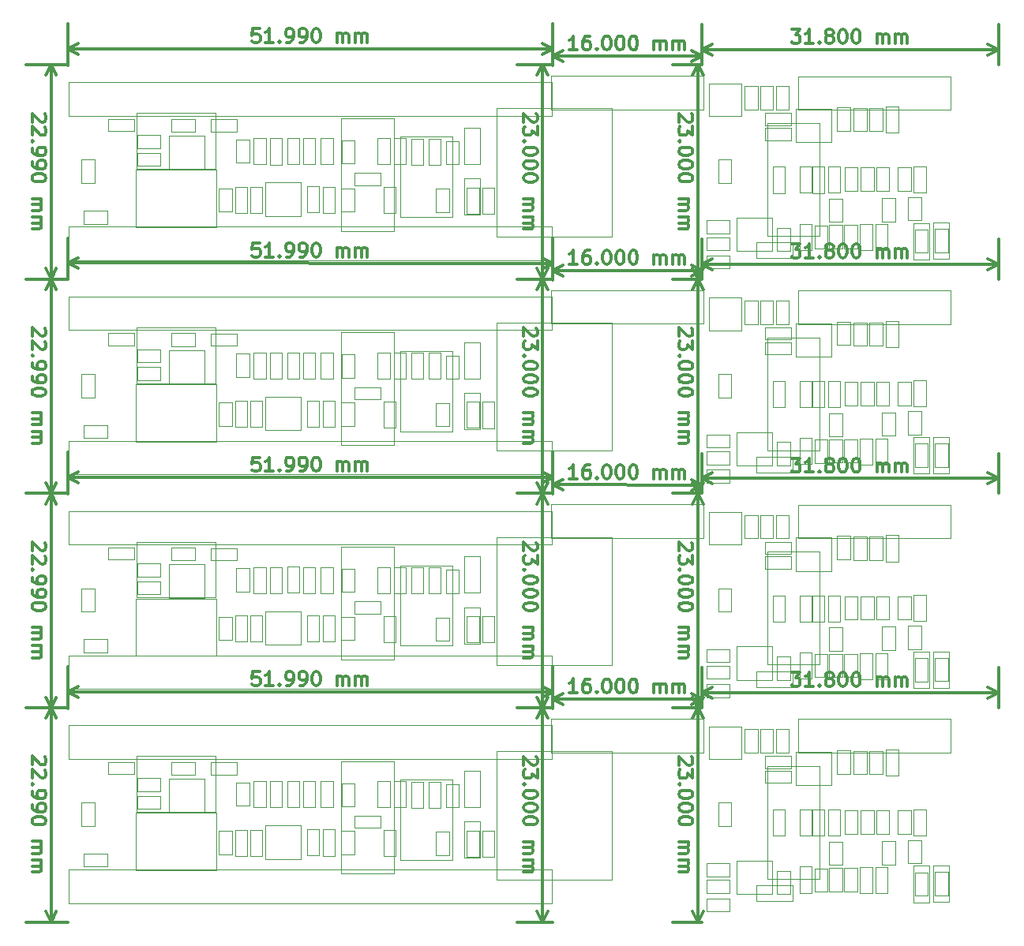
<source format=gbr>
%MOIN*%
%OFA0B0*%
%FSLAX46Y46*%
%IPPOS*%
%LPD*%
%ADD10C,0.0039370078740157488*%
%ADD11C,0.0019685039370078744*%
%ADD22C,0.0039370078740157488*%
%ADD23C,0.0039370078740157488*%
%ADD24C,0.0039370078740157488*%
%ADD25C,0.011811023622047244*%
%ADD26C,0.0039370078740157488*%
%ADD27C,0.0039370078740157488*%
%ADD28C,0.0019685039370078744*%
%ADD29C,0.0039370078740157488*%
%ADD30C,0.0039370078740157488*%
%ADD31C,0.0019685039370078744*%
%ADD32C,0.0039370078740157488*%
%ADD33C,0.0039370078740157488*%
%ADD34C,0.0039370078740157488*%
%ADD35C,0.011811023622047244*%
%ADD36C,0.0039370078740157488*%
%ADD37C,0.0039370078740157488*%
%ADD38C,0.0019685039370078744*%
%ADD39C,0.0039370078740157488*%
%ADD40C,0.0039370078740157488*%
%ADD41C,0.0019685039370078744*%
%ADD42C,0.0039370078740157488*%
%ADD43C,0.0039370078740157488*%
%ADD44C,0.0039370078740157488*%
%ADD45C,0.011811023622047244*%
%ADD46C,0.0039370078740157488*%
%ADD47C,0.0039370078740157488*%
%ADD48C,0.0019685039370078744*%
%ADD49C,0.0039370078740157488*%
%ADD50C,0.0039370078740157488*%
%ADD51C,0.0019685039370078744*%
%ADD52C,0.0039370078740157488*%
%ADD53C,0.0039370078740157488*%
%ADD54C,0.0039370078740157488*%
%ADD55C,0.011811023622047244*%
%ADD56C,0.0039370078740157488*%
%ADD57C,0.0039370078740157488*%
%ADD58C,0.0019685039370078744*%
%ADD59C,0.0039370078740157488*%
%ADD60C,0.0039370078740157488*%
%ADD61C,0.0019685039370078744*%
%ADD62C,0.0039370078740157488*%
%ADD63C,0.0039370078740157488*%
%ADD64C,0.0039370078740157488*%
%ADD65C,0.011811023622047244*%
%ADD66C,0.0039370078740157488*%
%ADD67C,0.0039370078740157488*%
%ADD68C,0.0019685039370078744*%
%ADD69C,0.0039370078740157488*%
%ADD70C,0.0039370078740157488*%
%ADD71C,0.0019685039370078744*%
%ADD72C,0.0039370078740157488*%
%ADD73C,0.0039370078740157488*%
%ADD74C,0.0039370078740157488*%
%ADD75C,0.011811023622047244*%
%ADD76C,0.0039370078740157488*%
%ADD77C,0.0039370078740157488*%
%ADD78C,0.0019685039370078744*%
%ADD79C,0.0039370078740157488*%
%ADD80C,0.0039370078740157488*%
%ADD81C,0.0019685039370078744*%
%ADD82C,0.0039370078740157488*%
%ADD83C,0.0039370078740157488*%
%ADD84C,0.0039370078740157488*%
%ADD85C,0.011811023622047244*%
%ADD86C,0.0039370078740157488*%
%ADD87C,0.0039370078740157488*%
%ADD88C,0.0019685039370078744*%
%ADD89C,0.0039370078740157488*%
%ADD90C,0.0039370078740157488*%
%ADD91C,0.0019685039370078744*%
%ADD92C,0.0039370078740157488*%
%ADD93C,0.0039370078740157488*%
%ADD94C,0.0039370078740157488*%
%ADD95C,0.011811023622047244*%
%ADD96C,0.0039370078740157488*%
%ADD97C,0.0039370078740157488*%
%ADD98C,0.0019685039370078744*%
%ADD99C,0.0039370078740157488*%
%ADD100C,0.0039370078740157488*%
%ADD101C,0.0019685039370078744*%
%ADD102C,0.0039370078740157488*%
%ADD103C,0.0039370078740157488*%
%ADD104C,0.0039370078740157488*%
%ADD105C,0.011811023622047244*%
%ADD106C,0.0039370078740157488*%
%ADD107C,0.0039370078740157488*%
%ADD108C,0.0039370078740157488*%
%ADD109C,0.0039370078740157488*%
%ADD110C,0.0019685039370078744*%
%ADD111C,0.0039370078740157488*%
%ADD112C,0.0039370078740157488*%
%ADD113C,0.0039370078740157488*%
%ADD114C,0.011811023622047244*%
%ADD115C,0.0039370078740157488*%
%ADD116C,0.0039370078740157488*%
%ADD117C,0.0039370078740157488*%
%ADD118C,0.0039370078740157488*%
%ADD119C,0.0019685039370078744*%
%ADD120C,0.0039370078740157488*%
%ADD121C,0.0039370078740157488*%
%ADD122C,0.0039370078740157488*%
%ADD123C,0.011811023622047244*%
%ADD124C,0.0039370078740157488*%
%ADD125C,0.0039370078740157488*%
%ADD126C,0.0039370078740157488*%
%ADD127C,0.0039370078740157488*%
%ADD128C,0.0019685039370078744*%
%ADD129C,0.0039370078740157488*%
%ADD130C,0.0039370078740157488*%
%ADD131C,0.0039370078740157488*%
%ADD132C,0.011811023622047244*%
%ADD133C,0.0039370078740157488*%
%ADD134C,0.0039370078740157488*%
%ADD135C,0.0039370078740157488*%
G01G01*
D10*
D11*
X0003215157Y0000338976D02*
X0003215157Y0000240551D01*
X0003215157Y0000338976D02*
X0003270275Y0000338976D01*
X0003270275Y0000240551D02*
X0003215157Y0000240551D01*
X0003270275Y0000240551D02*
X0003270275Y0000338976D01*
X0003602362Y0000247637D02*
X0003602362Y0000346062D01*
X0003602362Y0000247637D02*
X0003547244Y0000247637D01*
X0003547244Y0000346062D02*
X0003602362Y0000346062D01*
X0003547244Y0000346062D02*
X0003547244Y0000247637D01*
X0003437795Y0000341732D02*
X0003437795Y0000243307D01*
X0003437795Y0000341732D02*
X0003492913Y0000341732D01*
X0003492913Y0000243307D02*
X0003437795Y0000243307D01*
X0003492913Y0000243307D02*
X0003492913Y0000341732D01*
X0003372834Y0000624015D02*
X0003372834Y0000722440D01*
X0003372834Y0000624015D02*
X0003317716Y0000624015D01*
X0003317716Y0000722440D02*
X0003372834Y0000722440D01*
X0003317716Y0000722440D02*
X0003317716Y0000624015D01*
X0003335496Y0000372440D02*
X0003335496Y0000470866D01*
X0003335496Y0000372440D02*
X0003280377Y0000372440D01*
X0003280377Y0000470866D02*
X0003335496Y0000470866D01*
X0003280377Y0000470866D02*
X0003280377Y0000372440D01*
X0003345275Y0000231496D02*
X0003345275Y0000121259D01*
X0003345275Y0000231496D02*
X0003396456Y0000231496D01*
X0003396456Y0000121259D02*
X0003345275Y0000121259D01*
X0003396456Y0000121259D02*
X0003396456Y0000231496D01*
X0003622527Y0000366535D02*
X0003622527Y0000476771D01*
X0003622527Y0000366535D02*
X0003571346Y0000366535D01*
X0003571346Y0000476771D02*
X0003622527Y0000476771D01*
X0003571346Y0000476771D02*
X0003571346Y0000366535D01*
X0003505905Y0000618110D02*
X0003505905Y0000728346D01*
X0003505905Y0000618110D02*
X0003454724Y0000618110D01*
X0003454724Y0000728346D02*
X0003505905Y0000728346D01*
X0003454724Y0000728346D02*
X0003454724Y0000618110D01*
X0003261527Y0000364196D02*
X0003261527Y0000474433D01*
X0003261527Y0000364196D02*
X0003210346Y0000364196D01*
X0003210346Y0000474433D02*
X0003261527Y0000474433D01*
X0003210346Y0000474433D02*
X0003210346Y0000364196D01*
X0003050000Y0000118110D02*
X0003050000Y0000216535D01*
X0003050000Y0000118110D02*
X0002994881Y0000118110D01*
X0002994881Y0000216535D02*
X0003050000Y0000216535D01*
X0002994881Y0000216535D02*
X0002994881Y0000118110D01*
X0003660665Y0000210781D02*
X0003660665Y0000112356D01*
X0003660665Y0000210781D02*
X0003715783Y0000210781D01*
X0003715783Y0000112356D02*
X0003660665Y0000112356D01*
X0003715783Y0000112356D02*
X0003715783Y0000210781D01*
X0003630850Y0000111141D02*
X0003630850Y0000209566D01*
X0003630850Y0000111141D02*
X0003575732Y0000111141D01*
X0003575732Y0000209566D02*
X0003630850Y0000209566D01*
X0003575732Y0000209566D02*
X0003575732Y0000111141D01*
X0002975196Y0000117322D02*
X0002825590Y0000117322D01*
X0002975196Y0000259055D02*
X0002975196Y0000117322D01*
X0002825590Y0000259055D02*
X0002975196Y0000259055D01*
X0002825590Y0000117322D02*
X0002825590Y0000259055D01*
X0003385433Y0000722440D02*
X0003385433Y0000624015D01*
X0003385433Y0000722440D02*
X0003440551Y0000722440D01*
X0003440551Y0000624015D02*
X0003385433Y0000624015D01*
X0003440551Y0000624015D02*
X0003440551Y0000722440D01*
X0003348377Y0000470866D02*
X0003348377Y0000372440D01*
X0003348377Y0000470866D02*
X0003403496Y0000470866D01*
X0003403496Y0000372440D02*
X0003348377Y0000372440D01*
X0003403496Y0000372440D02*
X0003403496Y0000470866D01*
X0003468496Y0000372440D02*
X0003468496Y0000470866D01*
X0003468496Y0000372440D02*
X0003413377Y0000372440D01*
X0003413377Y0000470866D02*
X0003468496Y0000470866D01*
X0003413377Y0000470866D02*
X0003413377Y0000372440D01*
X0003505118Y0000470866D02*
X0003505118Y0000372440D01*
X0003505118Y0000470866D02*
X0003560236Y0000470866D01*
X0003560236Y0000372440D02*
X0003505118Y0000372440D01*
X0003560236Y0000372440D02*
X0003560236Y0000470866D01*
X0002989614Y0000814433D02*
X0002989614Y0000716007D01*
X0002989614Y0000814433D02*
X0003044732Y0000814433D01*
X0003044732Y0000716007D02*
X0002989614Y0000716007D01*
X0003044732Y0000716007D02*
X0003044732Y0000814433D01*
X0003247244Y0000725196D02*
X0003247244Y0000626771D01*
X0003247244Y0000725196D02*
X0003302362Y0000725196D01*
X0003302362Y0000626771D02*
X0003247244Y0000626771D01*
X0003302362Y0000626771D02*
X0003302362Y0000725196D01*
X0002912732Y0000716007D02*
X0002912732Y0000814433D01*
X0002912732Y0000716007D02*
X0002857614Y0000716007D01*
X0002857614Y0000814433D02*
X0002912732Y0000814433D01*
X0002857614Y0000814433D02*
X0002857614Y0000716007D01*
X0002923614Y0000814433D02*
X0002923614Y0000716007D01*
X0002923614Y0000814433D02*
X0002978732Y0000814433D01*
X0002978732Y0000716007D02*
X0002923614Y0000716007D01*
X0002978732Y0000716007D02*
X0002978732Y0000814433D01*
X0002746858Y0000503937D02*
X0002746858Y0000405511D01*
X0002746858Y0000503937D02*
X0002801976Y0000503937D01*
X0002801976Y0000405511D02*
X0002746858Y0000405511D01*
X0002801976Y0000405511D02*
X0002801976Y0000503937D01*
X0002795275Y0000099409D02*
X0002696850Y0000099409D01*
X0002795275Y0000099409D02*
X0002795275Y0000044291D01*
X0002696850Y0000044291D02*
X0002696850Y0000099409D01*
X0002696850Y0000044291D02*
X0002795275Y0000044291D01*
X0002795275Y0000248031D02*
X0002696850Y0000248031D01*
X0002795275Y0000248031D02*
X0002795275Y0000192913D01*
X0002696850Y0000192913D02*
X0002696850Y0000248031D01*
X0002696850Y0000192913D02*
X0002795275Y0000192913D01*
X0002795275Y0000177165D02*
X0002696850Y0000177165D01*
X0002795275Y0000177165D02*
X0002795275Y0000122047D01*
X0002696850Y0000122047D02*
X0002696850Y0000177165D01*
X0002696850Y0000122047D02*
X0002795275Y0000122047D01*
X0003215157Y0000227937D02*
X0003215157Y0000129511D01*
X0003215157Y0000227937D02*
X0003270275Y0000227937D01*
X0003270275Y0000129511D02*
X0003215157Y0000129511D01*
X0003270275Y0000129511D02*
X0003270275Y0000227937D01*
X0003278157Y0000227937D02*
X0003278157Y0000129511D01*
X0003278157Y0000227937D02*
X0003333275Y0000227937D01*
X0003333275Y0000129511D02*
X0003278157Y0000129511D01*
X0003333275Y0000129511D02*
X0003333275Y0000227937D01*
X0003153157Y0000226936D02*
X0003153157Y0000128511D01*
X0003153157Y0000226936D02*
X0003208275Y0000226936D01*
X0003208275Y0000128511D02*
X0003153157Y0000128511D01*
X0003208275Y0000128511D02*
X0003208275Y0000226936D01*
X0002842519Y0000826771D02*
X0002708661Y0000826771D01*
X0002708661Y0000826771D02*
X0002708661Y0000688976D01*
X0002708661Y0000688976D02*
X0002842519Y0000688976D01*
X0002842519Y0000688976D02*
X0002842519Y0000826771D01*
X0003194488Y0000363779D02*
X0003194488Y0000474015D01*
X0003194488Y0000363779D02*
X0003143307Y0000363779D01*
X0003143307Y0000474015D02*
X0003194488Y0000474015D01*
X0003143307Y0000474015D02*
X0003143307Y0000363779D01*
X0003052858Y0000701275D02*
X0002942622Y0000701275D01*
X0003052858Y0000701275D02*
X0003052858Y0000650094D01*
X0002942622Y0000650094D02*
X0002942622Y0000701275D01*
X0002942622Y0000650094D02*
X0003052858Y0000650094D01*
X0003088976Y0000474409D02*
X0003088976Y0000364173D01*
X0003088976Y0000474409D02*
X0003140157Y0000474409D01*
X0003140157Y0000364173D02*
X0003088976Y0000364173D01*
X0003140157Y0000364173D02*
X0003140157Y0000474409D01*
X0003027559Y0000363779D02*
X0003027559Y0000474015D01*
X0003027559Y0000363779D02*
X0002976377Y0000363779D01*
X0002976377Y0000474015D02*
X0003027559Y0000474015D01*
X0002976377Y0000474015D02*
X0002976377Y0000363779D01*
X0003140307Y0000123606D02*
X0003140307Y0000233842D01*
X0003140307Y0000123606D02*
X0003089125Y0000123606D01*
X0003089125Y0000233842D02*
X0003140307Y0000233842D01*
X0003089125Y0000233842D02*
X0003089125Y0000123606D01*
X0003409055Y0000231496D02*
X0003409055Y0000121259D01*
X0003409055Y0000231496D02*
X0003460236Y0000231496D01*
X0003460236Y0000121259D02*
X0003409055Y0000121259D01*
X0003460236Y0000121259D02*
X0003460236Y0000231496D01*
X0003052858Y0000638275D02*
X0002942622Y0000638275D01*
X0003052858Y0000638275D02*
X0003052858Y0000587094D01*
X0002942622Y0000587094D02*
X0002942622Y0000638275D01*
X0002942622Y0000587094D02*
X0003052858Y0000587094D01*
X0003074015Y0000577559D02*
X0003223622Y0000577559D01*
X0003223622Y0000577559D02*
X0003223622Y0000719291D01*
X0003223622Y0000719291D02*
X0003074015Y0000719291D01*
X0003074015Y0000719291D02*
X0003074015Y0000577559D01*
G04 next file*
G04 Gerber Fmt 4.6, Leading zero omitted, Abs format (unit mm)*
G04 Created by KiCad (PCBNEW 4.0.7) date 11/22/17 20:23:05*
G01G01*
G04 APERTURE LIST*
G04 APERTURE END LIST*
D22*
G04 next file*
G04 Gerber Fmt 4.6, Leading zero omitted, Abs format (unit mm)*
G04 Created by KiCad (PCBNEW 4.0.7) date 11/22/17 20:23:05*
G01G01*
G04 APERTURE LIST*
G04 APERTURE END LIST*
D23*
G04 next file*
G04 Gerber Fmt 4.6, Leading zero omitted, Abs format (unit mm)*
G04 Created by KiCad (PCBNEW 4.0.7) date 11/22/17 20:23:05*
G01G01*
G04 APERTURE LIST*
G04 APERTURE END LIST*
D24*
D25*
X0002633014Y0000697412D02*
X0002635826Y0000694600D01*
X0002638638Y0000688976D01*
X0002638638Y0000674915D01*
X0002635826Y0000669291D01*
X0002633014Y0000666479D01*
X0002627390Y0000663667D01*
X0002621765Y0000663667D01*
X0002613329Y0000666479D01*
X0002579583Y0000700224D01*
X0002579583Y0000663667D01*
X0002638638Y0000643981D02*
X0002638638Y0000607424D01*
X0002616141Y0000627109D01*
X0002616141Y0000618672D01*
X0002613329Y0000613048D01*
X0002610517Y0000610236D01*
X0002604893Y0000607424D01*
X0002590832Y0000607424D01*
X0002585208Y0000610236D01*
X0002582395Y0000613048D01*
X0002579583Y0000618672D01*
X0002579583Y0000635545D01*
X0002582395Y0000641169D01*
X0002585208Y0000643981D01*
X0002585208Y0000582114D02*
X0002582395Y0000579302D01*
X0002579583Y0000582114D01*
X0002582395Y0000584926D01*
X0002585208Y0000582114D01*
X0002579583Y0000582114D01*
X0002638638Y0000542744D02*
X0002638638Y0000537120D01*
X0002635826Y0000531496D01*
X0002633014Y0000528683D01*
X0002627390Y0000525871D01*
X0002616141Y0000523059D01*
X0002602080Y0000523059D01*
X0002590832Y0000525871D01*
X0002585208Y0000528683D01*
X0002582395Y0000531496D01*
X0002579583Y0000537120D01*
X0002579583Y0000542744D01*
X0002582395Y0000548368D01*
X0002585208Y0000551181D01*
X0002590832Y0000553993D01*
X0002602080Y0000556805D01*
X0002616141Y0000556805D01*
X0002627390Y0000553993D01*
X0002633014Y0000551181D01*
X0002635826Y0000548368D01*
X0002638638Y0000542744D01*
X0002638638Y0000486501D02*
X0002638638Y0000480877D01*
X0002635826Y0000475253D01*
X0002633014Y0000472440D01*
X0002627390Y0000469628D01*
X0002616141Y0000466816D01*
X0002602080Y0000466816D01*
X0002590832Y0000469628D01*
X0002585208Y0000472440D01*
X0002582395Y0000475253D01*
X0002579583Y0000480877D01*
X0002579583Y0000486501D01*
X0002582395Y0000492125D01*
X0002585208Y0000494938D01*
X0002590832Y0000497750D01*
X0002602080Y0000500562D01*
X0002616141Y0000500562D01*
X0002627390Y0000497750D01*
X0002633014Y0000494938D01*
X0002635826Y0000492125D01*
X0002638638Y0000486501D01*
X0002638638Y0000430258D02*
X0002638638Y0000424634D01*
X0002635826Y0000419010D01*
X0002633014Y0000416197D01*
X0002627390Y0000413385D01*
X0002616141Y0000410573D01*
X0002602080Y0000410573D01*
X0002590832Y0000413385D01*
X0002585208Y0000416197D01*
X0002582395Y0000419010D01*
X0002579583Y0000424634D01*
X0002579583Y0000430258D01*
X0002582395Y0000435883D01*
X0002585208Y0000438695D01*
X0002590832Y0000441507D01*
X0002602080Y0000444319D01*
X0002616141Y0000444319D01*
X0002627390Y0000441507D01*
X0002633014Y0000438695D01*
X0002635826Y0000435883D01*
X0002638638Y0000430258D01*
X0002579583Y0000340270D02*
X0002618953Y0000340270D01*
X0002613329Y0000340270D02*
X0002616141Y0000337457D01*
X0002618953Y0000331833D01*
X0002618953Y0000323397D01*
X0002616141Y0000317772D01*
X0002610517Y0000314960D01*
X0002579583Y0000314960D01*
X0002610517Y0000314960D02*
X0002616141Y0000312148D01*
X0002618953Y0000306524D01*
X0002618953Y0000298087D01*
X0002616141Y0000292463D01*
X0002610517Y0000289651D01*
X0002579583Y0000289651D01*
X0002579583Y0000261529D02*
X0002618953Y0000261529D01*
X0002613329Y0000261529D02*
X0002616141Y0000258717D01*
X0002618953Y0000253093D01*
X0002618953Y0000244656D01*
X0002616141Y0000239032D01*
X0002610517Y0000236220D01*
X0002579583Y0000236220D01*
X0002610517Y0000236220D02*
X0002616141Y0000233408D01*
X0002618953Y0000227784D01*
X0002618953Y0000219347D01*
X0002616141Y0000213723D01*
X0002610517Y0000210911D01*
X0002579583Y0000210911D01*
X0002659448Y0000905511D02*
X0002659448Y0000000000D01*
X0002677165Y0000905511D02*
X0002553149Y0000905511D01*
X0002677165Y0000000000D02*
X0002553149Y0000000000D01*
X0002659448Y0000000000D02*
X0002636361Y0000044350D01*
X0002659448Y0000000000D02*
X0002682536Y0000044350D01*
X0002659448Y0000905511D02*
X0002636361Y0000861161D01*
X0002659448Y0000905511D02*
X0002682536Y0000861161D01*
X0003055680Y0001053993D02*
X0003092238Y0001053993D01*
X0003072553Y0001031496D01*
X0003080989Y0001031496D01*
X0003086614Y0001028683D01*
X0003089426Y0001025871D01*
X0003092238Y0001020247D01*
X0003092238Y0001006186D01*
X0003089426Y0001000562D01*
X0003086614Y0000997750D01*
X0003080989Y0000994938D01*
X0003064117Y0000994938D01*
X0003058492Y0000997750D01*
X0003055680Y0001000562D01*
X0003148481Y0000994938D02*
X0003114735Y0000994938D01*
X0003131608Y0000994938D02*
X0003131608Y0001053993D01*
X0003125984Y0001045556D01*
X0003120359Y0001039932D01*
X0003114735Y0001037120D01*
X0003173790Y0001000562D02*
X0003176602Y0000997750D01*
X0003173790Y0000994938D01*
X0003170978Y0000997750D01*
X0003173790Y0001000562D01*
X0003173790Y0000994938D01*
X0003210348Y0001028683D02*
X0003204724Y0001031496D01*
X0003201912Y0001034308D01*
X0003199100Y0001039932D01*
X0003199100Y0001042744D01*
X0003201912Y0001048368D01*
X0003204724Y0001051181D01*
X0003210348Y0001053993D01*
X0003221597Y0001053993D01*
X0003227221Y0001051181D01*
X0003230033Y0001048368D01*
X0003232845Y0001042744D01*
X0003232845Y0001039932D01*
X0003230033Y0001034308D01*
X0003227221Y0001031496D01*
X0003221597Y0001028683D01*
X0003210348Y0001028683D01*
X0003204724Y0001025871D01*
X0003201912Y0001023059D01*
X0003199100Y0001017435D01*
X0003199100Y0001006186D01*
X0003201912Y0001000562D01*
X0003204724Y0000997750D01*
X0003210348Y0000994938D01*
X0003221597Y0000994938D01*
X0003227221Y0000997750D01*
X0003230033Y0001000562D01*
X0003232845Y0001006186D01*
X0003232845Y0001017435D01*
X0003230033Y0001023059D01*
X0003227221Y0001025871D01*
X0003221597Y0001028683D01*
X0003269403Y0001053993D02*
X0003275028Y0001053993D01*
X0003280652Y0001051181D01*
X0003283464Y0001048368D01*
X0003286276Y0001042744D01*
X0003289088Y0001031496D01*
X0003289088Y0001017435D01*
X0003286276Y0001006186D01*
X0003283464Y0001000562D01*
X0003280652Y0000997750D01*
X0003275028Y0000994938D01*
X0003269403Y0000994938D01*
X0003263779Y0000997750D01*
X0003260967Y0001000562D01*
X0003258155Y0001006186D01*
X0003255343Y0001017435D01*
X0003255343Y0001031496D01*
X0003258155Y0001042744D01*
X0003260967Y0001048368D01*
X0003263779Y0001051181D01*
X0003269403Y0001053993D01*
X0003325646Y0001053993D02*
X0003331271Y0001053993D01*
X0003336895Y0001051181D01*
X0003339707Y0001048368D01*
X0003342519Y0001042744D01*
X0003345331Y0001031496D01*
X0003345331Y0001017435D01*
X0003342519Y0001006186D01*
X0003339707Y0001000562D01*
X0003336895Y0000997750D01*
X0003331271Y0000994938D01*
X0003325646Y0000994938D01*
X0003320022Y0000997750D01*
X0003317210Y0001000562D01*
X0003314398Y0001006186D01*
X0003311586Y0001017435D01*
X0003311586Y0001031496D01*
X0003314398Y0001042744D01*
X0003317210Y0001048368D01*
X0003320022Y0001051181D01*
X0003325646Y0001053993D01*
X0003415635Y0000994938D02*
X0003415635Y0001034308D01*
X0003415635Y0001028683D02*
X0003418447Y0001031496D01*
X0003424071Y0001034308D01*
X0003432508Y0001034308D01*
X0003438132Y0001031496D01*
X0003440944Y0001025871D01*
X0003440944Y0000994938D01*
X0003440944Y0001025871D02*
X0003443757Y0001031496D01*
X0003449381Y0001034308D01*
X0003457817Y0001034308D01*
X0003463442Y0001031496D01*
X0003466254Y0001025871D01*
X0003466254Y0000994938D01*
X0003494375Y0000994938D02*
X0003494375Y0001034308D01*
X0003494375Y0001028683D02*
X0003497187Y0001031496D01*
X0003502812Y0001034308D01*
X0003511248Y0001034308D01*
X0003516872Y0001031496D01*
X0003519685Y0001025871D01*
X0003519685Y0000994938D01*
X0003519685Y0001025871D02*
X0003522497Y0001031496D01*
X0003528121Y0001034308D01*
X0003536557Y0001034308D01*
X0003542182Y0001031496D01*
X0003544994Y0001025871D01*
X0003544994Y0000994938D01*
X0002677165Y0000968503D02*
X0003929133Y0000968503D01*
X0002677165Y0000905511D02*
X0002677165Y0001074803D01*
X0003929133Y0000905511D02*
X0003929133Y0001074803D01*
X0003929133Y0000968503D02*
X0003884783Y0000945416D01*
X0003929133Y0000968503D02*
X0003884783Y0000991591D01*
X0002677165Y0000968503D02*
X0002721515Y0000945416D01*
X0002677165Y0000968503D02*
X0002721515Y0000991591D01*
G04 next file*
G04 Gerber Fmt 4.6, Leading zero omitted, Abs format (unit mm)*
G04 Created by KiCad (PCBNEW 4.0.7) date 11/22/17 20:23:05*
G01G01*
G04 APERTURE LIST*
G04 APERTURE END LIST*
D26*
G04 next file*
G04 Gerber Fmt 4.6, Leading zero omitted, Abs format (unit mm)*
G04 Created by KiCad (PCBNEW 4.0.7) date 11/22/17 20:23:05*
G01G01*
G04 APERTURE LIST*
G04 APERTURE END LIST*
D27*
D28*
X0003725803Y0000857181D02*
X0003084070Y0000857181D01*
X0003084070Y0000857181D02*
X0003084070Y0000715448D01*
X0003084070Y0000715448D02*
X0003725803Y0000715448D01*
X0003725803Y0000715448D02*
X0003725803Y0000857181D01*
X0002952700Y0000182582D02*
X0003173173Y0000182582D01*
X0003173173Y0000182582D02*
X0003173173Y0000658960D01*
X0003173173Y0000658960D02*
X0002952700Y0000658960D01*
X0002952700Y0000658960D02*
X0002952700Y0000182582D01*
X0003060708Y0000154779D02*
X0003060708Y0000087850D01*
X0003060708Y0000087850D02*
X0002907165Y0000087850D01*
X0002907165Y0000087850D02*
X0002907165Y0000154779D01*
X0002907165Y0000154779D02*
X0003060708Y0000154779D01*
X0003721689Y0000084403D02*
X0003654760Y0000084403D01*
X0003654760Y0000084403D02*
X0003654760Y0000237946D01*
X0003654760Y0000237946D02*
X0003721689Y0000237946D01*
X0003721689Y0000237946D02*
X0003721689Y0000084403D01*
X0003636755Y0000083582D02*
X0003569826Y0000083582D01*
X0003569826Y0000083582D02*
X0003569826Y0000237125D01*
X0003569826Y0000237125D02*
X0003636755Y0000237125D01*
X0003636755Y0000237125D02*
X0003636755Y0000083582D01*
G04 next file*
G04 Gerber Fmt 4.6, Leading zero omitted, Abs format (unit mm)*
G04 Created by KiCad (PCBNEW 4.0.7) date 11/22/17 20:23:05*
G01G01*
G04 APERTURE LIST*
G04 APERTURE END LIST*
D29*
G04 next file*
G04 Gerber Fmt 4.6, Leading zero omitted, Abs format (unit mm)*
G04 Created by KiCad (PCBNEW 4.0.7) date 11/22/17 20:23:05*
G01G01*
G04 APERTURE LIST*
G04 APERTURE END LIST*
D30*
D31*
X0003215157Y0001244488D02*
X0003215157Y0001146062D01*
X0003215157Y0001244488D02*
X0003270275Y0001244488D01*
X0003270275Y0001146062D02*
X0003215157Y0001146062D01*
X0003270275Y0001146062D02*
X0003270275Y0001244488D01*
X0003602362Y0001153149D02*
X0003602362Y0001251574D01*
X0003602362Y0001153149D02*
X0003547244Y0001153149D01*
X0003547244Y0001251574D02*
X0003602362Y0001251574D01*
X0003547244Y0001251574D02*
X0003547244Y0001153149D01*
X0003437795Y0001247244D02*
X0003437795Y0001148818D01*
X0003437795Y0001247244D02*
X0003492913Y0001247244D01*
X0003492913Y0001148818D02*
X0003437795Y0001148818D01*
X0003492913Y0001148818D02*
X0003492913Y0001247244D01*
X0003372834Y0001529527D02*
X0003372834Y0001627952D01*
X0003372834Y0001529527D02*
X0003317716Y0001529527D01*
X0003317716Y0001627952D02*
X0003372834Y0001627952D01*
X0003317716Y0001627952D02*
X0003317716Y0001529527D01*
X0003335496Y0001277952D02*
X0003335496Y0001376377D01*
X0003335496Y0001277952D02*
X0003280377Y0001277952D01*
X0003280377Y0001376377D02*
X0003335496Y0001376377D01*
X0003280377Y0001376377D02*
X0003280377Y0001277952D01*
X0003345275Y0001137007D02*
X0003345275Y0001026771D01*
X0003345275Y0001137007D02*
X0003396456Y0001137007D01*
X0003396456Y0001026771D02*
X0003345275Y0001026771D01*
X0003396456Y0001026771D02*
X0003396456Y0001137007D01*
X0003622527Y0001272047D02*
X0003622527Y0001382283D01*
X0003622527Y0001272047D02*
X0003571346Y0001272047D01*
X0003571346Y0001382283D02*
X0003622527Y0001382283D01*
X0003571346Y0001382283D02*
X0003571346Y0001272047D01*
X0003505905Y0001523622D02*
X0003505905Y0001633858D01*
X0003505905Y0001523622D02*
X0003454724Y0001523622D01*
X0003454724Y0001633858D02*
X0003505905Y0001633858D01*
X0003454724Y0001633858D02*
X0003454724Y0001523622D01*
X0003261527Y0001269708D02*
X0003261527Y0001379944D01*
X0003261527Y0001269708D02*
X0003210346Y0001269708D01*
X0003210346Y0001379944D02*
X0003261527Y0001379944D01*
X0003210346Y0001379944D02*
X0003210346Y0001269708D01*
X0003050000Y0001023622D02*
X0003050000Y0001122047D01*
X0003050000Y0001023622D02*
X0002994881Y0001023622D01*
X0002994881Y0001122047D02*
X0003050000Y0001122047D01*
X0002994881Y0001122047D02*
X0002994881Y0001023622D01*
X0003660665Y0001116293D02*
X0003660665Y0001017868D01*
X0003660665Y0001116293D02*
X0003715783Y0001116293D01*
X0003715783Y0001017868D02*
X0003660665Y0001017868D01*
X0003715783Y0001017868D02*
X0003715783Y0001116293D01*
X0003630850Y0001016653D02*
X0003630850Y0001115078D01*
X0003630850Y0001016653D02*
X0003575732Y0001016653D01*
X0003575732Y0001115078D02*
X0003630850Y0001115078D01*
X0003575732Y0001115078D02*
X0003575732Y0001016653D01*
X0002975196Y0001022834D02*
X0002825590Y0001022834D01*
X0002975196Y0001164566D02*
X0002975196Y0001022834D01*
X0002825590Y0001164566D02*
X0002975196Y0001164566D01*
X0002825590Y0001022834D02*
X0002825590Y0001164566D01*
X0003385433Y0001627952D02*
X0003385433Y0001529527D01*
X0003385433Y0001627952D02*
X0003440551Y0001627952D01*
X0003440551Y0001529527D02*
X0003385433Y0001529527D01*
X0003440551Y0001529527D02*
X0003440551Y0001627952D01*
X0003348377Y0001376377D02*
X0003348377Y0001277952D01*
X0003348377Y0001376377D02*
X0003403496Y0001376377D01*
X0003403496Y0001277952D02*
X0003348377Y0001277952D01*
X0003403496Y0001277952D02*
X0003403496Y0001376377D01*
X0003468496Y0001277952D02*
X0003468496Y0001376377D01*
X0003468496Y0001277952D02*
X0003413377Y0001277952D01*
X0003413377Y0001376377D02*
X0003468496Y0001376377D01*
X0003413377Y0001376377D02*
X0003413377Y0001277952D01*
X0003505118Y0001376377D02*
X0003505118Y0001277952D01*
X0003505118Y0001376377D02*
X0003560236Y0001376377D01*
X0003560236Y0001277952D02*
X0003505118Y0001277952D01*
X0003560236Y0001277952D02*
X0003560236Y0001376377D01*
X0002989614Y0001719944D02*
X0002989614Y0001621519D01*
X0002989614Y0001719944D02*
X0003044732Y0001719944D01*
X0003044732Y0001621519D02*
X0002989614Y0001621519D01*
X0003044732Y0001621519D02*
X0003044732Y0001719944D01*
X0003247244Y0001630708D02*
X0003247244Y0001532283D01*
X0003247244Y0001630708D02*
X0003302362Y0001630708D01*
X0003302362Y0001532283D02*
X0003247244Y0001532283D01*
X0003302362Y0001532283D02*
X0003302362Y0001630708D01*
X0002912732Y0001621519D02*
X0002912732Y0001719944D01*
X0002912732Y0001621519D02*
X0002857614Y0001621519D01*
X0002857614Y0001719944D02*
X0002912732Y0001719944D01*
X0002857614Y0001719944D02*
X0002857614Y0001621519D01*
X0002923614Y0001719944D02*
X0002923614Y0001621519D01*
X0002923614Y0001719944D02*
X0002978732Y0001719944D01*
X0002978732Y0001621519D02*
X0002923614Y0001621519D01*
X0002978732Y0001621519D02*
X0002978732Y0001719944D01*
X0002746858Y0001409448D02*
X0002746858Y0001311023D01*
X0002746858Y0001409448D02*
X0002801976Y0001409448D01*
X0002801976Y0001311023D02*
X0002746858Y0001311023D01*
X0002801976Y0001311023D02*
X0002801976Y0001409448D01*
X0002795275Y0001004921D02*
X0002696850Y0001004921D01*
X0002795275Y0001004921D02*
X0002795275Y0000949803D01*
X0002696850Y0000949803D02*
X0002696850Y0001004921D01*
X0002696850Y0000949803D02*
X0002795275Y0000949803D01*
X0002795275Y0001153543D02*
X0002696850Y0001153543D01*
X0002795275Y0001153543D02*
X0002795275Y0001098425D01*
X0002696850Y0001098425D02*
X0002696850Y0001153543D01*
X0002696850Y0001098425D02*
X0002795275Y0001098425D01*
X0002795275Y0001082677D02*
X0002696850Y0001082677D01*
X0002795275Y0001082677D02*
X0002795275Y0001027559D01*
X0002696850Y0001027559D02*
X0002696850Y0001082677D01*
X0002696850Y0001027559D02*
X0002795275Y0001027559D01*
X0003215157Y0001133448D02*
X0003215157Y0001035023D01*
X0003215157Y0001133448D02*
X0003270275Y0001133448D01*
X0003270275Y0001035023D02*
X0003215157Y0001035023D01*
X0003270275Y0001035023D02*
X0003270275Y0001133448D01*
X0003278157Y0001133448D02*
X0003278157Y0001035023D01*
X0003278157Y0001133448D02*
X0003333275Y0001133448D01*
X0003333275Y0001035023D02*
X0003278157Y0001035023D01*
X0003333275Y0001035023D02*
X0003333275Y0001133448D01*
X0003153157Y0001132448D02*
X0003153157Y0001034023D01*
X0003153157Y0001132448D02*
X0003208275Y0001132448D01*
X0003208275Y0001034023D02*
X0003153157Y0001034023D01*
X0003208275Y0001034023D02*
X0003208275Y0001132448D01*
X0002842519Y0001732283D02*
X0002708661Y0001732283D01*
X0002708661Y0001732283D02*
X0002708661Y0001594488D01*
X0002708661Y0001594488D02*
X0002842519Y0001594488D01*
X0002842519Y0001594488D02*
X0002842519Y0001732283D01*
X0003194488Y0001269291D02*
X0003194488Y0001379527D01*
X0003194488Y0001269291D02*
X0003143307Y0001269291D01*
X0003143307Y0001379527D02*
X0003194488Y0001379527D01*
X0003143307Y0001379527D02*
X0003143307Y0001269291D01*
X0003052858Y0001606787D02*
X0002942622Y0001606787D01*
X0003052858Y0001606787D02*
X0003052858Y0001555606D01*
X0002942622Y0001555606D02*
X0002942622Y0001606787D01*
X0002942622Y0001555606D02*
X0003052858Y0001555606D01*
X0003088976Y0001379921D02*
X0003088976Y0001269685D01*
X0003088976Y0001379921D02*
X0003140157Y0001379921D01*
X0003140157Y0001269685D02*
X0003088976Y0001269685D01*
X0003140157Y0001269685D02*
X0003140157Y0001379921D01*
X0003027559Y0001269291D02*
X0003027559Y0001379527D01*
X0003027559Y0001269291D02*
X0002976377Y0001269291D01*
X0002976377Y0001379527D02*
X0003027559Y0001379527D01*
X0002976377Y0001379527D02*
X0002976377Y0001269291D01*
X0003140307Y0001029118D02*
X0003140307Y0001139354D01*
X0003140307Y0001029118D02*
X0003089125Y0001029118D01*
X0003089125Y0001139354D02*
X0003140307Y0001139354D01*
X0003089125Y0001139354D02*
X0003089125Y0001029118D01*
X0003409055Y0001137007D02*
X0003409055Y0001026771D01*
X0003409055Y0001137007D02*
X0003460236Y0001137007D01*
X0003460236Y0001026771D02*
X0003409055Y0001026771D01*
X0003460236Y0001026771D02*
X0003460236Y0001137007D01*
X0003052858Y0001543787D02*
X0002942622Y0001543787D01*
X0003052858Y0001543787D02*
X0003052858Y0001492606D01*
X0002942622Y0001492606D02*
X0002942622Y0001543787D01*
X0002942622Y0001492606D02*
X0003052858Y0001492606D01*
X0003074015Y0001483070D02*
X0003223622Y0001483070D01*
X0003223622Y0001483070D02*
X0003223622Y0001624803D01*
X0003223622Y0001624803D02*
X0003074015Y0001624803D01*
X0003074015Y0001624803D02*
X0003074015Y0001483070D01*
G04 next file*
G04 Gerber Fmt 4.6, Leading zero omitted, Abs format (unit mm)*
G04 Created by KiCad (PCBNEW 4.0.7) date 11/22/17 20:23:05*
G01G01*
G04 APERTURE LIST*
G04 APERTURE END LIST*
D32*
G04 next file*
G04 Gerber Fmt 4.6, Leading zero omitted, Abs format (unit mm)*
G04 Created by KiCad (PCBNEW 4.0.7) date 11/22/17 20:23:05*
G01G01*
G04 APERTURE LIST*
G04 APERTURE END LIST*
D33*
G04 next file*
G04 Gerber Fmt 4.6, Leading zero omitted, Abs format (unit mm)*
G04 Created by KiCad (PCBNEW 4.0.7) date 11/22/17 20:23:05*
G01G01*
G04 APERTURE LIST*
G04 APERTURE END LIST*
D34*
D35*
X0002633014Y0001602924D02*
X0002635826Y0001600112D01*
X0002638638Y0001594488D01*
X0002638638Y0001580427D01*
X0002635826Y0001574803D01*
X0002633014Y0001571990D01*
X0002627390Y0001569178D01*
X0002621765Y0001569178D01*
X0002613329Y0001571990D01*
X0002579583Y0001605736D01*
X0002579583Y0001569178D01*
X0002638638Y0001549493D02*
X0002638638Y0001512935D01*
X0002616141Y0001532620D01*
X0002616141Y0001524184D01*
X0002613329Y0001518560D01*
X0002610517Y0001515747D01*
X0002604893Y0001512935D01*
X0002590832Y0001512935D01*
X0002585208Y0001515747D01*
X0002582395Y0001518560D01*
X0002579583Y0001524184D01*
X0002579583Y0001541057D01*
X0002582395Y0001546681D01*
X0002585208Y0001549493D01*
X0002585208Y0001487626D02*
X0002582395Y0001484814D01*
X0002579583Y0001487626D01*
X0002582395Y0001490438D01*
X0002585208Y0001487626D01*
X0002579583Y0001487626D01*
X0002638638Y0001448256D02*
X0002638638Y0001442632D01*
X0002635826Y0001437007D01*
X0002633014Y0001434195D01*
X0002627390Y0001431383D01*
X0002616141Y0001428571D01*
X0002602080Y0001428571D01*
X0002590832Y0001431383D01*
X0002585208Y0001434195D01*
X0002582395Y0001437007D01*
X0002579583Y0001442632D01*
X0002579583Y0001448256D01*
X0002582395Y0001453880D01*
X0002585208Y0001456692D01*
X0002590832Y0001459505D01*
X0002602080Y0001462317D01*
X0002616141Y0001462317D01*
X0002627390Y0001459505D01*
X0002633014Y0001456692D01*
X0002635826Y0001453880D01*
X0002638638Y0001448256D01*
X0002638638Y0001392013D02*
X0002638638Y0001386389D01*
X0002635826Y0001380764D01*
X0002633014Y0001377952D01*
X0002627390Y0001375140D01*
X0002616141Y0001372328D01*
X0002602080Y0001372328D01*
X0002590832Y0001375140D01*
X0002585208Y0001377952D01*
X0002582395Y0001380764D01*
X0002579583Y0001386389D01*
X0002579583Y0001392013D01*
X0002582395Y0001397637D01*
X0002585208Y0001400449D01*
X0002590832Y0001403262D01*
X0002602080Y0001406074D01*
X0002616141Y0001406074D01*
X0002627390Y0001403262D01*
X0002633014Y0001400449D01*
X0002635826Y0001397637D01*
X0002638638Y0001392013D01*
X0002638638Y0001335770D02*
X0002638638Y0001330146D01*
X0002635826Y0001324521D01*
X0002633014Y0001321709D01*
X0002627390Y0001318897D01*
X0002616141Y0001316085D01*
X0002602080Y0001316085D01*
X0002590832Y0001318897D01*
X0002585208Y0001321709D01*
X0002582395Y0001324521D01*
X0002579583Y0001330146D01*
X0002579583Y0001335770D01*
X0002582395Y0001341394D01*
X0002585208Y0001344207D01*
X0002590832Y0001347019D01*
X0002602080Y0001349831D01*
X0002616141Y0001349831D01*
X0002627390Y0001347019D01*
X0002633014Y0001344207D01*
X0002635826Y0001341394D01*
X0002638638Y0001335770D01*
X0002579583Y0001245781D02*
X0002618953Y0001245781D01*
X0002613329Y0001245781D02*
X0002616141Y0001242969D01*
X0002618953Y0001237345D01*
X0002618953Y0001228908D01*
X0002616141Y0001223284D01*
X0002610517Y0001220472D01*
X0002579583Y0001220472D01*
X0002610517Y0001220472D02*
X0002616141Y0001217660D01*
X0002618953Y0001212036D01*
X0002618953Y0001203599D01*
X0002616141Y0001197975D01*
X0002610517Y0001195163D01*
X0002579583Y0001195163D01*
X0002579583Y0001167041D02*
X0002618953Y0001167041D01*
X0002613329Y0001167041D02*
X0002616141Y0001164229D01*
X0002618953Y0001158605D01*
X0002618953Y0001150168D01*
X0002616141Y0001144544D01*
X0002610517Y0001141732D01*
X0002579583Y0001141732D01*
X0002610517Y0001141732D02*
X0002616141Y0001138920D01*
X0002618953Y0001133295D01*
X0002618953Y0001124859D01*
X0002616141Y0001119235D01*
X0002610517Y0001116422D01*
X0002579583Y0001116422D01*
X0002659448Y0001811023D02*
X0002659448Y0000905511D01*
X0002677165Y0001811023D02*
X0002553149Y0001811023D01*
X0002677165Y0000905511D02*
X0002553149Y0000905511D01*
X0002659448Y0000905511D02*
X0002636361Y0000949862D01*
X0002659448Y0000905511D02*
X0002682536Y0000949862D01*
X0002659448Y0001811023D02*
X0002636361Y0001766673D01*
X0002659448Y0001811023D02*
X0002682536Y0001766673D01*
X0003055680Y0001959505D02*
X0003092238Y0001959505D01*
X0003072553Y0001937007D01*
X0003080989Y0001937007D01*
X0003086614Y0001934195D01*
X0003089426Y0001931383D01*
X0003092238Y0001925759D01*
X0003092238Y0001911698D01*
X0003089426Y0001906074D01*
X0003086614Y0001903262D01*
X0003080989Y0001900449D01*
X0003064117Y0001900449D01*
X0003058492Y0001903262D01*
X0003055680Y0001906074D01*
X0003148481Y0001900449D02*
X0003114735Y0001900449D01*
X0003131608Y0001900449D02*
X0003131608Y0001959505D01*
X0003125984Y0001951068D01*
X0003120359Y0001945444D01*
X0003114735Y0001942632D01*
X0003173790Y0001906074D02*
X0003176602Y0001903262D01*
X0003173790Y0001900449D01*
X0003170978Y0001903262D01*
X0003173790Y0001906074D01*
X0003173790Y0001900449D01*
X0003210348Y0001934195D02*
X0003204724Y0001937007D01*
X0003201912Y0001939820D01*
X0003199100Y0001945444D01*
X0003199100Y0001948256D01*
X0003201912Y0001953880D01*
X0003204724Y0001956692D01*
X0003210348Y0001959505D01*
X0003221597Y0001959505D01*
X0003227221Y0001956692D01*
X0003230033Y0001953880D01*
X0003232845Y0001948256D01*
X0003232845Y0001945444D01*
X0003230033Y0001939820D01*
X0003227221Y0001937007D01*
X0003221597Y0001934195D01*
X0003210348Y0001934195D01*
X0003204724Y0001931383D01*
X0003201912Y0001928571D01*
X0003199100Y0001922947D01*
X0003199100Y0001911698D01*
X0003201912Y0001906074D01*
X0003204724Y0001903262D01*
X0003210348Y0001900449D01*
X0003221597Y0001900449D01*
X0003227221Y0001903262D01*
X0003230033Y0001906074D01*
X0003232845Y0001911698D01*
X0003232845Y0001922947D01*
X0003230033Y0001928571D01*
X0003227221Y0001931383D01*
X0003221597Y0001934195D01*
X0003269403Y0001959505D02*
X0003275028Y0001959505D01*
X0003280652Y0001956692D01*
X0003283464Y0001953880D01*
X0003286276Y0001948256D01*
X0003289088Y0001937007D01*
X0003289088Y0001922947D01*
X0003286276Y0001911698D01*
X0003283464Y0001906074D01*
X0003280652Y0001903262D01*
X0003275028Y0001900449D01*
X0003269403Y0001900449D01*
X0003263779Y0001903262D01*
X0003260967Y0001906074D01*
X0003258155Y0001911698D01*
X0003255343Y0001922947D01*
X0003255343Y0001937007D01*
X0003258155Y0001948256D01*
X0003260967Y0001953880D01*
X0003263779Y0001956692D01*
X0003269403Y0001959505D01*
X0003325646Y0001959505D02*
X0003331271Y0001959505D01*
X0003336895Y0001956692D01*
X0003339707Y0001953880D01*
X0003342519Y0001948256D01*
X0003345331Y0001937007D01*
X0003345331Y0001922947D01*
X0003342519Y0001911698D01*
X0003339707Y0001906074D01*
X0003336895Y0001903262D01*
X0003331271Y0001900449D01*
X0003325646Y0001900449D01*
X0003320022Y0001903262D01*
X0003317210Y0001906074D01*
X0003314398Y0001911698D01*
X0003311586Y0001922947D01*
X0003311586Y0001937007D01*
X0003314398Y0001948256D01*
X0003317210Y0001953880D01*
X0003320022Y0001956692D01*
X0003325646Y0001959505D01*
X0003415635Y0001900449D02*
X0003415635Y0001939820D01*
X0003415635Y0001934195D02*
X0003418447Y0001937007D01*
X0003424071Y0001939820D01*
X0003432508Y0001939820D01*
X0003438132Y0001937007D01*
X0003440944Y0001931383D01*
X0003440944Y0001900449D01*
X0003440944Y0001931383D02*
X0003443757Y0001937007D01*
X0003449381Y0001939820D01*
X0003457817Y0001939820D01*
X0003463442Y0001937007D01*
X0003466254Y0001931383D01*
X0003466254Y0001900449D01*
X0003494375Y0001900449D02*
X0003494375Y0001939820D01*
X0003494375Y0001934195D02*
X0003497187Y0001937007D01*
X0003502812Y0001939820D01*
X0003511248Y0001939820D01*
X0003516872Y0001937007D01*
X0003519685Y0001931383D01*
X0003519685Y0001900449D01*
X0003519685Y0001931383D02*
X0003522497Y0001937007D01*
X0003528121Y0001939820D01*
X0003536557Y0001939820D01*
X0003542182Y0001937007D01*
X0003544994Y0001931383D01*
X0003544994Y0001900449D01*
X0002677165Y0001874015D02*
X0003929133Y0001874015D01*
X0002677165Y0001811023D02*
X0002677165Y0001980314D01*
X0003929133Y0001811023D02*
X0003929133Y0001980314D01*
X0003929133Y0001874015D02*
X0003884783Y0001850928D01*
X0003929133Y0001874015D02*
X0003884783Y0001897103D01*
X0002677165Y0001874015D02*
X0002721515Y0001850928D01*
X0002677165Y0001874015D02*
X0002721515Y0001897103D01*
G04 next file*
G04 Gerber Fmt 4.6, Leading zero omitted, Abs format (unit mm)*
G04 Created by KiCad (PCBNEW 4.0.7) date 11/22/17 20:23:05*
G01G01*
G04 APERTURE LIST*
G04 APERTURE END LIST*
D36*
G04 next file*
G04 Gerber Fmt 4.6, Leading zero omitted, Abs format (unit mm)*
G04 Created by KiCad (PCBNEW 4.0.7) date 11/22/17 20:23:05*
G01G01*
G04 APERTURE LIST*
G04 APERTURE END LIST*
D37*
D38*
X0003725803Y0001762692D02*
X0003084070Y0001762692D01*
X0003084070Y0001762692D02*
X0003084070Y0001620960D01*
X0003084070Y0001620960D02*
X0003725803Y0001620960D01*
X0003725803Y0001620960D02*
X0003725803Y0001762692D01*
X0002952700Y0001088094D02*
X0003173173Y0001088094D01*
X0003173173Y0001088094D02*
X0003173173Y0001564472D01*
X0003173173Y0001564472D02*
X0002952700Y0001564472D01*
X0002952700Y0001564472D02*
X0002952700Y0001088094D01*
X0003060708Y0001060291D02*
X0003060708Y0000993362D01*
X0003060708Y0000993362D02*
X0002907165Y0000993362D01*
X0002907165Y0000993362D02*
X0002907165Y0001060291D01*
X0002907165Y0001060291D02*
X0003060708Y0001060291D01*
X0003721689Y0000989915D02*
X0003654760Y0000989915D01*
X0003654760Y0000989915D02*
X0003654760Y0001143458D01*
X0003654760Y0001143458D02*
X0003721689Y0001143458D01*
X0003721689Y0001143458D02*
X0003721689Y0000989915D01*
X0003636755Y0000989094D02*
X0003569826Y0000989094D01*
X0003569826Y0000989094D02*
X0003569826Y0001142637D01*
X0003569826Y0001142637D02*
X0003636755Y0001142637D01*
X0003636755Y0001142637D02*
X0003636755Y0000989094D01*
G04 next file*
G04 Gerber Fmt 4.6, Leading zero omitted, Abs format (unit mm)*
G04 Created by KiCad (PCBNEW 4.0.7) date 11/22/17 20:23:05*
G01G01*
G04 APERTURE LIST*
G04 APERTURE END LIST*
D39*
G04 next file*
G04 Gerber Fmt 4.6, Leading zero omitted, Abs format (unit mm)*
G04 Created by KiCad (PCBNEW 4.0.7) date 11/22/17 20:23:05*
G01G01*
G04 APERTURE LIST*
G04 APERTURE END LIST*
D40*
D41*
X0003215157Y0002150000D02*
X0003215157Y0002051574D01*
X0003215157Y0002150000D02*
X0003270275Y0002150000D01*
X0003270275Y0002051574D02*
X0003215157Y0002051574D01*
X0003270275Y0002051574D02*
X0003270275Y0002150000D01*
X0003602362Y0002058661D02*
X0003602362Y0002157086D01*
X0003602362Y0002058661D02*
X0003547244Y0002058661D01*
X0003547244Y0002157086D02*
X0003602362Y0002157086D01*
X0003547244Y0002157086D02*
X0003547244Y0002058661D01*
X0003437795Y0002152755D02*
X0003437795Y0002054330D01*
X0003437795Y0002152755D02*
X0003492913Y0002152755D01*
X0003492913Y0002054330D02*
X0003437795Y0002054330D01*
X0003492913Y0002054330D02*
X0003492913Y0002152755D01*
X0003372834Y0002435039D02*
X0003372834Y0002533464D01*
X0003372834Y0002435039D02*
X0003317716Y0002435039D01*
X0003317716Y0002533464D02*
X0003372834Y0002533464D01*
X0003317716Y0002533464D02*
X0003317716Y0002435039D01*
X0003335496Y0002183464D02*
X0003335496Y0002281889D01*
X0003335496Y0002183464D02*
X0003280377Y0002183464D01*
X0003280377Y0002281889D02*
X0003335496Y0002281889D01*
X0003280377Y0002281889D02*
X0003280377Y0002183464D01*
X0003345275Y0002042519D02*
X0003345275Y0001932283D01*
X0003345275Y0002042519D02*
X0003396456Y0002042519D01*
X0003396456Y0001932283D02*
X0003345275Y0001932283D01*
X0003396456Y0001932283D02*
X0003396456Y0002042519D01*
X0003622527Y0002177559D02*
X0003622527Y0002287795D01*
X0003622527Y0002177559D02*
X0003571346Y0002177559D01*
X0003571346Y0002287795D02*
X0003622527Y0002287795D01*
X0003571346Y0002287795D02*
X0003571346Y0002177559D01*
X0003505905Y0002429133D02*
X0003505905Y0002539370D01*
X0003505905Y0002429133D02*
X0003454724Y0002429133D01*
X0003454724Y0002539370D02*
X0003505905Y0002539370D01*
X0003454724Y0002539370D02*
X0003454724Y0002429133D01*
X0003261527Y0002175220D02*
X0003261527Y0002285456D01*
X0003261527Y0002175220D02*
X0003210346Y0002175220D01*
X0003210346Y0002285456D02*
X0003261527Y0002285456D01*
X0003210346Y0002285456D02*
X0003210346Y0002175220D01*
X0003050000Y0001929133D02*
X0003050000Y0002027559D01*
X0003050000Y0001929133D02*
X0002994881Y0001929133D01*
X0002994881Y0002027559D02*
X0003050000Y0002027559D01*
X0002994881Y0002027559D02*
X0002994881Y0001929133D01*
X0003660665Y0002021805D02*
X0003660665Y0001923379D01*
X0003660665Y0002021805D02*
X0003715783Y0002021805D01*
X0003715783Y0001923379D02*
X0003660665Y0001923379D01*
X0003715783Y0001923379D02*
X0003715783Y0002021805D01*
X0003630850Y0001922165D02*
X0003630850Y0002020590D01*
X0003630850Y0001922165D02*
X0003575732Y0001922165D01*
X0003575732Y0002020590D02*
X0003630850Y0002020590D01*
X0003575732Y0002020590D02*
X0003575732Y0001922165D01*
X0002975196Y0001928346D02*
X0002825590Y0001928346D01*
X0002975196Y0002070078D02*
X0002975196Y0001928346D01*
X0002825590Y0002070078D02*
X0002975196Y0002070078D01*
X0002825590Y0001928346D02*
X0002825590Y0002070078D01*
X0003385433Y0002533464D02*
X0003385433Y0002435039D01*
X0003385433Y0002533464D02*
X0003440551Y0002533464D01*
X0003440551Y0002435039D02*
X0003385433Y0002435039D01*
X0003440551Y0002435039D02*
X0003440551Y0002533464D01*
X0003348377Y0002281889D02*
X0003348377Y0002183464D01*
X0003348377Y0002281889D02*
X0003403496Y0002281889D01*
X0003403496Y0002183464D02*
X0003348377Y0002183464D01*
X0003403496Y0002183464D02*
X0003403496Y0002281889D01*
X0003468496Y0002183464D02*
X0003468496Y0002281889D01*
X0003468496Y0002183464D02*
X0003413377Y0002183464D01*
X0003413377Y0002281889D02*
X0003468496Y0002281889D01*
X0003413377Y0002281889D02*
X0003413377Y0002183464D01*
X0003505118Y0002281889D02*
X0003505118Y0002183464D01*
X0003505118Y0002281889D02*
X0003560236Y0002281889D01*
X0003560236Y0002183464D02*
X0003505118Y0002183464D01*
X0003560236Y0002183464D02*
X0003560236Y0002281889D01*
X0002989614Y0002625456D02*
X0002989614Y0002527031D01*
X0002989614Y0002625456D02*
X0003044732Y0002625456D01*
X0003044732Y0002527031D02*
X0002989614Y0002527031D01*
X0003044732Y0002527031D02*
X0003044732Y0002625456D01*
X0003247244Y0002536220D02*
X0003247244Y0002437795D01*
X0003247244Y0002536220D02*
X0003302362Y0002536220D01*
X0003302362Y0002437795D02*
X0003247244Y0002437795D01*
X0003302362Y0002437795D02*
X0003302362Y0002536220D01*
X0002912732Y0002527031D02*
X0002912732Y0002625456D01*
X0002912732Y0002527031D02*
X0002857614Y0002527031D01*
X0002857614Y0002625456D02*
X0002912732Y0002625456D01*
X0002857614Y0002625456D02*
X0002857614Y0002527031D01*
X0002923614Y0002625456D02*
X0002923614Y0002527031D01*
X0002923614Y0002625456D02*
X0002978732Y0002625456D01*
X0002978732Y0002527031D02*
X0002923614Y0002527031D01*
X0002978732Y0002527031D02*
X0002978732Y0002625456D01*
X0002746858Y0002314960D02*
X0002746858Y0002216535D01*
X0002746858Y0002314960D02*
X0002801976Y0002314960D01*
X0002801976Y0002216535D02*
X0002746858Y0002216535D01*
X0002801976Y0002216535D02*
X0002801976Y0002314960D01*
X0002795275Y0001910433D02*
X0002696850Y0001910433D01*
X0002795275Y0001910433D02*
X0002795275Y0001855314D01*
X0002696850Y0001855314D02*
X0002696850Y0001910433D01*
X0002696850Y0001855314D02*
X0002795275Y0001855314D01*
X0002795275Y0002059055D02*
X0002696850Y0002059055D01*
X0002795275Y0002059055D02*
X0002795275Y0002003937D01*
X0002696850Y0002003937D02*
X0002696850Y0002059055D01*
X0002696850Y0002003937D02*
X0002795275Y0002003937D01*
X0002795275Y0001988188D02*
X0002696850Y0001988188D01*
X0002795275Y0001988188D02*
X0002795275Y0001933070D01*
X0002696850Y0001933070D02*
X0002696850Y0001988188D01*
X0002696850Y0001933070D02*
X0002795275Y0001933070D01*
X0003215157Y0002038960D02*
X0003215157Y0001940535D01*
X0003215157Y0002038960D02*
X0003270275Y0002038960D01*
X0003270275Y0001940535D02*
X0003215157Y0001940535D01*
X0003270275Y0001940535D02*
X0003270275Y0002038960D01*
X0003278157Y0002038960D02*
X0003278157Y0001940535D01*
X0003278157Y0002038960D02*
X0003333275Y0002038960D01*
X0003333275Y0001940535D02*
X0003278157Y0001940535D01*
X0003333275Y0001940535D02*
X0003333275Y0002038960D01*
X0003153157Y0002037960D02*
X0003153157Y0001939535D01*
X0003153157Y0002037960D02*
X0003208275Y0002037960D01*
X0003208275Y0001939535D02*
X0003153157Y0001939535D01*
X0003208275Y0001939535D02*
X0003208275Y0002037960D01*
X0002842519Y0002637795D02*
X0002708661Y0002637795D01*
X0002708661Y0002637795D02*
X0002708661Y0002500000D01*
X0002708661Y0002500000D02*
X0002842519Y0002500000D01*
X0002842519Y0002500000D02*
X0002842519Y0002637795D01*
X0003194488Y0002174803D02*
X0003194488Y0002285039D01*
X0003194488Y0002174803D02*
X0003143307Y0002174803D01*
X0003143307Y0002285039D02*
X0003194488Y0002285039D01*
X0003143307Y0002285039D02*
X0003143307Y0002174803D01*
X0003052858Y0002512299D02*
X0002942622Y0002512299D01*
X0003052858Y0002512299D02*
X0003052858Y0002461118D01*
X0002942622Y0002461118D02*
X0002942622Y0002512299D01*
X0002942622Y0002461118D02*
X0003052858Y0002461118D01*
X0003088976Y0002285433D02*
X0003088976Y0002175196D01*
X0003088976Y0002285433D02*
X0003140157Y0002285433D01*
X0003140157Y0002175196D02*
X0003088976Y0002175196D01*
X0003140157Y0002175196D02*
X0003140157Y0002285433D01*
X0003027559Y0002174803D02*
X0003027559Y0002285039D01*
X0003027559Y0002174803D02*
X0002976377Y0002174803D01*
X0002976377Y0002285039D02*
X0003027559Y0002285039D01*
X0002976377Y0002285039D02*
X0002976377Y0002174803D01*
X0003140307Y0001934629D02*
X0003140307Y0002044866D01*
X0003140307Y0001934629D02*
X0003089125Y0001934629D01*
X0003089125Y0002044866D02*
X0003140307Y0002044866D01*
X0003089125Y0002044866D02*
X0003089125Y0001934629D01*
X0003409055Y0002042519D02*
X0003409055Y0001932283D01*
X0003409055Y0002042519D02*
X0003460236Y0002042519D01*
X0003460236Y0001932283D02*
X0003409055Y0001932283D01*
X0003460236Y0001932283D02*
X0003460236Y0002042519D01*
X0003052858Y0002449299D02*
X0002942622Y0002449299D01*
X0003052858Y0002449299D02*
X0003052858Y0002398118D01*
X0002942622Y0002398118D02*
X0002942622Y0002449299D01*
X0002942622Y0002398118D02*
X0003052858Y0002398118D01*
X0003074015Y0002388582D02*
X0003223622Y0002388582D01*
X0003223622Y0002388582D02*
X0003223622Y0002530314D01*
X0003223622Y0002530314D02*
X0003074015Y0002530314D01*
X0003074015Y0002530314D02*
X0003074015Y0002388582D01*
G04 next file*
G04 Gerber Fmt 4.6, Leading zero omitted, Abs format (unit mm)*
G04 Created by KiCad (PCBNEW 4.0.7) date 11/22/17 20:23:05*
G01G01*
G04 APERTURE LIST*
G04 APERTURE END LIST*
D42*
G04 next file*
G04 Gerber Fmt 4.6, Leading zero omitted, Abs format (unit mm)*
G04 Created by KiCad (PCBNEW 4.0.7) date 11/22/17 20:23:05*
G01G01*
G04 APERTURE LIST*
G04 APERTURE END LIST*
D43*
G04 next file*
G04 Gerber Fmt 4.6, Leading zero omitted, Abs format (unit mm)*
G04 Created by KiCad (PCBNEW 4.0.7) date 11/22/17 20:23:05*
G01G01*
G04 APERTURE LIST*
G04 APERTURE END LIST*
D44*
D45*
X0002633014Y0002508436D02*
X0002635826Y0002505624D01*
X0002638638Y0002499999D01*
X0002638638Y0002485939D01*
X0002635826Y0002480314D01*
X0002633014Y0002477502D01*
X0002627390Y0002474690D01*
X0002621765Y0002474690D01*
X0002613329Y0002477502D01*
X0002579583Y0002511248D01*
X0002579583Y0002474690D01*
X0002638638Y0002455005D02*
X0002638638Y0002418447D01*
X0002616141Y0002438132D01*
X0002616141Y0002429696D01*
X0002613329Y0002424071D01*
X0002610517Y0002421259D01*
X0002604893Y0002418447D01*
X0002590832Y0002418447D01*
X0002585208Y0002421259D01*
X0002582395Y0002424071D01*
X0002579583Y0002429696D01*
X0002579583Y0002446569D01*
X0002582395Y0002452193D01*
X0002585208Y0002455005D01*
X0002585208Y0002393138D02*
X0002582395Y0002390326D01*
X0002579583Y0002393138D01*
X0002582395Y0002395950D01*
X0002585208Y0002393138D01*
X0002579583Y0002393138D01*
X0002638638Y0002353768D02*
X0002638638Y0002348143D01*
X0002635826Y0002342519D01*
X0002633014Y0002339707D01*
X0002627390Y0002336895D01*
X0002616141Y0002334083D01*
X0002602080Y0002334083D01*
X0002590832Y0002336895D01*
X0002585208Y0002339707D01*
X0002582395Y0002342519D01*
X0002579583Y0002348143D01*
X0002579583Y0002353768D01*
X0002582395Y0002359392D01*
X0002585208Y0002362204D01*
X0002590832Y0002365016D01*
X0002602080Y0002367829D01*
X0002616141Y0002367829D01*
X0002627390Y0002365016D01*
X0002633014Y0002362204D01*
X0002635826Y0002359392D01*
X0002638638Y0002353768D01*
X0002638638Y0002297525D02*
X0002638638Y0002291901D01*
X0002635826Y0002286276D01*
X0002633014Y0002283464D01*
X0002627390Y0002280652D01*
X0002616141Y0002277840D01*
X0002602080Y0002277840D01*
X0002590832Y0002280652D01*
X0002585208Y0002283464D01*
X0002582395Y0002286276D01*
X0002579583Y0002291901D01*
X0002579583Y0002297525D01*
X0002582395Y0002303149D01*
X0002585208Y0002305961D01*
X0002590832Y0002308773D01*
X0002602080Y0002311586D01*
X0002616141Y0002311586D01*
X0002627390Y0002308773D01*
X0002633014Y0002305961D01*
X0002635826Y0002303149D01*
X0002638638Y0002297525D01*
X0002638638Y0002241282D02*
X0002638638Y0002235658D01*
X0002635826Y0002230033D01*
X0002633014Y0002227221D01*
X0002627390Y0002224409D01*
X0002616141Y0002221597D01*
X0002602080Y0002221597D01*
X0002590832Y0002224409D01*
X0002585208Y0002227221D01*
X0002582395Y0002230033D01*
X0002579583Y0002235658D01*
X0002579583Y0002241282D01*
X0002582395Y0002246906D01*
X0002585208Y0002249718D01*
X0002590832Y0002252530D01*
X0002602080Y0002255343D01*
X0002616141Y0002255343D01*
X0002627390Y0002252530D01*
X0002633014Y0002249718D01*
X0002635826Y0002246906D01*
X0002638638Y0002241282D01*
X0002579583Y0002151293D02*
X0002618953Y0002151293D01*
X0002613329Y0002151293D02*
X0002616141Y0002148481D01*
X0002618953Y0002142857D01*
X0002618953Y0002134420D01*
X0002616141Y0002128796D01*
X0002610517Y0002125984D01*
X0002579583Y0002125984D01*
X0002610517Y0002125984D02*
X0002616141Y0002123172D01*
X0002618953Y0002117547D01*
X0002618953Y0002109111D01*
X0002616141Y0002103487D01*
X0002610517Y0002100674D01*
X0002579583Y0002100674D01*
X0002579583Y0002072553D02*
X0002618953Y0002072553D01*
X0002613329Y0002072553D02*
X0002616141Y0002069741D01*
X0002618953Y0002064117D01*
X0002618953Y0002055680D01*
X0002616141Y0002050056D01*
X0002610517Y0002047244D01*
X0002579583Y0002047244D01*
X0002610517Y0002047244D02*
X0002616141Y0002044431D01*
X0002618953Y0002038807D01*
X0002618953Y0002030371D01*
X0002616141Y0002024746D01*
X0002610517Y0002021934D01*
X0002579583Y0002021934D01*
X0002659448Y0002716535D02*
X0002659448Y0001811023D01*
X0002677165Y0002716535D02*
X0002553149Y0002716535D01*
X0002677165Y0001811023D02*
X0002553149Y0001811023D01*
X0002659448Y0001811023D02*
X0002636361Y0001855374D01*
X0002659448Y0001811023D02*
X0002682536Y0001855374D01*
X0002659448Y0002716535D02*
X0002636361Y0002672184D01*
X0002659448Y0002716535D02*
X0002682536Y0002672184D01*
X0003055680Y0002865016D02*
X0003092238Y0002865016D01*
X0003072553Y0002842519D01*
X0003080989Y0002842519D01*
X0003086614Y0002839707D01*
X0003089426Y0002836895D01*
X0003092238Y0002831271D01*
X0003092238Y0002817210D01*
X0003089426Y0002811586D01*
X0003086614Y0002808773D01*
X0003080989Y0002805961D01*
X0003064117Y0002805961D01*
X0003058492Y0002808773D01*
X0003055680Y0002811586D01*
X0003148481Y0002805961D02*
X0003114735Y0002805961D01*
X0003131608Y0002805961D02*
X0003131608Y0002865016D01*
X0003125984Y0002856580D01*
X0003120359Y0002850956D01*
X0003114735Y0002848143D01*
X0003173790Y0002811586D02*
X0003176602Y0002808773D01*
X0003173790Y0002805961D01*
X0003170978Y0002808773D01*
X0003173790Y0002811586D01*
X0003173790Y0002805961D01*
X0003210348Y0002839707D02*
X0003204724Y0002842519D01*
X0003201912Y0002845331D01*
X0003199100Y0002850956D01*
X0003199100Y0002853768D01*
X0003201912Y0002859392D01*
X0003204724Y0002862204D01*
X0003210348Y0002865016D01*
X0003221597Y0002865016D01*
X0003227221Y0002862204D01*
X0003230033Y0002859392D01*
X0003232845Y0002853768D01*
X0003232845Y0002850956D01*
X0003230033Y0002845331D01*
X0003227221Y0002842519D01*
X0003221597Y0002839707D01*
X0003210348Y0002839707D01*
X0003204724Y0002836895D01*
X0003201912Y0002834083D01*
X0003199100Y0002828458D01*
X0003199100Y0002817210D01*
X0003201912Y0002811586D01*
X0003204724Y0002808773D01*
X0003210348Y0002805961D01*
X0003221597Y0002805961D01*
X0003227221Y0002808773D01*
X0003230033Y0002811586D01*
X0003232845Y0002817210D01*
X0003232845Y0002828458D01*
X0003230033Y0002834083D01*
X0003227221Y0002836895D01*
X0003221597Y0002839707D01*
X0003269403Y0002865016D02*
X0003275028Y0002865016D01*
X0003280652Y0002862204D01*
X0003283464Y0002859392D01*
X0003286276Y0002853768D01*
X0003289088Y0002842519D01*
X0003289088Y0002828458D01*
X0003286276Y0002817210D01*
X0003283464Y0002811586D01*
X0003280652Y0002808773D01*
X0003275028Y0002805961D01*
X0003269403Y0002805961D01*
X0003263779Y0002808773D01*
X0003260967Y0002811586D01*
X0003258155Y0002817210D01*
X0003255343Y0002828458D01*
X0003255343Y0002842519D01*
X0003258155Y0002853768D01*
X0003260967Y0002859392D01*
X0003263779Y0002862204D01*
X0003269403Y0002865016D01*
X0003325646Y0002865016D02*
X0003331271Y0002865016D01*
X0003336895Y0002862204D01*
X0003339707Y0002859392D01*
X0003342519Y0002853768D01*
X0003345331Y0002842519D01*
X0003345331Y0002828458D01*
X0003342519Y0002817210D01*
X0003339707Y0002811586D01*
X0003336895Y0002808773D01*
X0003331271Y0002805961D01*
X0003325646Y0002805961D01*
X0003320022Y0002808773D01*
X0003317210Y0002811586D01*
X0003314398Y0002817210D01*
X0003311586Y0002828458D01*
X0003311586Y0002842519D01*
X0003314398Y0002853768D01*
X0003317210Y0002859392D01*
X0003320022Y0002862204D01*
X0003325646Y0002865016D01*
X0003415635Y0002805961D02*
X0003415635Y0002845331D01*
X0003415635Y0002839707D02*
X0003418447Y0002842519D01*
X0003424071Y0002845331D01*
X0003432508Y0002845331D01*
X0003438132Y0002842519D01*
X0003440944Y0002836895D01*
X0003440944Y0002805961D01*
X0003440944Y0002836895D02*
X0003443757Y0002842519D01*
X0003449381Y0002845331D01*
X0003457817Y0002845331D01*
X0003463442Y0002842519D01*
X0003466254Y0002836895D01*
X0003466254Y0002805961D01*
X0003494375Y0002805961D02*
X0003494375Y0002845331D01*
X0003494375Y0002839707D02*
X0003497187Y0002842519D01*
X0003502812Y0002845331D01*
X0003511248Y0002845331D01*
X0003516872Y0002842519D01*
X0003519685Y0002836895D01*
X0003519685Y0002805961D01*
X0003519685Y0002836895D02*
X0003522497Y0002842519D01*
X0003528121Y0002845331D01*
X0003536557Y0002845331D01*
X0003542182Y0002842519D01*
X0003544994Y0002836895D01*
X0003544994Y0002805961D01*
X0002677165Y0002779527D02*
X0003929133Y0002779527D01*
X0002677165Y0002716535D02*
X0002677165Y0002885826D01*
X0003929133Y0002716535D02*
X0003929133Y0002885826D01*
X0003929133Y0002779527D02*
X0003884783Y0002756440D01*
X0003929133Y0002779527D02*
X0003884783Y0002802615D01*
X0002677165Y0002779527D02*
X0002721515Y0002756440D01*
X0002677165Y0002779527D02*
X0002721515Y0002802615D01*
G04 next file*
G04 Gerber Fmt 4.6, Leading zero omitted, Abs format (unit mm)*
G04 Created by KiCad (PCBNEW 4.0.7) date 11/22/17 20:23:05*
G01G01*
G04 APERTURE LIST*
G04 APERTURE END LIST*
D46*
G04 next file*
G04 Gerber Fmt 4.6, Leading zero omitted, Abs format (unit mm)*
G04 Created by KiCad (PCBNEW 4.0.7) date 11/22/17 20:23:05*
G01G01*
G04 APERTURE LIST*
G04 APERTURE END LIST*
D47*
D48*
X0003725803Y0002668204D02*
X0003084070Y0002668204D01*
X0003084070Y0002668204D02*
X0003084070Y0002526472D01*
X0003084070Y0002526472D02*
X0003725803Y0002526472D01*
X0003725803Y0002526472D02*
X0003725803Y0002668204D01*
X0002952700Y0001993606D02*
X0003173173Y0001993606D01*
X0003173173Y0001993606D02*
X0003173173Y0002469984D01*
X0003173173Y0002469984D02*
X0002952700Y0002469984D01*
X0002952700Y0002469984D02*
X0002952700Y0001993606D01*
X0003060708Y0001965803D02*
X0003060708Y0001898874D01*
X0003060708Y0001898874D02*
X0002907165Y0001898874D01*
X0002907165Y0001898874D02*
X0002907165Y0001965803D01*
X0002907165Y0001965803D02*
X0003060708Y0001965803D01*
X0003721689Y0001895427D02*
X0003654760Y0001895427D01*
X0003654760Y0001895427D02*
X0003654760Y0002048970D01*
X0003654760Y0002048970D02*
X0003721689Y0002048970D01*
X0003721689Y0002048970D02*
X0003721689Y0001895427D01*
X0003636755Y0001894606D02*
X0003569826Y0001894606D01*
X0003569826Y0001894606D02*
X0003569826Y0002048149D01*
X0003569826Y0002048149D02*
X0003636755Y0002048149D01*
X0003636755Y0002048149D02*
X0003636755Y0001894606D01*
G04 next file*
G04 Gerber Fmt 4.6, Leading zero omitted, Abs format (unit mm)*
G04 Created by KiCad (PCBNEW 4.0.7) date 11/22/17 20:23:05*
G01G01*
G04 APERTURE LIST*
G04 APERTURE END LIST*
D49*
G04 next file*
G04 Gerber Fmt 4.6, Leading zero omitted, Abs format (unit mm)*
G04 Created by KiCad (PCBNEW 4.0.7) date 11/22/17 20:23:05*
G01G01*
G04 APERTURE LIST*
G04 APERTURE END LIST*
D50*
D51*
X0003215157Y0003055511D02*
X0003215157Y0002957086D01*
X0003215157Y0003055511D02*
X0003270275Y0003055511D01*
X0003270275Y0002957086D02*
X0003215157Y0002957086D01*
X0003270275Y0002957086D02*
X0003270275Y0003055511D01*
X0003602362Y0002964173D02*
X0003602362Y0003062598D01*
X0003602362Y0002964173D02*
X0003547244Y0002964173D01*
X0003547244Y0003062598D02*
X0003602362Y0003062598D01*
X0003547244Y0003062598D02*
X0003547244Y0002964173D01*
X0003437795Y0003058267D02*
X0003437795Y0002959842D01*
X0003437795Y0003058267D02*
X0003492913Y0003058267D01*
X0003492913Y0002959842D02*
X0003437795Y0002959842D01*
X0003492913Y0002959842D02*
X0003492913Y0003058267D01*
X0003372834Y0003340551D02*
X0003372834Y0003438976D01*
X0003372834Y0003340551D02*
X0003317716Y0003340551D01*
X0003317716Y0003438976D02*
X0003372834Y0003438976D01*
X0003317716Y0003438976D02*
X0003317716Y0003340551D01*
X0003335496Y0003088976D02*
X0003335496Y0003187401D01*
X0003335496Y0003088976D02*
X0003280377Y0003088976D01*
X0003280377Y0003187401D02*
X0003335496Y0003187401D01*
X0003280377Y0003187401D02*
X0003280377Y0003088976D01*
X0003345275Y0002948031D02*
X0003345275Y0002837795D01*
X0003345275Y0002948031D02*
X0003396456Y0002948031D01*
X0003396456Y0002837795D02*
X0003345275Y0002837795D01*
X0003396456Y0002837795D02*
X0003396456Y0002948031D01*
X0003622527Y0003083070D02*
X0003622527Y0003193307D01*
X0003622527Y0003083070D02*
X0003571346Y0003083070D01*
X0003571346Y0003193307D02*
X0003622527Y0003193307D01*
X0003571346Y0003193307D02*
X0003571346Y0003083070D01*
X0003505905Y0003334645D02*
X0003505905Y0003444881D01*
X0003505905Y0003334645D02*
X0003454724Y0003334645D01*
X0003454724Y0003444881D02*
X0003505905Y0003444881D01*
X0003454724Y0003444881D02*
X0003454724Y0003334645D01*
X0003261527Y0003080732D02*
X0003261527Y0003190968D01*
X0003261527Y0003080732D02*
X0003210346Y0003080732D01*
X0003210346Y0003190968D02*
X0003261527Y0003190968D01*
X0003210346Y0003190968D02*
X0003210346Y0003080732D01*
X0003050000Y0002834645D02*
X0003050000Y0002933070D01*
X0003050000Y0002834645D02*
X0002994881Y0002834645D01*
X0002994881Y0002933070D02*
X0003050000Y0002933070D01*
X0002994881Y0002933070D02*
X0002994881Y0002834645D01*
X0003660665Y0002927316D02*
X0003660665Y0002828891D01*
X0003660665Y0002927316D02*
X0003715783Y0002927316D01*
X0003715783Y0002828891D02*
X0003660665Y0002828891D01*
X0003715783Y0002828891D02*
X0003715783Y0002927316D01*
X0003630850Y0002827677D02*
X0003630850Y0002926102D01*
X0003630850Y0002827677D02*
X0003575732Y0002827677D01*
X0003575732Y0002926102D02*
X0003630850Y0002926102D01*
X0003575732Y0002926102D02*
X0003575732Y0002827677D01*
X0002975196Y0002833858D02*
X0002825590Y0002833858D01*
X0002975196Y0002975590D02*
X0002975196Y0002833858D01*
X0002825590Y0002975590D02*
X0002975196Y0002975590D01*
X0002825590Y0002833858D02*
X0002825590Y0002975590D01*
X0003385433Y0003438976D02*
X0003385433Y0003340551D01*
X0003385433Y0003438976D02*
X0003440551Y0003438976D01*
X0003440551Y0003340551D02*
X0003385433Y0003340551D01*
X0003440551Y0003340551D02*
X0003440551Y0003438976D01*
X0003348377Y0003187401D02*
X0003348377Y0003088976D01*
X0003348377Y0003187401D02*
X0003403496Y0003187401D01*
X0003403496Y0003088976D02*
X0003348377Y0003088976D01*
X0003403496Y0003088976D02*
X0003403496Y0003187401D01*
X0003468496Y0003088976D02*
X0003468496Y0003187401D01*
X0003468496Y0003088976D02*
X0003413377Y0003088976D01*
X0003413377Y0003187401D02*
X0003468496Y0003187401D01*
X0003413377Y0003187401D02*
X0003413377Y0003088976D01*
X0003505118Y0003187401D02*
X0003505118Y0003088976D01*
X0003505118Y0003187401D02*
X0003560236Y0003187401D01*
X0003560236Y0003088976D02*
X0003505118Y0003088976D01*
X0003560236Y0003088976D02*
X0003560236Y0003187401D01*
X0002989614Y0003530968D02*
X0002989614Y0003432543D01*
X0002989614Y0003530968D02*
X0003044732Y0003530968D01*
X0003044732Y0003432543D02*
X0002989614Y0003432543D01*
X0003044732Y0003432543D02*
X0003044732Y0003530968D01*
X0003247244Y0003441732D02*
X0003247244Y0003343307D01*
X0003247244Y0003441732D02*
X0003302362Y0003441732D01*
X0003302362Y0003343307D02*
X0003247244Y0003343307D01*
X0003302362Y0003343307D02*
X0003302362Y0003441732D01*
X0002912732Y0003432543D02*
X0002912732Y0003530968D01*
X0002912732Y0003432543D02*
X0002857614Y0003432543D01*
X0002857614Y0003530968D02*
X0002912732Y0003530968D01*
X0002857614Y0003530968D02*
X0002857614Y0003432543D01*
X0002923614Y0003530968D02*
X0002923614Y0003432543D01*
X0002923614Y0003530968D02*
X0002978732Y0003530968D01*
X0002978732Y0003432543D02*
X0002923614Y0003432543D01*
X0002978732Y0003432543D02*
X0002978732Y0003530968D01*
X0002746858Y0003220472D02*
X0002746858Y0003122047D01*
X0002746858Y0003220472D02*
X0002801976Y0003220472D01*
X0002801976Y0003122047D02*
X0002746858Y0003122047D01*
X0002801976Y0003122047D02*
X0002801976Y0003220472D01*
X0002795275Y0002815944D02*
X0002696850Y0002815944D01*
X0002795275Y0002815944D02*
X0002795275Y0002760826D01*
X0002696850Y0002760826D02*
X0002696850Y0002815944D01*
X0002696850Y0002760826D02*
X0002795275Y0002760826D01*
X0002795275Y0002964566D02*
X0002696850Y0002964566D01*
X0002795275Y0002964566D02*
X0002795275Y0002909448D01*
X0002696850Y0002909448D02*
X0002696850Y0002964566D01*
X0002696850Y0002909448D02*
X0002795275Y0002909448D01*
X0002795275Y0002893700D02*
X0002696850Y0002893700D01*
X0002795275Y0002893700D02*
X0002795275Y0002838582D01*
X0002696850Y0002838582D02*
X0002696850Y0002893700D01*
X0002696850Y0002838582D02*
X0002795275Y0002838582D01*
X0003215157Y0002944472D02*
X0003215157Y0002846047D01*
X0003215157Y0002944472D02*
X0003270275Y0002944472D01*
X0003270275Y0002846047D02*
X0003215157Y0002846047D01*
X0003270275Y0002846047D02*
X0003270275Y0002944472D01*
X0003278157Y0002944472D02*
X0003278157Y0002846047D01*
X0003278157Y0002944472D02*
X0003333275Y0002944472D01*
X0003333275Y0002846047D02*
X0003278157Y0002846047D01*
X0003333275Y0002846047D02*
X0003333275Y0002944472D01*
X0003153157Y0002943472D02*
X0003153157Y0002845047D01*
X0003153157Y0002943472D02*
X0003208275Y0002943472D01*
X0003208275Y0002845047D02*
X0003153157Y0002845047D01*
X0003208275Y0002845047D02*
X0003208275Y0002943472D01*
X0002842519Y0003543307D02*
X0002708661Y0003543307D01*
X0002708661Y0003543307D02*
X0002708661Y0003405511D01*
X0002708661Y0003405511D02*
X0002842519Y0003405511D01*
X0002842519Y0003405511D02*
X0002842519Y0003543307D01*
X0003194488Y0003080314D02*
X0003194488Y0003190551D01*
X0003194488Y0003080314D02*
X0003143307Y0003080314D01*
X0003143307Y0003190551D02*
X0003194488Y0003190551D01*
X0003143307Y0003190551D02*
X0003143307Y0003080314D01*
X0003052858Y0003417811D02*
X0002942622Y0003417811D01*
X0003052858Y0003417811D02*
X0003052858Y0003366629D01*
X0002942622Y0003366629D02*
X0002942622Y0003417811D01*
X0002942622Y0003366629D02*
X0003052858Y0003366629D01*
X0003088976Y0003190944D02*
X0003088976Y0003080708D01*
X0003088976Y0003190944D02*
X0003140157Y0003190944D01*
X0003140157Y0003080708D02*
X0003088976Y0003080708D01*
X0003140157Y0003080708D02*
X0003140157Y0003190944D01*
X0003027559Y0003080314D02*
X0003027559Y0003190551D01*
X0003027559Y0003080314D02*
X0002976377Y0003080314D01*
X0002976377Y0003190551D02*
X0003027559Y0003190551D01*
X0002976377Y0003190551D02*
X0002976377Y0003080314D01*
X0003140307Y0002840141D02*
X0003140307Y0002950377D01*
X0003140307Y0002840141D02*
X0003089125Y0002840141D01*
X0003089125Y0002950377D02*
X0003140307Y0002950377D01*
X0003089125Y0002950377D02*
X0003089125Y0002840141D01*
X0003409055Y0002948031D02*
X0003409055Y0002837795D01*
X0003409055Y0002948031D02*
X0003460236Y0002948031D01*
X0003460236Y0002837795D02*
X0003409055Y0002837795D01*
X0003460236Y0002837795D02*
X0003460236Y0002948031D01*
X0003052858Y0003354811D02*
X0002942622Y0003354811D01*
X0003052858Y0003354811D02*
X0003052858Y0003303629D01*
X0002942622Y0003303629D02*
X0002942622Y0003354811D01*
X0002942622Y0003303629D02*
X0003052858Y0003303629D01*
X0003074015Y0003294094D02*
X0003223622Y0003294094D01*
X0003223622Y0003294094D02*
X0003223622Y0003435826D01*
X0003223622Y0003435826D02*
X0003074015Y0003435826D01*
X0003074015Y0003435826D02*
X0003074015Y0003294094D01*
G04 next file*
G04 Gerber Fmt 4.6, Leading zero omitted, Abs format (unit mm)*
G04 Created by KiCad (PCBNEW 4.0.7) date 11/22/17 20:23:05*
G01G01*
G04 APERTURE LIST*
G04 APERTURE END LIST*
D52*
G04 next file*
G04 Gerber Fmt 4.6, Leading zero omitted, Abs format (unit mm)*
G04 Created by KiCad (PCBNEW 4.0.7) date 11/22/17 20:23:05*
G01G01*
G04 APERTURE LIST*
G04 APERTURE END LIST*
D53*
G04 next file*
G04 Gerber Fmt 4.6, Leading zero omitted, Abs format (unit mm)*
G04 Created by KiCad (PCBNEW 4.0.7) date 11/22/17 20:23:05*
G01G01*
G04 APERTURE LIST*
G04 APERTURE END LIST*
D54*
D55*
X0002633014Y0003413948D02*
X0002635826Y0003411136D01*
X0002638638Y0003405511D01*
X0002638638Y0003391451D01*
X0002635826Y0003385826D01*
X0002633014Y0003383014D01*
X0002627390Y0003380202D01*
X0002621765Y0003380202D01*
X0002613329Y0003383014D01*
X0002579583Y0003416760D01*
X0002579583Y0003380202D01*
X0002638638Y0003360517D02*
X0002638638Y0003323959D01*
X0002616141Y0003343644D01*
X0002616141Y0003335208D01*
X0002613329Y0003329583D01*
X0002610517Y0003326771D01*
X0002604893Y0003323959D01*
X0002590832Y0003323959D01*
X0002585208Y0003326771D01*
X0002582395Y0003329583D01*
X0002579583Y0003335208D01*
X0002579583Y0003352080D01*
X0002582395Y0003357705D01*
X0002585208Y0003360517D01*
X0002585208Y0003298650D02*
X0002582395Y0003295838D01*
X0002579583Y0003298650D01*
X0002582395Y0003301462D01*
X0002585208Y0003298650D01*
X0002579583Y0003298650D01*
X0002638638Y0003259280D02*
X0002638638Y0003253655D01*
X0002635826Y0003248031D01*
X0002633014Y0003245219D01*
X0002627390Y0003242407D01*
X0002616141Y0003239595D01*
X0002602080Y0003239595D01*
X0002590832Y0003242407D01*
X0002585208Y0003245219D01*
X0002582395Y0003248031D01*
X0002579583Y0003253655D01*
X0002579583Y0003259280D01*
X0002582395Y0003264904D01*
X0002585208Y0003267716D01*
X0002590832Y0003270528D01*
X0002602080Y0003273340D01*
X0002616141Y0003273340D01*
X0002627390Y0003270528D01*
X0002633014Y0003267716D01*
X0002635826Y0003264904D01*
X0002638638Y0003259280D01*
X0002638638Y0003203037D02*
X0002638638Y0003197412D01*
X0002635826Y0003191788D01*
X0002633014Y0003188976D01*
X0002627390Y0003186164D01*
X0002616141Y0003183352D01*
X0002602080Y0003183352D01*
X0002590832Y0003186164D01*
X0002585208Y0003188976D01*
X0002582395Y0003191788D01*
X0002579583Y0003197412D01*
X0002579583Y0003203037D01*
X0002582395Y0003208661D01*
X0002585208Y0003211473D01*
X0002590832Y0003214285D01*
X0002602080Y0003217097D01*
X0002616141Y0003217097D01*
X0002627390Y0003214285D01*
X0002633014Y0003211473D01*
X0002635826Y0003208661D01*
X0002638638Y0003203037D01*
X0002638638Y0003146794D02*
X0002638638Y0003141169D01*
X0002635826Y0003135545D01*
X0002633014Y0003132733D01*
X0002627390Y0003129921D01*
X0002616141Y0003127109D01*
X0002602080Y0003127109D01*
X0002590832Y0003129921D01*
X0002585208Y0003132733D01*
X0002582395Y0003135545D01*
X0002579583Y0003141169D01*
X0002579583Y0003146794D01*
X0002582395Y0003152418D01*
X0002585208Y0003155230D01*
X0002590832Y0003158042D01*
X0002602080Y0003160854D01*
X0002616141Y0003160854D01*
X0002627390Y0003158042D01*
X0002633014Y0003155230D01*
X0002635826Y0003152418D01*
X0002638638Y0003146794D01*
X0002579583Y0003056805D02*
X0002618953Y0003056805D01*
X0002613329Y0003056805D02*
X0002616141Y0003053993D01*
X0002618953Y0003048368D01*
X0002618953Y0003039932D01*
X0002616141Y0003034308D01*
X0002610517Y0003031496D01*
X0002579583Y0003031496D01*
X0002610517Y0003031496D02*
X0002616141Y0003028683D01*
X0002618953Y0003023059D01*
X0002618953Y0003014623D01*
X0002616141Y0003008998D01*
X0002610517Y0003006186D01*
X0002579583Y0003006186D01*
X0002579583Y0002978065D02*
X0002618953Y0002978065D01*
X0002613329Y0002978065D02*
X0002616141Y0002975253D01*
X0002618953Y0002969628D01*
X0002618953Y0002961192D01*
X0002616141Y0002955568D01*
X0002610517Y0002952755D01*
X0002579583Y0002952755D01*
X0002610517Y0002952755D02*
X0002616141Y0002949943D01*
X0002618953Y0002944319D01*
X0002618953Y0002935883D01*
X0002616141Y0002930258D01*
X0002610517Y0002927446D01*
X0002579583Y0002927446D01*
X0002659448Y0003622047D02*
X0002659448Y0002716535D01*
X0002677165Y0003622047D02*
X0002553149Y0003622047D01*
X0002677165Y0002716535D02*
X0002553149Y0002716535D01*
X0002659448Y0002716535D02*
X0002636361Y0002760885D01*
X0002659448Y0002716535D02*
X0002682536Y0002760885D01*
X0002659448Y0003622047D02*
X0002636361Y0003577696D01*
X0002659448Y0003622047D02*
X0002682536Y0003577696D01*
X0003055680Y0003770528D02*
X0003092238Y0003770528D01*
X0003072553Y0003748031D01*
X0003080989Y0003748031D01*
X0003086614Y0003745219D01*
X0003089426Y0003742407D01*
X0003092238Y0003736782D01*
X0003092238Y0003722722D01*
X0003089426Y0003717097D01*
X0003086614Y0003714285D01*
X0003080989Y0003711473D01*
X0003064117Y0003711473D01*
X0003058492Y0003714285D01*
X0003055680Y0003717097D01*
X0003148481Y0003711473D02*
X0003114735Y0003711473D01*
X0003131608Y0003711473D02*
X0003131608Y0003770528D01*
X0003125984Y0003762092D01*
X0003120359Y0003756467D01*
X0003114735Y0003753655D01*
X0003173790Y0003717097D02*
X0003176602Y0003714285D01*
X0003173790Y0003711473D01*
X0003170978Y0003714285D01*
X0003173790Y0003717097D01*
X0003173790Y0003711473D01*
X0003210348Y0003745219D02*
X0003204724Y0003748031D01*
X0003201912Y0003750843D01*
X0003199100Y0003756467D01*
X0003199100Y0003759280D01*
X0003201912Y0003764904D01*
X0003204724Y0003767716D01*
X0003210348Y0003770528D01*
X0003221597Y0003770528D01*
X0003227221Y0003767716D01*
X0003230033Y0003764904D01*
X0003232845Y0003759280D01*
X0003232845Y0003756467D01*
X0003230033Y0003750843D01*
X0003227221Y0003748031D01*
X0003221597Y0003745219D01*
X0003210348Y0003745219D01*
X0003204724Y0003742407D01*
X0003201912Y0003739595D01*
X0003199100Y0003733970D01*
X0003199100Y0003722722D01*
X0003201912Y0003717097D01*
X0003204724Y0003714285D01*
X0003210348Y0003711473D01*
X0003221597Y0003711473D01*
X0003227221Y0003714285D01*
X0003230033Y0003717097D01*
X0003232845Y0003722722D01*
X0003232845Y0003733970D01*
X0003230033Y0003739595D01*
X0003227221Y0003742407D01*
X0003221597Y0003745219D01*
X0003269403Y0003770528D02*
X0003275028Y0003770528D01*
X0003280652Y0003767716D01*
X0003283464Y0003764904D01*
X0003286276Y0003759280D01*
X0003289088Y0003748031D01*
X0003289088Y0003733970D01*
X0003286276Y0003722722D01*
X0003283464Y0003717097D01*
X0003280652Y0003714285D01*
X0003275028Y0003711473D01*
X0003269403Y0003711473D01*
X0003263779Y0003714285D01*
X0003260967Y0003717097D01*
X0003258155Y0003722722D01*
X0003255343Y0003733970D01*
X0003255343Y0003748031D01*
X0003258155Y0003759280D01*
X0003260967Y0003764904D01*
X0003263779Y0003767716D01*
X0003269403Y0003770528D01*
X0003325646Y0003770528D02*
X0003331271Y0003770528D01*
X0003336895Y0003767716D01*
X0003339707Y0003764904D01*
X0003342519Y0003759280D01*
X0003345331Y0003748031D01*
X0003345331Y0003733970D01*
X0003342519Y0003722722D01*
X0003339707Y0003717097D01*
X0003336895Y0003714285D01*
X0003331271Y0003711473D01*
X0003325646Y0003711473D01*
X0003320022Y0003714285D01*
X0003317210Y0003717097D01*
X0003314398Y0003722722D01*
X0003311586Y0003733970D01*
X0003311586Y0003748031D01*
X0003314398Y0003759280D01*
X0003317210Y0003764904D01*
X0003320022Y0003767716D01*
X0003325646Y0003770528D01*
X0003415635Y0003711473D02*
X0003415635Y0003750843D01*
X0003415635Y0003745219D02*
X0003418447Y0003748031D01*
X0003424071Y0003750843D01*
X0003432508Y0003750843D01*
X0003438132Y0003748031D01*
X0003440944Y0003742407D01*
X0003440944Y0003711473D01*
X0003440944Y0003742407D02*
X0003443757Y0003748031D01*
X0003449381Y0003750843D01*
X0003457817Y0003750843D01*
X0003463442Y0003748031D01*
X0003466254Y0003742407D01*
X0003466254Y0003711473D01*
X0003494375Y0003711473D02*
X0003494375Y0003750843D01*
X0003494375Y0003745219D02*
X0003497187Y0003748031D01*
X0003502812Y0003750843D01*
X0003511248Y0003750843D01*
X0003516872Y0003748031D01*
X0003519685Y0003742407D01*
X0003519685Y0003711473D01*
X0003519685Y0003742407D02*
X0003522497Y0003748031D01*
X0003528121Y0003750843D01*
X0003536557Y0003750843D01*
X0003542182Y0003748031D01*
X0003544994Y0003742407D01*
X0003544994Y0003711473D01*
X0002677165Y0003685039D02*
X0003929133Y0003685039D01*
X0002677165Y0003622047D02*
X0002677165Y0003791338D01*
X0003929133Y0003622047D02*
X0003929133Y0003791338D01*
X0003929133Y0003685039D02*
X0003884783Y0003661951D01*
X0003929133Y0003685039D02*
X0003884783Y0003708126D01*
X0002677165Y0003685039D02*
X0002721515Y0003661951D01*
X0002677165Y0003685039D02*
X0002721515Y0003708126D01*
G04 next file*
G04 Gerber Fmt 4.6, Leading zero omitted, Abs format (unit mm)*
G04 Created by KiCad (PCBNEW 4.0.7) date 11/22/17 20:23:05*
G01G01*
G04 APERTURE LIST*
G04 APERTURE END LIST*
D56*
G04 next file*
G04 Gerber Fmt 4.6, Leading zero omitted, Abs format (unit mm)*
G04 Created by KiCad (PCBNEW 4.0.7) date 11/22/17 20:23:05*
G01G01*
G04 APERTURE LIST*
G04 APERTURE END LIST*
D57*
D58*
X0003725803Y0003573716D02*
X0003084070Y0003573716D01*
X0003084070Y0003573716D02*
X0003084070Y0003431984D01*
X0003084070Y0003431984D02*
X0003725803Y0003431984D01*
X0003725803Y0003431984D02*
X0003725803Y0003573716D01*
X0002952700Y0002899118D02*
X0003173173Y0002899118D01*
X0003173173Y0002899118D02*
X0003173173Y0003375496D01*
X0003173173Y0003375496D02*
X0002952700Y0003375496D01*
X0002952700Y0003375496D02*
X0002952700Y0002899118D01*
X0003060708Y0002871314D02*
X0003060708Y0002804385D01*
X0003060708Y0002804385D02*
X0002907165Y0002804385D01*
X0002907165Y0002804385D02*
X0002907165Y0002871314D01*
X0002907165Y0002871314D02*
X0003060708Y0002871314D01*
X0003721689Y0002800938D02*
X0003654760Y0002800938D01*
X0003654760Y0002800938D02*
X0003654760Y0002954482D01*
X0003654760Y0002954482D02*
X0003721689Y0002954482D01*
X0003721689Y0002954482D02*
X0003721689Y0002800938D01*
X0003636755Y0002800118D02*
X0003569826Y0002800118D01*
X0003569826Y0002800118D02*
X0003569826Y0002953661D01*
X0003569826Y0002953661D02*
X0003636755Y0002953661D01*
X0003636755Y0002953661D02*
X0003636755Y0002800118D01*
G04 next file*
G04 Gerber Fmt 4.6, Leading zero omitted, Abs format (unit mm)*
G04 Created by KiCad (PCBNEW 4.0.7) date 11/22/17 20:23:05*
G01G01*
G04 APERTURE LIST*
G04 APERTURE END LIST*
D59*
G04 next file*
G04 Gerber Fmt 4.6, Leading zero omitted, Abs format (unit mm)*
G04 Created by KiCad (PCBNEW 4.0.7) date 11/22/17 20:15:40*
G01G01*
G04 APERTURE LIST*
G04 APERTURE END LIST*
D60*
D61*
X0000068582Y0001139291D02*
X0000167007Y0001139291D01*
X0000068582Y0001139291D02*
X0000068582Y0001194409D01*
X0000167007Y0001194409D02*
X0000167007Y0001139291D01*
X0000167007Y0001194409D02*
X0000068582Y0001194409D01*
X0001210708Y0001302677D02*
X0001320944Y0001302677D01*
X0001210708Y0001302677D02*
X0001210708Y0001353858D01*
X0001320944Y0001353858D02*
X0001320944Y0001302677D01*
X0001320944Y0001353858D02*
X0001210708Y0001353858D01*
X0001334330Y0001293622D02*
X0001334330Y0001183385D01*
X0001334330Y0001293622D02*
X0001385511Y0001293622D01*
X0001385511Y0001183385D02*
X0001334330Y0001183385D01*
X0001385511Y0001183385D02*
X0001385511Y0001293622D01*
X0001801259Y0001181417D02*
X0001801259Y0001291653D01*
X0001801259Y0001181417D02*
X0001750078Y0001181417D01*
X0001750078Y0001291653D02*
X0001801259Y0001291653D01*
X0001750078Y0001291653D02*
X0001750078Y0001181417D01*
X0000280787Y0001581811D02*
X0000170551Y0001581811D01*
X0000280787Y0001581811D02*
X0000280787Y0001530629D01*
X0000170551Y0001530629D02*
X0000170551Y0001581811D01*
X0000170551Y0001530629D02*
X0000280787Y0001530629D01*
X0000602834Y0001528267D02*
X0000713070Y0001528267D01*
X0000602834Y0001528267D02*
X0000602834Y0001579448D01*
X0000713070Y0001579448D02*
X0000713070Y0001528267D01*
X0000713070Y0001579448D02*
X0000602834Y0001579448D01*
X0000638267Y0001289291D02*
X0000638267Y0001190866D01*
X0000638267Y0001289291D02*
X0000693385Y0001289291D01*
X0000693385Y0001190866D02*
X0000638267Y0001190866D01*
X0000693385Y0001190866D02*
X0000693385Y0001289291D01*
X0000757559Y0001185354D02*
X0000757559Y0001295590D01*
X0000757559Y0001185354D02*
X0000706377Y0001185354D01*
X0000706377Y0001295590D02*
X0000757559Y0001295590D01*
X0000706377Y0001295590D02*
X0000706377Y0001185354D01*
X0000770944Y0001295196D02*
X0000770944Y0001184960D01*
X0000770944Y0001295196D02*
X0000822125Y0001295196D01*
X0000822125Y0001184960D02*
X0000770944Y0001184960D01*
X0000822125Y0001184960D02*
X0000822125Y0001295196D01*
X0000834724Y0001171968D02*
X0000984330Y0001171968D01*
X0000984330Y0001171968D02*
X0000984330Y0001313700D01*
X0000984330Y0001313700D02*
X0000834724Y0001313700D01*
X0000834724Y0001313700D02*
X0000834724Y0001171968D01*
X0001009133Y0001296377D02*
X0001009133Y0001186141D01*
X0001009133Y0001296377D02*
X0001060314Y0001296377D01*
X0001060314Y0001186141D02*
X0001009133Y0001186141D01*
X0001060314Y0001186141D02*
X0001060314Y0001296377D01*
X0001077637Y0001295984D02*
X0001077637Y0001185748D01*
X0001077637Y0001295984D02*
X0001128818Y0001295984D01*
X0001128818Y0001185748D02*
X0001077637Y0001185748D01*
X0001128818Y0001185748D02*
X0001128818Y0001295984D01*
X0001154015Y0001289291D02*
X0001154015Y0001190866D01*
X0001154015Y0001289291D02*
X0001209133Y0001289291D01*
X0001209133Y0001190866D02*
X0001154015Y0001190866D01*
X0001209133Y0001190866D02*
X0001209133Y0001289291D01*
X0001554803Y0001286929D02*
X0001554803Y0001188503D01*
X0001554803Y0001286929D02*
X0001609921Y0001286929D01*
X0001609921Y0001188503D02*
X0001554803Y0001188503D01*
X0001609921Y0001188503D02*
X0001609921Y0001286929D01*
X0001736299Y0001182204D02*
X0001736299Y0001292440D01*
X0001736299Y0001182204D02*
X0001685118Y0001182204D01*
X0001685118Y0001292440D02*
X0001736299Y0001292440D01*
X0001685118Y0001292440D02*
X0001685118Y0001182204D01*
X0001596062Y0001488188D02*
X0001596062Y0001389763D01*
X0001596062Y0001488188D02*
X0001651181Y0001488188D01*
X0001651181Y0001389763D02*
X0001596062Y0001389763D01*
X0001651181Y0001389763D02*
X0001651181Y0001488188D01*
X0001502047Y0001388897D02*
X0001502047Y0001499133D01*
X0001502047Y0001388897D02*
X0001450866Y0001388897D01*
X0001450866Y0001499133D02*
X0001502047Y0001499133D01*
X0001450866Y0001499133D02*
X0001450866Y0001388897D01*
X0001376062Y0001499921D02*
X0001376062Y0001389685D01*
X0001376062Y0001499921D02*
X0001427244Y0001499921D01*
X0001427244Y0001389685D02*
X0001376062Y0001389685D01*
X0001427244Y0001389685D02*
X0001427244Y0001499921D01*
X0001307952Y0001499921D02*
X0001307952Y0001389685D01*
X0001307952Y0001499921D02*
X0001359133Y0001499921D01*
X0001359133Y0001389685D02*
X0001307952Y0001389685D01*
X0001359133Y0001389685D02*
X0001359133Y0001499921D01*
X0001211889Y0001394015D02*
X0001211889Y0001492440D01*
X0001211889Y0001394015D02*
X0001156771Y0001394015D01*
X0001156771Y0001492440D02*
X0001211889Y0001492440D01*
X0001156771Y0001492440D02*
X0001156771Y0001394015D01*
X0001118976Y0001389685D02*
X0001118976Y0001499921D01*
X0001118976Y0001389685D02*
X0001067795Y0001389685D01*
X0001067795Y0001499921D02*
X0001118976Y0001499921D01*
X0001067795Y0001499921D02*
X0001067795Y0001389685D01*
X0000836299Y0001390078D02*
X0000836299Y0001500314D01*
X0000836299Y0001390078D02*
X0000785118Y0001390078D01*
X0000785118Y0001500314D02*
X0000836299Y0001500314D01*
X0000785118Y0001500314D02*
X0000785118Y0001390078D01*
X0001044960Y0001390078D02*
X0001044960Y0001500314D01*
X0001044960Y0001390078D02*
X0000993779Y0001390078D01*
X0000993779Y0001500314D02*
X0001044960Y0001500314D01*
X0000993779Y0001500314D02*
X0000993779Y0001390078D01*
X0000904409Y0001389291D02*
X0000904409Y0001499527D01*
X0000904409Y0001389291D02*
X0000853228Y0001389291D01*
X0000853228Y0001499527D02*
X0000904409Y0001499527D01*
X0000853228Y0001499527D02*
X0000853228Y0001389291D01*
X0000978425Y0001390472D02*
X0000978425Y0001500708D01*
X0000978425Y0001390472D02*
X0000927244Y0001390472D01*
X0000927244Y0001500708D02*
X0000978425Y0001500708D01*
X0000927244Y0001500708D02*
X0000927244Y0001390472D01*
X0000711496Y0001495196D02*
X0000711496Y0001396771D01*
X0000711496Y0001495196D02*
X0000766614Y0001495196D01*
X0000766614Y0001396771D02*
X0000711496Y0001396771D01*
X0000766614Y0001396771D02*
X0000766614Y0001495196D01*
X0000536220Y0001582283D02*
X0000437795Y0001582283D01*
X0000536220Y0001582283D02*
X0000536220Y0001527165D01*
X0000437795Y0001527165D02*
X0000437795Y0001582283D01*
X0000437795Y0001527165D02*
X0000536220Y0001527165D01*
X0000428425Y0001511338D02*
X0000578031Y0001511338D01*
X0000428425Y0001369606D02*
X0000428425Y0001511338D01*
X0000578031Y0001369606D02*
X0000428425Y0001369606D01*
X0000578031Y0001511338D02*
X0000578031Y0001369606D01*
X0000391811Y0001438897D02*
X0000293385Y0001438897D01*
X0000391811Y0001438897D02*
X0000391811Y0001383779D01*
X0000293385Y0001383779D02*
X0000293385Y0001438897D01*
X0000293385Y0001383779D02*
X0000391811Y0001383779D01*
X0000391811Y0001514094D02*
X0000293385Y0001514094D01*
X0000391811Y0001514094D02*
X0000391811Y0001458976D01*
X0000293385Y0001458976D02*
X0000293385Y0001514094D01*
X0000293385Y0001458976D02*
X0000391811Y0001458976D01*
X0000057559Y0001409763D02*
X0000057559Y0001311338D01*
X0000057559Y0001409763D02*
X0000112677Y0001409763D01*
X0000112677Y0001311338D02*
X0000057559Y0001311338D01*
X0000112677Y0001311338D02*
X0000112677Y0001409763D01*
X0002045354Y0000984960D02*
X0000004015Y0000984960D01*
X0000004015Y0000984960D02*
X0000004015Y0001126692D01*
X0000004015Y0001126692D02*
X0002045354Y0001126692D01*
X0002045354Y0001126692D02*
X0002045354Y0000984960D01*
X0002045354Y0001595196D02*
X0000004015Y0001595196D01*
X0000004015Y0001595196D02*
X0000004015Y0001736929D01*
X0000004015Y0001736929D02*
X0002045354Y0001736929D01*
X0002045354Y0001736929D02*
X0002045354Y0001595196D01*
X0001575275Y0001388897D02*
X0001575275Y0001499133D01*
X0001575275Y0001388897D02*
X0001524094Y0001388897D01*
X0001524094Y0001499133D02*
X0001575275Y0001499133D01*
X0001524094Y0001499133D02*
X0001524094Y0001388897D01*
G04 next file*
G04 Gerber Fmt 4.6, Leading zero omitted, Abs format (unit mm)*
G04 Created by KiCad (PCBNEW 4.0.7) date 11/22/17 20:15:40*
G01G01*
G04 APERTURE LIST*
G04 APERTURE END LIST*
D62*
G04 next file*
G04 Gerber Fmt 4.6, Leading zero omitted, Abs format (unit mm)*
G04 Created by KiCad (PCBNEW 4.0.7) date 11/22/17 20:15:40*
G01G01*
G04 APERTURE LIST*
G04 APERTURE END LIST*
D63*
G04 next file*
G04 Gerber Fmt 4.6, Leading zero omitted, Abs format (unit mm)*
G04 Created by KiCad (PCBNEW 4.0.7) date 11/22/17 20:15:40*
G01G01*
G04 APERTURE LIST*
G04 APERTURE END LIST*
D64*
D65*
X-0000097300Y0001603121D02*
X-0000094488Y0001600309D01*
X-0000091676Y0001594685D01*
X-0000091676Y0001580624D01*
X-0000094488Y0001574999D01*
X-0000097300Y0001572187D01*
X-0000102924Y0001569375D01*
X-0000108548Y0001569375D01*
X-0000116985Y0001572187D01*
X-0000150731Y0001605933D01*
X-0000150731Y0001569375D01*
X-0000097300Y0001546878D02*
X-0000094488Y0001544066D01*
X-0000091676Y0001538442D01*
X-0000091676Y0001524381D01*
X-0000094488Y0001518757D01*
X-0000097300Y0001515944D01*
X-0000102924Y0001513132D01*
X-0000108548Y0001513132D01*
X-0000116985Y0001515944D01*
X-0000150731Y0001549690D01*
X-0000150731Y0001513132D01*
X-0000145106Y0001487823D02*
X-0000147919Y0001485011D01*
X-0000150731Y0001487823D01*
X-0000147919Y0001490635D01*
X-0000145106Y0001487823D01*
X-0000150731Y0001487823D01*
X-0000150731Y0001456889D02*
X-0000150731Y0001445641D01*
X-0000147919Y0001440016D01*
X-0000145106Y0001437204D01*
X-0000136670Y0001431580D01*
X-0000125421Y0001428768D01*
X-0000102924Y0001428768D01*
X-0000097300Y0001431580D01*
X-0000094488Y0001434392D01*
X-0000091676Y0001440016D01*
X-0000091676Y0001451265D01*
X-0000094488Y0001456889D01*
X-0000097300Y0001459701D01*
X-0000102924Y0001462514D01*
X-0000116985Y0001462514D01*
X-0000122609Y0001459701D01*
X-0000125421Y0001456889D01*
X-0000128233Y0001451265D01*
X-0000128233Y0001440016D01*
X-0000125421Y0001434392D01*
X-0000122609Y0001431580D01*
X-0000116985Y0001428768D01*
X-0000150731Y0001400646D02*
X-0000150731Y0001389398D01*
X-0000147919Y0001383773D01*
X-0000145106Y0001380961D01*
X-0000136670Y0001375337D01*
X-0000125421Y0001372525D01*
X-0000102924Y0001372525D01*
X-0000097300Y0001375337D01*
X-0000094488Y0001378149D01*
X-0000091676Y0001383773D01*
X-0000091676Y0001395022D01*
X-0000094488Y0001400646D01*
X-0000097300Y0001403458D01*
X-0000102924Y0001406271D01*
X-0000116985Y0001406271D01*
X-0000122609Y0001403458D01*
X-0000125421Y0001400646D01*
X-0000128233Y0001395022D01*
X-0000128233Y0001383773D01*
X-0000125421Y0001378149D01*
X-0000122609Y0001375337D01*
X-0000116985Y0001372525D01*
X-0000091676Y0001335967D02*
X-0000091676Y0001330343D01*
X-0000094488Y0001324718D01*
X-0000097300Y0001321906D01*
X-0000102924Y0001319094D01*
X-0000114173Y0001316282D01*
X-0000128233Y0001316282D01*
X-0000139482Y0001319094D01*
X-0000145106Y0001321906D01*
X-0000147919Y0001324718D01*
X-0000150731Y0001330343D01*
X-0000150731Y0001335967D01*
X-0000147919Y0001341591D01*
X-0000145106Y0001344403D01*
X-0000139482Y0001347215D01*
X-0000128233Y0001350028D01*
X-0000114173Y0001350028D01*
X-0000102924Y0001347215D01*
X-0000097300Y0001344403D01*
X-0000094488Y0001341591D01*
X-0000091676Y0001335967D01*
X-0000150731Y0001245978D02*
X-0000111361Y0001245978D01*
X-0000116985Y0001245978D02*
X-0000114173Y0001243166D01*
X-0000111361Y0001237542D01*
X-0000111361Y0001229105D01*
X-0000114173Y0001223481D01*
X-0000119797Y0001220669D01*
X-0000150731Y0001220669D01*
X-0000119797Y0001220669D02*
X-0000114173Y0001217857D01*
X-0000111361Y0001212232D01*
X-0000111361Y0001203796D01*
X-0000114173Y0001198172D01*
X-0000119797Y0001195360D01*
X-0000150731Y0001195360D01*
X-0000150731Y0001167238D02*
X-0000111361Y0001167238D01*
X-0000116985Y0001167238D02*
X-0000114173Y0001164426D01*
X-0000111361Y0001158802D01*
X-0000111361Y0001150365D01*
X-0000114173Y0001144741D01*
X-0000119797Y0001141929D01*
X-0000150731Y0001141929D01*
X-0000119797Y0001141929D02*
X-0000114173Y0001139117D01*
X-0000111361Y0001133492D01*
X-0000111361Y0001125056D01*
X-0000114173Y0001119431D01*
X-0000119797Y0001116619D01*
X-0000150731Y0001116619D01*
X-0000070866Y0001811023D02*
X-0000070866Y0000905905D01*
X0000000393Y0001811023D02*
X-0000177165Y0001811023D01*
X0000000393Y0000905905D02*
X-0000177165Y0000905905D01*
X-0000070866Y0000905905D02*
X-0000093953Y0000950256D01*
X-0000070866Y0000905905D02*
X-0000047778Y0000950256D01*
X-0000070866Y0001811023D02*
X-0000093953Y0001766673D01*
X-0000070866Y0001811023D02*
X-0000047778Y0001766673D01*
X0000809810Y0001963599D02*
X0000781689Y0001963604D01*
X0000778871Y0001935483D01*
X0000781684Y0001938295D01*
X0000787308Y0001941106D01*
X0000801369Y0001941103D01*
X0000806993Y0001938290D01*
X0000809805Y0001935477D01*
X0000812616Y0001929852D01*
X0000812613Y0001915792D01*
X0000809800Y0001910168D01*
X0000806987Y0001907356D01*
X0000801362Y0001904545D01*
X0000787301Y0001904548D01*
X0000781678Y0001907361D01*
X0000778866Y0001910174D01*
X0000868854Y0001904532D02*
X0000835108Y0001904539D01*
X0000851981Y0001904536D02*
X0000851992Y0001963591D01*
X0000846366Y0001955155D01*
X0000840741Y0001949532D01*
X0000835116Y0001946721D01*
X0000894164Y0001910152D02*
X0000896976Y0001907339D01*
X0000894163Y0001904527D01*
X0000891351Y0001907340D01*
X0000894164Y0001910152D01*
X0000894163Y0001904527D01*
X0000925097Y0001904522D02*
X0000936345Y0001904519D01*
X0000941970Y0001907330D01*
X0000944783Y0001910142D01*
X0000950409Y0001918577D01*
X0000953223Y0001929825D01*
X0000953227Y0001952323D01*
X0000950416Y0001957947D01*
X0000947605Y0001960760D01*
X0000941981Y0001963573D01*
X0000930732Y0001963576D01*
X0000925107Y0001960764D01*
X0000922295Y0001957953D01*
X0000919482Y0001952329D01*
X0000919479Y0001938268D01*
X0000922290Y0001932644D01*
X0000925102Y0001929831D01*
X0000930725Y0001927018D01*
X0000941974Y0001927015D01*
X0000947599Y0001929827D01*
X0000950411Y0001932638D01*
X0000953225Y0001938262D01*
X0000981340Y0001904511D02*
X0000992588Y0001904509D01*
X0000998213Y0001907320D01*
X0001001026Y0001910131D01*
X0001006652Y0001918567D01*
X0001009466Y0001929815D01*
X0001009470Y0001952312D01*
X0001006659Y0001957937D01*
X0001003848Y0001960749D01*
X0000998224Y0001963563D01*
X0000986975Y0001963565D01*
X0000981350Y0001960754D01*
X0000978538Y0001957942D01*
X0000975725Y0001952318D01*
X0000975722Y0001938258D01*
X0000978533Y0001932633D01*
X0000981345Y0001929820D01*
X0000986968Y0001927007D01*
X0000998217Y0001927005D01*
X0001003842Y0001929816D01*
X0001006654Y0001932627D01*
X0001009468Y0001938251D01*
X0001046030Y0001963553D02*
X0001051655Y0001963552D01*
X0001057278Y0001960739D01*
X0001060090Y0001957926D01*
X0001062901Y0001952302D01*
X0001065711Y0001941052D01*
X0001065708Y0001926992D01*
X0001062894Y0001915744D01*
X0001060081Y0001910120D01*
X0001057268Y0001907308D01*
X0001051643Y0001904497D01*
X0001046019Y0001904498D01*
X0001040395Y0001907311D01*
X0001037584Y0001910124D01*
X0001034773Y0001915749D01*
X0001031963Y0001926998D01*
X0001031965Y0001941059D01*
X0001034780Y0001952307D01*
X0001037593Y0001957931D01*
X0001040406Y0001960742D01*
X0001046030Y0001963553D01*
X0001136008Y0001904481D02*
X0001136015Y0001943851D01*
X0001136014Y0001938227D02*
X0001138827Y0001941038D01*
X0001144452Y0001943849D01*
X0001152888Y0001943848D01*
X0001158512Y0001941035D01*
X0001161323Y0001935410D01*
X0001161317Y0001904476D01*
X0001161323Y0001935410D02*
X0001164136Y0001941033D01*
X0001169761Y0001943845D01*
X0001178198Y0001943843D01*
X0001183821Y0001941030D01*
X0001186632Y0001935405D01*
X0001186626Y0001904471D01*
X0001214748Y0001904466D02*
X0001214756Y0001943836D01*
X0001214754Y0001938212D02*
X0001217567Y0001941023D01*
X0001223192Y0001943834D01*
X0001231628Y0001943833D01*
X0001237252Y0001941019D01*
X0001240063Y0001935395D01*
X0001240057Y0001904461D01*
X0001240063Y0001935395D02*
X0001242876Y0001941018D01*
X0001248501Y0001943829D01*
X0001256938Y0001943828D01*
X0001262561Y0001941015D01*
X0001265373Y0001935390D01*
X0001265367Y0001904456D01*
X0000000092Y0001878265D02*
X0002046942Y0001877872D01*
X0000000078Y0001808582D02*
X0000000112Y0001984564D01*
X0002046929Y0001808188D02*
X0002046962Y0001984171D01*
X0002046942Y0001877872D02*
X0002002587Y0001854793D01*
X0002046942Y0001877872D02*
X0002002596Y0001900967D01*
X0000000092Y0001878265D02*
X0000044438Y0001855169D01*
X0000000092Y0001878265D02*
X0000044447Y0001901344D01*
G04 next file*
G04 Gerber Fmt 4.6, Leading zero omitted, Abs format (unit mm)*
G04 Created by KiCad (PCBNEW 4.0.7) date 11/22/17 20:15:40*
G01G01*
G04 APERTURE LIST*
G04 APERTURE END LIST*
D66*
G04 next file*
G04 Gerber Fmt 4.6, Leading zero omitted, Abs format (unit mm)*
G04 Created by KiCad (PCBNEW 4.0.7) date 11/22/17 20:15:40*
G01G01*
G04 APERTURE LIST*
G04 APERTURE END LIST*
D67*
D68*
X0001809921Y0001626692D02*
X0001809921Y0001085354D01*
X0001809921Y0001085354D02*
X0002296141Y0001085354D01*
X0002296141Y0001085354D02*
X0002296141Y0001626692D01*
X0002296141Y0001626692D02*
X0001809921Y0001626692D01*
X0001622913Y0001506220D02*
X0001402440Y0001506220D01*
X0001402440Y0001506220D02*
X0001402440Y0001167637D01*
X0001402440Y0001167637D02*
X0001622913Y0001167637D01*
X0001622913Y0001167637D02*
X0001622913Y0001506220D01*
X0001155196Y0001109370D02*
X0001375669Y0001109370D01*
X0001375669Y0001109370D02*
X0001375669Y0001585748D01*
X0001375669Y0001585748D02*
X0001155196Y0001585748D01*
X0001155196Y0001585748D02*
X0001155196Y0001109370D01*
X0000289842Y0001607007D02*
X0000624488Y0001607007D01*
X0000624488Y0001607007D02*
X0000624488Y0001370787D01*
X0000624488Y0001370787D02*
X0000289842Y0001370787D01*
X0000289842Y0001370787D02*
X0000289842Y0001607007D01*
X0000626377Y0001366929D02*
X0000285826Y0001366929D01*
X0000285826Y0001366929D02*
X0000285826Y0001124803D01*
X0000285826Y0001124803D02*
X0000626377Y0001124803D01*
X0000626377Y0001124803D02*
X0000626377Y0001366929D01*
X0001672519Y0001544015D02*
X0001739448Y0001544015D01*
X0001739448Y0001544015D02*
X0001739448Y0001390472D01*
X0001739448Y0001390472D02*
X0001672519Y0001390472D01*
X0001672519Y0001390472D02*
X0001672519Y0001544015D01*
X0001672519Y0001330236D02*
X0001739448Y0001330236D01*
X0001739448Y0001330236D02*
X0001739448Y0001176692D01*
X0001739448Y0001176692D02*
X0001672519Y0001176692D01*
X0001672519Y0001176692D02*
X0001672519Y0001330236D01*
G04 next file*
G04 Gerber Fmt 4.6, Leading zero omitted, Abs format (unit mm)*
G04 Created by KiCad (PCBNEW 4.0.7) date 11/22/17 20:15:40*
G01G01*
G04 APERTURE LIST*
G04 APERTURE END LIST*
D69*
G04 next file*
G04 Gerber Fmt 4.6, Leading zero omitted, Abs format (unit mm)*
G04 Created by KiCad (PCBNEW 4.0.7) date 11/22/17 20:15:40*
G01G01*
G04 APERTURE LIST*
G04 APERTURE END LIST*
D70*
D71*
X0000068582Y0002044803D02*
X0000167007Y0002044803D01*
X0000068582Y0002044803D02*
X0000068582Y0002099921D01*
X0000167007Y0002099921D02*
X0000167007Y0002044803D01*
X0000167007Y0002099921D02*
X0000068582Y0002099921D01*
X0001210708Y0002208188D02*
X0001320944Y0002208188D01*
X0001210708Y0002208188D02*
X0001210708Y0002259370D01*
X0001320944Y0002259370D02*
X0001320944Y0002208188D01*
X0001320944Y0002259370D02*
X0001210708Y0002259370D01*
X0001334330Y0002199133D02*
X0001334330Y0002088897D01*
X0001334330Y0002199133D02*
X0001385511Y0002199133D01*
X0001385511Y0002088897D02*
X0001334330Y0002088897D01*
X0001385511Y0002088897D02*
X0001385511Y0002199133D01*
X0001801259Y0002086929D02*
X0001801259Y0002197165D01*
X0001801259Y0002086929D02*
X0001750078Y0002086929D01*
X0001750078Y0002197165D02*
X0001801259Y0002197165D01*
X0001750078Y0002197165D02*
X0001750078Y0002086929D01*
X0000280787Y0002487322D02*
X0000170551Y0002487322D01*
X0000280787Y0002487322D02*
X0000280787Y0002436141D01*
X0000170551Y0002436141D02*
X0000170551Y0002487322D01*
X0000170551Y0002436141D02*
X0000280787Y0002436141D01*
X0000602834Y0002433779D02*
X0000713070Y0002433779D01*
X0000602834Y0002433779D02*
X0000602834Y0002484960D01*
X0000713070Y0002484960D02*
X0000713070Y0002433779D01*
X0000713070Y0002484960D02*
X0000602834Y0002484960D01*
X0000638267Y0002194803D02*
X0000638267Y0002096377D01*
X0000638267Y0002194803D02*
X0000693385Y0002194803D01*
X0000693385Y0002096377D02*
X0000638267Y0002096377D01*
X0000693385Y0002096377D02*
X0000693385Y0002194803D01*
X0000757559Y0002090866D02*
X0000757559Y0002201102D01*
X0000757559Y0002090866D02*
X0000706377Y0002090866D01*
X0000706377Y0002201102D02*
X0000757559Y0002201102D01*
X0000706377Y0002201102D02*
X0000706377Y0002090866D01*
X0000770944Y0002200708D02*
X0000770944Y0002090472D01*
X0000770944Y0002200708D02*
X0000822125Y0002200708D01*
X0000822125Y0002090472D02*
X0000770944Y0002090472D01*
X0000822125Y0002090472D02*
X0000822125Y0002200708D01*
X0000834724Y0002077480D02*
X0000984330Y0002077480D01*
X0000984330Y0002077480D02*
X0000984330Y0002219212D01*
X0000984330Y0002219212D02*
X0000834724Y0002219212D01*
X0000834724Y0002219212D02*
X0000834724Y0002077480D01*
X0001009133Y0002201889D02*
X0001009133Y0002091653D01*
X0001009133Y0002201889D02*
X0001060314Y0002201889D01*
X0001060314Y0002091653D02*
X0001009133Y0002091653D01*
X0001060314Y0002091653D02*
X0001060314Y0002201889D01*
X0001077637Y0002201496D02*
X0001077637Y0002091259D01*
X0001077637Y0002201496D02*
X0001128818Y0002201496D01*
X0001128818Y0002091259D02*
X0001077637Y0002091259D01*
X0001128818Y0002091259D02*
X0001128818Y0002201496D01*
X0001154015Y0002194803D02*
X0001154015Y0002096377D01*
X0001154015Y0002194803D02*
X0001209133Y0002194803D01*
X0001209133Y0002096377D02*
X0001154015Y0002096377D01*
X0001209133Y0002096377D02*
X0001209133Y0002194803D01*
X0001554803Y0002192440D02*
X0001554803Y0002094015D01*
X0001554803Y0002192440D02*
X0001609921Y0002192440D01*
X0001609921Y0002094015D02*
X0001554803Y0002094015D01*
X0001609921Y0002094015D02*
X0001609921Y0002192440D01*
X0001736299Y0002087716D02*
X0001736299Y0002197952D01*
X0001736299Y0002087716D02*
X0001685118Y0002087716D01*
X0001685118Y0002197952D02*
X0001736299Y0002197952D01*
X0001685118Y0002197952D02*
X0001685118Y0002087716D01*
X0001596062Y0002393700D02*
X0001596062Y0002295275D01*
X0001596062Y0002393700D02*
X0001651181Y0002393700D01*
X0001651181Y0002295275D02*
X0001596062Y0002295275D01*
X0001651181Y0002295275D02*
X0001651181Y0002393700D01*
X0001502047Y0002294409D02*
X0001502047Y0002404645D01*
X0001502047Y0002294409D02*
X0001450866Y0002294409D01*
X0001450866Y0002404645D02*
X0001502047Y0002404645D01*
X0001450866Y0002404645D02*
X0001450866Y0002294409D01*
X0001376062Y0002405433D02*
X0001376062Y0002295196D01*
X0001376062Y0002405433D02*
X0001427244Y0002405433D01*
X0001427244Y0002295196D02*
X0001376062Y0002295196D01*
X0001427244Y0002295196D02*
X0001427244Y0002405433D01*
X0001307952Y0002405433D02*
X0001307952Y0002295196D01*
X0001307952Y0002405433D02*
X0001359133Y0002405433D01*
X0001359133Y0002295196D02*
X0001307952Y0002295196D01*
X0001359133Y0002295196D02*
X0001359133Y0002405433D01*
X0001211889Y0002299527D02*
X0001211889Y0002397952D01*
X0001211889Y0002299527D02*
X0001156771Y0002299527D01*
X0001156771Y0002397952D02*
X0001211889Y0002397952D01*
X0001156771Y0002397952D02*
X0001156771Y0002299527D01*
X0001118976Y0002295196D02*
X0001118976Y0002405433D01*
X0001118976Y0002295196D02*
X0001067795Y0002295196D01*
X0001067795Y0002405433D02*
X0001118976Y0002405433D01*
X0001067795Y0002405433D02*
X0001067795Y0002295196D01*
X0000836299Y0002295590D02*
X0000836299Y0002405826D01*
X0000836299Y0002295590D02*
X0000785118Y0002295590D01*
X0000785118Y0002405826D02*
X0000836299Y0002405826D01*
X0000785118Y0002405826D02*
X0000785118Y0002295590D01*
X0001044960Y0002295590D02*
X0001044960Y0002405826D01*
X0001044960Y0002295590D02*
X0000993779Y0002295590D01*
X0000993779Y0002405826D02*
X0001044960Y0002405826D01*
X0000993779Y0002405826D02*
X0000993779Y0002295590D01*
X0000904409Y0002294803D02*
X0000904409Y0002405039D01*
X0000904409Y0002294803D02*
X0000853228Y0002294803D01*
X0000853228Y0002405039D02*
X0000904409Y0002405039D01*
X0000853228Y0002405039D02*
X0000853228Y0002294803D01*
X0000978425Y0002295984D02*
X0000978425Y0002406220D01*
X0000978425Y0002295984D02*
X0000927244Y0002295984D01*
X0000927244Y0002406220D02*
X0000978425Y0002406220D01*
X0000927244Y0002406220D02*
X0000927244Y0002295984D01*
X0000711496Y0002400708D02*
X0000711496Y0002302283D01*
X0000711496Y0002400708D02*
X0000766614Y0002400708D01*
X0000766614Y0002302283D02*
X0000711496Y0002302283D01*
X0000766614Y0002302283D02*
X0000766614Y0002400708D01*
X0000536220Y0002487795D02*
X0000437795Y0002487795D01*
X0000536220Y0002487795D02*
X0000536220Y0002432677D01*
X0000437795Y0002432677D02*
X0000437795Y0002487795D01*
X0000437795Y0002432677D02*
X0000536220Y0002432677D01*
X0000428425Y0002416850D02*
X0000578031Y0002416850D01*
X0000428425Y0002275118D02*
X0000428425Y0002416850D01*
X0000578031Y0002275118D02*
X0000428425Y0002275118D01*
X0000578031Y0002416850D02*
X0000578031Y0002275118D01*
X0000391811Y0002344409D02*
X0000293385Y0002344409D01*
X0000391811Y0002344409D02*
X0000391811Y0002289291D01*
X0000293385Y0002289291D02*
X0000293385Y0002344409D01*
X0000293385Y0002289291D02*
X0000391811Y0002289291D01*
X0000391811Y0002419606D02*
X0000293385Y0002419606D01*
X0000391811Y0002419606D02*
X0000391811Y0002364488D01*
X0000293385Y0002364488D02*
X0000293385Y0002419606D01*
X0000293385Y0002364488D02*
X0000391811Y0002364488D01*
X0000057559Y0002315275D02*
X0000057559Y0002216850D01*
X0000057559Y0002315275D02*
X0000112677Y0002315275D01*
X0000112677Y0002216850D02*
X0000057559Y0002216850D01*
X0000112677Y0002216850D02*
X0000112677Y0002315275D01*
X0002045354Y0001890472D02*
X0000004015Y0001890472D01*
X0000004015Y0001890472D02*
X0000004015Y0002032204D01*
X0000004015Y0002032204D02*
X0002045354Y0002032204D01*
X0002045354Y0002032204D02*
X0002045354Y0001890472D01*
X0002045354Y0002500708D02*
X0000004015Y0002500708D01*
X0000004015Y0002500708D02*
X0000004015Y0002642440D01*
X0000004015Y0002642440D02*
X0002045354Y0002642440D01*
X0002045354Y0002642440D02*
X0002045354Y0002500708D01*
X0001575275Y0002294409D02*
X0001575275Y0002404645D01*
X0001575275Y0002294409D02*
X0001524094Y0002294409D01*
X0001524094Y0002404645D02*
X0001575275Y0002404645D01*
X0001524094Y0002404645D02*
X0001524094Y0002294409D01*
G04 next file*
G04 Gerber Fmt 4.6, Leading zero omitted, Abs format (unit mm)*
G04 Created by KiCad (PCBNEW 4.0.7) date 11/22/17 20:15:40*
G01G01*
G04 APERTURE LIST*
G04 APERTURE END LIST*
D72*
G04 next file*
G04 Gerber Fmt 4.6, Leading zero omitted, Abs format (unit mm)*
G04 Created by KiCad (PCBNEW 4.0.7) date 11/22/17 20:15:40*
G01G01*
G04 APERTURE LIST*
G04 APERTURE END LIST*
D73*
G04 next file*
G04 Gerber Fmt 4.6, Leading zero omitted, Abs format (unit mm)*
G04 Created by KiCad (PCBNEW 4.0.7) date 11/22/17 20:15:40*
G01G01*
G04 APERTURE LIST*
G04 APERTURE END LIST*
D74*
D75*
X-0000097300Y0002508633D02*
X-0000094488Y0002505821D01*
X-0000091676Y0002500196D01*
X-0000091676Y0002486136D01*
X-0000094488Y0002480511D01*
X-0000097300Y0002477699D01*
X-0000102924Y0002474887D01*
X-0000108548Y0002474887D01*
X-0000116985Y0002477699D01*
X-0000150731Y0002511445D01*
X-0000150731Y0002474887D01*
X-0000097300Y0002452390D02*
X-0000094488Y0002449578D01*
X-0000091676Y0002443953D01*
X-0000091676Y0002429893D01*
X-0000094488Y0002424268D01*
X-0000097300Y0002421456D01*
X-0000102924Y0002418644D01*
X-0000108548Y0002418644D01*
X-0000116985Y0002421456D01*
X-0000150731Y0002455202D01*
X-0000150731Y0002418644D01*
X-0000145106Y0002393335D02*
X-0000147919Y0002390523D01*
X-0000150731Y0002393335D01*
X-0000147919Y0002396147D01*
X-0000145106Y0002393335D01*
X-0000150731Y0002393335D01*
X-0000150731Y0002362401D02*
X-0000150731Y0002351152D01*
X-0000147919Y0002345528D01*
X-0000145106Y0002342716D01*
X-0000136670Y0002337092D01*
X-0000125421Y0002334280D01*
X-0000102924Y0002334280D01*
X-0000097300Y0002337092D01*
X-0000094488Y0002339904D01*
X-0000091676Y0002345528D01*
X-0000091676Y0002356777D01*
X-0000094488Y0002362401D01*
X-0000097300Y0002365213D01*
X-0000102924Y0002368025D01*
X-0000116985Y0002368025D01*
X-0000122609Y0002365213D01*
X-0000125421Y0002362401D01*
X-0000128233Y0002356777D01*
X-0000128233Y0002345528D01*
X-0000125421Y0002339904D01*
X-0000122609Y0002337092D01*
X-0000116985Y0002334280D01*
X-0000150731Y0002306158D02*
X-0000150731Y0002294910D01*
X-0000147919Y0002289285D01*
X-0000145106Y0002286473D01*
X-0000136670Y0002280849D01*
X-0000125421Y0002278037D01*
X-0000102924Y0002278037D01*
X-0000097300Y0002280849D01*
X-0000094488Y0002283661D01*
X-0000091676Y0002289285D01*
X-0000091676Y0002300534D01*
X-0000094488Y0002306158D01*
X-0000097300Y0002308970D01*
X-0000102924Y0002311782D01*
X-0000116985Y0002311782D01*
X-0000122609Y0002308970D01*
X-0000125421Y0002306158D01*
X-0000128233Y0002300534D01*
X-0000128233Y0002289285D01*
X-0000125421Y0002283661D01*
X-0000122609Y0002280849D01*
X-0000116985Y0002278037D01*
X-0000091676Y0002241479D02*
X-0000091676Y0002235854D01*
X-0000094488Y0002230230D01*
X-0000097300Y0002227418D01*
X-0000102924Y0002224606D01*
X-0000114173Y0002221794D01*
X-0000128233Y0002221794D01*
X-0000139482Y0002224606D01*
X-0000145106Y0002227418D01*
X-0000147919Y0002230230D01*
X-0000150731Y0002235854D01*
X-0000150731Y0002241479D01*
X-0000147919Y0002247103D01*
X-0000145106Y0002249915D01*
X-0000139482Y0002252727D01*
X-0000128233Y0002255539D01*
X-0000114173Y0002255539D01*
X-0000102924Y0002252727D01*
X-0000097300Y0002249915D01*
X-0000094488Y0002247103D01*
X-0000091676Y0002241479D01*
X-0000150731Y0002151490D02*
X-0000111361Y0002151490D01*
X-0000116985Y0002151490D02*
X-0000114173Y0002148678D01*
X-0000111361Y0002143054D01*
X-0000111361Y0002134617D01*
X-0000114173Y0002128993D01*
X-0000119797Y0002126181D01*
X-0000150731Y0002126181D01*
X-0000119797Y0002126181D02*
X-0000114173Y0002123368D01*
X-0000111361Y0002117744D01*
X-0000111361Y0002109308D01*
X-0000114173Y0002103683D01*
X-0000119797Y0002100871D01*
X-0000150731Y0002100871D01*
X-0000150731Y0002072750D02*
X-0000111361Y0002072750D01*
X-0000116985Y0002072750D02*
X-0000114173Y0002069938D01*
X-0000111361Y0002064313D01*
X-0000111361Y0002055877D01*
X-0000114173Y0002050253D01*
X-0000119797Y0002047440D01*
X-0000150731Y0002047440D01*
X-0000119797Y0002047440D02*
X-0000114173Y0002044628D01*
X-0000111361Y0002039004D01*
X-0000111361Y0002030568D01*
X-0000114173Y0002024943D01*
X-0000119797Y0002022131D01*
X-0000150731Y0002022131D01*
X-0000070866Y0002716535D02*
X-0000070866Y0001811417D01*
X0000000393Y0002716535D02*
X-0000177165Y0002716535D01*
X0000000393Y0001811417D02*
X-0000177165Y0001811417D01*
X-0000070866Y0001811417D02*
X-0000093953Y0001855767D01*
X-0000070866Y0001811417D02*
X-0000047778Y0001855767D01*
X-0000070866Y0002716535D02*
X-0000093953Y0002672184D01*
X-0000070866Y0002716535D02*
X-0000047778Y0002672184D01*
X0000809810Y0002869111D02*
X0000781689Y0002869116D01*
X0000778871Y0002840995D01*
X0000781684Y0002843807D01*
X0000787308Y0002846618D01*
X0000801369Y0002846615D01*
X0000806993Y0002843802D01*
X0000809805Y0002840989D01*
X0000812616Y0002835364D01*
X0000812613Y0002821304D01*
X0000809800Y0002815680D01*
X0000806987Y0002812868D01*
X0000801362Y0002810057D01*
X0000787301Y0002810060D01*
X0000781678Y0002812873D01*
X0000778866Y0002815686D01*
X0000868854Y0002810044D02*
X0000835108Y0002810051D01*
X0000851981Y0002810047D02*
X0000851992Y0002869102D01*
X0000846366Y0002860667D01*
X0000840741Y0002855044D01*
X0000835116Y0002852233D01*
X0000894164Y0002815664D02*
X0000896976Y0002812851D01*
X0000894163Y0002810039D01*
X0000891351Y0002812852D01*
X0000894164Y0002815664D01*
X0000894163Y0002810039D01*
X0000925097Y0002810033D02*
X0000936345Y0002810031D01*
X0000941970Y0002812842D01*
X0000944783Y0002815654D01*
X0000950409Y0002824089D01*
X0000953223Y0002835337D01*
X0000953227Y0002857834D01*
X0000950416Y0002863459D01*
X0000947605Y0002866272D01*
X0000941981Y0002869085D01*
X0000930732Y0002869087D01*
X0000925107Y0002866276D01*
X0000922295Y0002863465D01*
X0000919482Y0002857841D01*
X0000919479Y0002843780D01*
X0000922290Y0002838155D01*
X0000925102Y0002835343D01*
X0000930725Y0002832529D01*
X0000941974Y0002832527D01*
X0000947599Y0002835338D01*
X0000950411Y0002838150D01*
X0000953225Y0002843774D01*
X0000981340Y0002810022D02*
X0000992588Y0002810020D01*
X0000998213Y0002812831D01*
X0001001026Y0002815643D01*
X0001006652Y0002824078D01*
X0001009466Y0002835326D01*
X0001009470Y0002857824D01*
X0001006659Y0002863448D01*
X0001003848Y0002866261D01*
X0000998224Y0002869074D01*
X0000986975Y0002869077D01*
X0000981350Y0002866265D01*
X0000978538Y0002863454D01*
X0000975725Y0002857830D01*
X0000975722Y0002843769D01*
X0000978533Y0002838145D01*
X0000981345Y0002835332D01*
X0000986968Y0002832519D01*
X0000998217Y0002832516D01*
X0001003842Y0002835327D01*
X0001006654Y0002838139D01*
X0001009468Y0002843763D01*
X0001046030Y0002869065D02*
X0001051655Y0002869064D01*
X0001057278Y0002866251D01*
X0001060090Y0002863438D01*
X0001062901Y0002857813D01*
X0001065711Y0002846564D01*
X0001065708Y0002832503D01*
X0001062894Y0002821255D01*
X0001060081Y0002815632D01*
X0001057268Y0002812820D01*
X0001051643Y0002810009D01*
X0001046019Y0002810010D01*
X0001040395Y0002812823D01*
X0001037584Y0002815636D01*
X0001034773Y0002821261D01*
X0001031963Y0002832510D01*
X0001031965Y0002846571D01*
X0001034780Y0002857819D01*
X0001037593Y0002863442D01*
X0001040406Y0002866254D01*
X0001046030Y0002869065D01*
X0001136008Y0002809993D02*
X0001136015Y0002849363D01*
X0001136014Y0002843738D02*
X0001138827Y0002846550D01*
X0001144452Y0002849361D01*
X0001152888Y0002849360D01*
X0001158512Y0002846546D01*
X0001161323Y0002840922D01*
X0001161317Y0002809988D01*
X0001161323Y0002840922D02*
X0001164136Y0002846545D01*
X0001169761Y0002849356D01*
X0001178198Y0002849355D01*
X0001183821Y0002846541D01*
X0001186632Y0002840917D01*
X0001186626Y0002809983D01*
X0001214748Y0002809978D02*
X0001214756Y0002849348D01*
X0001214754Y0002843723D02*
X0001217567Y0002846535D01*
X0001223192Y0002849346D01*
X0001231628Y0002849344D01*
X0001237252Y0002846531D01*
X0001240063Y0002840906D01*
X0001240057Y0002809973D01*
X0001240063Y0002840906D02*
X0001242876Y0002846530D01*
X0001248501Y0002849341D01*
X0001256938Y0002849340D01*
X0001262561Y0002846526D01*
X0001265373Y0002840901D01*
X0001265367Y0002809968D01*
X0000000092Y0002783777D02*
X0002046942Y0002783383D01*
X0000000078Y0002714094D02*
X0000000112Y0002890076D01*
X0002046929Y0002713700D02*
X0002046962Y0002889683D01*
X0002046942Y0002783383D02*
X0002002587Y0002760304D01*
X0002046942Y0002783383D02*
X0002002596Y0002806479D01*
X0000000092Y0002783777D02*
X0000044438Y0002760681D01*
X0000000092Y0002783777D02*
X0000044447Y0002806856D01*
G04 next file*
G04 Gerber Fmt 4.6, Leading zero omitted, Abs format (unit mm)*
G04 Created by KiCad (PCBNEW 4.0.7) date 11/22/17 20:15:40*
G01G01*
G04 APERTURE LIST*
G04 APERTURE END LIST*
D76*
G04 next file*
G04 Gerber Fmt 4.6, Leading zero omitted, Abs format (unit mm)*
G04 Created by KiCad (PCBNEW 4.0.7) date 11/22/17 20:15:40*
G01G01*
G04 APERTURE LIST*
G04 APERTURE END LIST*
D77*
D78*
X0001809921Y0002532204D02*
X0001809921Y0001990866D01*
X0001809921Y0001990866D02*
X0002296141Y0001990866D01*
X0002296141Y0001990866D02*
X0002296141Y0002532204D01*
X0002296141Y0002532204D02*
X0001809921Y0002532204D01*
X0001622913Y0002411732D02*
X0001402440Y0002411732D01*
X0001402440Y0002411732D02*
X0001402440Y0002073149D01*
X0001402440Y0002073149D02*
X0001622913Y0002073149D01*
X0001622913Y0002073149D02*
X0001622913Y0002411732D01*
X0001155196Y0002014881D02*
X0001375669Y0002014881D01*
X0001375669Y0002014881D02*
X0001375669Y0002491259D01*
X0001375669Y0002491259D02*
X0001155196Y0002491259D01*
X0001155196Y0002491259D02*
X0001155196Y0002014881D01*
X0000289842Y0002512519D02*
X0000624488Y0002512519D01*
X0000624488Y0002512519D02*
X0000624488Y0002276299D01*
X0000624488Y0002276299D02*
X0000289842Y0002276299D01*
X0000289842Y0002276299D02*
X0000289842Y0002512519D01*
X0000626377Y0002272440D02*
X0000285826Y0002272440D01*
X0000285826Y0002272440D02*
X0000285826Y0002030314D01*
X0000285826Y0002030314D02*
X0000626377Y0002030314D01*
X0000626377Y0002030314D02*
X0000626377Y0002272440D01*
X0001672519Y0002449527D02*
X0001739448Y0002449527D01*
X0001739448Y0002449527D02*
X0001739448Y0002295984D01*
X0001739448Y0002295984D02*
X0001672519Y0002295984D01*
X0001672519Y0002295984D02*
X0001672519Y0002449527D01*
X0001672519Y0002235748D02*
X0001739448Y0002235748D01*
X0001739448Y0002235748D02*
X0001739448Y0002082204D01*
X0001739448Y0002082204D02*
X0001672519Y0002082204D01*
X0001672519Y0002082204D02*
X0001672519Y0002235748D01*
G04 next file*
G04 Gerber Fmt 4.6, Leading zero omitted, Abs format (unit mm)*
G04 Created by KiCad (PCBNEW 4.0.7) date 11/22/17 20:15:40*
G01G01*
G04 APERTURE LIST*
G04 APERTURE END LIST*
D79*
G04 next file*
G04 Gerber Fmt 4.6, Leading zero omitted, Abs format (unit mm)*
G04 Created by KiCad (PCBNEW 4.0.7) date 11/22/17 20:15:40*
G01G01*
G04 APERTURE LIST*
G04 APERTURE END LIST*
D80*
D81*
X0000068582Y0000233779D02*
X0000167007Y0000233779D01*
X0000068582Y0000233779D02*
X0000068582Y0000288897D01*
X0000167007Y0000288897D02*
X0000167007Y0000233779D01*
X0000167007Y0000288897D02*
X0000068582Y0000288897D01*
X0001210708Y0000397165D02*
X0001320944Y0000397165D01*
X0001210708Y0000397165D02*
X0001210708Y0000448346D01*
X0001320944Y0000448346D02*
X0001320944Y0000397165D01*
X0001320944Y0000448346D02*
X0001210708Y0000448346D01*
X0001334330Y0000388110D02*
X0001334330Y0000277874D01*
X0001334330Y0000388110D02*
X0001385511Y0000388110D01*
X0001385511Y0000277874D02*
X0001334330Y0000277874D01*
X0001385511Y0000277874D02*
X0001385511Y0000388110D01*
X0001801259Y0000275905D02*
X0001801259Y0000386141D01*
X0001801259Y0000275905D02*
X0001750078Y0000275905D01*
X0001750078Y0000386141D02*
X0001801259Y0000386141D01*
X0001750078Y0000386141D02*
X0001750078Y0000275905D01*
X0000280787Y0000676299D02*
X0000170551Y0000676299D01*
X0000280787Y0000676299D02*
X0000280787Y0000625118D01*
X0000170551Y0000625118D02*
X0000170551Y0000676299D01*
X0000170551Y0000625118D02*
X0000280787Y0000625118D01*
X0000602834Y0000622755D02*
X0000713070Y0000622755D01*
X0000602834Y0000622755D02*
X0000602834Y0000673937D01*
X0000713070Y0000673937D02*
X0000713070Y0000622755D01*
X0000713070Y0000673937D02*
X0000602834Y0000673937D01*
X0000638267Y0000383779D02*
X0000638267Y0000285354D01*
X0000638267Y0000383779D02*
X0000693385Y0000383779D01*
X0000693385Y0000285354D02*
X0000638267Y0000285354D01*
X0000693385Y0000285354D02*
X0000693385Y0000383779D01*
X0000757559Y0000279842D02*
X0000757559Y0000390078D01*
X0000757559Y0000279842D02*
X0000706377Y0000279842D01*
X0000706377Y0000390078D02*
X0000757559Y0000390078D01*
X0000706377Y0000390078D02*
X0000706377Y0000279842D01*
X0000770944Y0000389685D02*
X0000770944Y0000279448D01*
X0000770944Y0000389685D02*
X0000822125Y0000389685D01*
X0000822125Y0000279448D02*
X0000770944Y0000279448D01*
X0000822125Y0000279448D02*
X0000822125Y0000389685D01*
X0000834724Y0000266456D02*
X0000984330Y0000266456D01*
X0000984330Y0000266456D02*
X0000984330Y0000408188D01*
X0000984330Y0000408188D02*
X0000834724Y0000408188D01*
X0000834724Y0000408188D02*
X0000834724Y0000266456D01*
X0001009133Y0000390866D02*
X0001009133Y0000280629D01*
X0001009133Y0000390866D02*
X0001060314Y0000390866D01*
X0001060314Y0000280629D02*
X0001009133Y0000280629D01*
X0001060314Y0000280629D02*
X0001060314Y0000390866D01*
X0001077637Y0000390472D02*
X0001077637Y0000280236D01*
X0001077637Y0000390472D02*
X0001128818Y0000390472D01*
X0001128818Y0000280236D02*
X0001077637Y0000280236D01*
X0001128818Y0000280236D02*
X0001128818Y0000390472D01*
X0001154015Y0000383779D02*
X0001154015Y0000285354D01*
X0001154015Y0000383779D02*
X0001209133Y0000383779D01*
X0001209133Y0000285354D02*
X0001154015Y0000285354D01*
X0001209133Y0000285354D02*
X0001209133Y0000383779D01*
X0001554803Y0000381417D02*
X0001554803Y0000282992D01*
X0001554803Y0000381417D02*
X0001609921Y0000381417D01*
X0001609921Y0000282992D02*
X0001554803Y0000282992D01*
X0001609921Y0000282992D02*
X0001609921Y0000381417D01*
X0001736299Y0000276692D02*
X0001736299Y0000386929D01*
X0001736299Y0000276692D02*
X0001685118Y0000276692D01*
X0001685118Y0000386929D02*
X0001736299Y0000386929D01*
X0001685118Y0000386929D02*
X0001685118Y0000276692D01*
X0001596062Y0000582677D02*
X0001596062Y0000484251D01*
X0001596062Y0000582677D02*
X0001651181Y0000582677D01*
X0001651181Y0000484251D02*
X0001596062Y0000484251D01*
X0001651181Y0000484251D02*
X0001651181Y0000582677D01*
X0001502047Y0000483385D02*
X0001502047Y0000593622D01*
X0001502047Y0000483385D02*
X0001450866Y0000483385D01*
X0001450866Y0000593622D02*
X0001502047Y0000593622D01*
X0001450866Y0000593622D02*
X0001450866Y0000483385D01*
X0001376062Y0000594409D02*
X0001376062Y0000484173D01*
X0001376062Y0000594409D02*
X0001427244Y0000594409D01*
X0001427244Y0000484173D02*
X0001376062Y0000484173D01*
X0001427244Y0000484173D02*
X0001427244Y0000594409D01*
X0001307952Y0000594409D02*
X0001307952Y0000484173D01*
X0001307952Y0000594409D02*
X0001359133Y0000594409D01*
X0001359133Y0000484173D02*
X0001307952Y0000484173D01*
X0001359133Y0000484173D02*
X0001359133Y0000594409D01*
X0001211889Y0000488503D02*
X0001211889Y0000586929D01*
X0001211889Y0000488503D02*
X0001156771Y0000488503D01*
X0001156771Y0000586929D02*
X0001211889Y0000586929D01*
X0001156771Y0000586929D02*
X0001156771Y0000488503D01*
X0001118976Y0000484173D02*
X0001118976Y0000594409D01*
X0001118976Y0000484173D02*
X0001067795Y0000484173D01*
X0001067795Y0000594409D02*
X0001118976Y0000594409D01*
X0001067795Y0000594409D02*
X0001067795Y0000484173D01*
X0000836299Y0000484566D02*
X0000836299Y0000594803D01*
X0000836299Y0000484566D02*
X0000785118Y0000484566D01*
X0000785118Y0000594803D02*
X0000836299Y0000594803D01*
X0000785118Y0000594803D02*
X0000785118Y0000484566D01*
X0001044960Y0000484566D02*
X0001044960Y0000594803D01*
X0001044960Y0000484566D02*
X0000993779Y0000484566D01*
X0000993779Y0000594803D02*
X0001044960Y0000594803D01*
X0000993779Y0000594803D02*
X0000993779Y0000484566D01*
X0000904409Y0000483779D02*
X0000904409Y0000594015D01*
X0000904409Y0000483779D02*
X0000853228Y0000483779D01*
X0000853228Y0000594015D02*
X0000904409Y0000594015D01*
X0000853228Y0000594015D02*
X0000853228Y0000483779D01*
X0000978425Y0000484960D02*
X0000978425Y0000595196D01*
X0000978425Y0000484960D02*
X0000927244Y0000484960D01*
X0000927244Y0000595196D02*
X0000978425Y0000595196D01*
X0000927244Y0000595196D02*
X0000927244Y0000484960D01*
X0000711496Y0000589685D02*
X0000711496Y0000491259D01*
X0000711496Y0000589685D02*
X0000766614Y0000589685D01*
X0000766614Y0000491259D02*
X0000711496Y0000491259D01*
X0000766614Y0000491259D02*
X0000766614Y0000589685D01*
X0000536220Y0000676771D02*
X0000437795Y0000676771D01*
X0000536220Y0000676771D02*
X0000536220Y0000621653D01*
X0000437795Y0000621653D02*
X0000437795Y0000676771D01*
X0000437795Y0000621653D02*
X0000536220Y0000621653D01*
X0000428425Y0000605826D02*
X0000578031Y0000605826D01*
X0000428425Y0000464094D02*
X0000428425Y0000605826D01*
X0000578031Y0000464094D02*
X0000428425Y0000464094D01*
X0000578031Y0000605826D02*
X0000578031Y0000464094D01*
X0000391811Y0000533385D02*
X0000293385Y0000533385D01*
X0000391811Y0000533385D02*
X0000391811Y0000478267D01*
X0000293385Y0000478267D02*
X0000293385Y0000533385D01*
X0000293385Y0000478267D02*
X0000391811Y0000478267D01*
X0000391811Y0000608582D02*
X0000293385Y0000608582D01*
X0000391811Y0000608582D02*
X0000391811Y0000553464D01*
X0000293385Y0000553464D02*
X0000293385Y0000608582D01*
X0000293385Y0000553464D02*
X0000391811Y0000553464D01*
X0000057559Y0000504251D02*
X0000057559Y0000405826D01*
X0000057559Y0000504251D02*
X0000112677Y0000504251D01*
X0000112677Y0000405826D02*
X0000057559Y0000405826D01*
X0000112677Y0000405826D02*
X0000112677Y0000504251D01*
X0002045354Y0000079448D02*
X0000004015Y0000079448D01*
X0000004015Y0000079448D02*
X0000004015Y0000221181D01*
X0000004015Y0000221181D02*
X0002045354Y0000221181D01*
X0002045354Y0000221181D02*
X0002045354Y0000079448D01*
X0002045354Y0000689685D02*
X0000004015Y0000689685D01*
X0000004015Y0000689685D02*
X0000004015Y0000831417D01*
X0000004015Y0000831417D02*
X0002045354Y0000831417D01*
X0002045354Y0000831417D02*
X0002045354Y0000689685D01*
X0001575275Y0000483385D02*
X0001575275Y0000593622D01*
X0001575275Y0000483385D02*
X0001524094Y0000483385D01*
X0001524094Y0000593622D02*
X0001575275Y0000593622D01*
X0001524094Y0000593622D02*
X0001524094Y0000483385D01*
G04 next file*
G04 Gerber Fmt 4.6, Leading zero omitted, Abs format (unit mm)*
G04 Created by KiCad (PCBNEW 4.0.7) date 11/22/17 20:15:40*
G01G01*
G04 APERTURE LIST*
G04 APERTURE END LIST*
D82*
G04 next file*
G04 Gerber Fmt 4.6, Leading zero omitted, Abs format (unit mm)*
G04 Created by KiCad (PCBNEW 4.0.7) date 11/22/17 20:15:40*
G01G01*
G04 APERTURE LIST*
G04 APERTURE END LIST*
D83*
G04 next file*
G04 Gerber Fmt 4.6, Leading zero omitted, Abs format (unit mm)*
G04 Created by KiCad (PCBNEW 4.0.7) date 11/22/17 20:15:40*
G01G01*
G04 APERTURE LIST*
G04 APERTURE END LIST*
D84*
D85*
X-0000097300Y0000697609D02*
X-0000094488Y0000694797D01*
X-0000091676Y0000689173D01*
X-0000091676Y0000675112D01*
X-0000094488Y0000669488D01*
X-0000097300Y0000666675D01*
X-0000102924Y0000663863D01*
X-0000108548Y0000663863D01*
X-0000116985Y0000666675D01*
X-0000150731Y0000700421D01*
X-0000150731Y0000663863D01*
X-0000097300Y0000641366D02*
X-0000094488Y0000638554D01*
X-0000091676Y0000632930D01*
X-0000091676Y0000618869D01*
X-0000094488Y0000613245D01*
X-0000097300Y0000610433D01*
X-0000102924Y0000607620D01*
X-0000108548Y0000607620D01*
X-0000116985Y0000610433D01*
X-0000150731Y0000644178D01*
X-0000150731Y0000607620D01*
X-0000145106Y0000582311D02*
X-0000147919Y0000579499D01*
X-0000150731Y0000582311D01*
X-0000147919Y0000585123D01*
X-0000145106Y0000582311D01*
X-0000150731Y0000582311D01*
X-0000150731Y0000551377D02*
X-0000150731Y0000540129D01*
X-0000147919Y0000534505D01*
X-0000145106Y0000531692D01*
X-0000136670Y0000526068D01*
X-0000125421Y0000523256D01*
X-0000102924Y0000523256D01*
X-0000097300Y0000526068D01*
X-0000094488Y0000528880D01*
X-0000091676Y0000534505D01*
X-0000091676Y0000545753D01*
X-0000094488Y0000551377D01*
X-0000097300Y0000554190D01*
X-0000102924Y0000557002D01*
X-0000116985Y0000557002D01*
X-0000122609Y0000554190D01*
X-0000125421Y0000551377D01*
X-0000128233Y0000545753D01*
X-0000128233Y0000534505D01*
X-0000125421Y0000528880D01*
X-0000122609Y0000526068D01*
X-0000116985Y0000523256D01*
X-0000150731Y0000495135D02*
X-0000150731Y0000483886D01*
X-0000147919Y0000478262D01*
X-0000145106Y0000475449D01*
X-0000136670Y0000469825D01*
X-0000125421Y0000467013D01*
X-0000102924Y0000467013D01*
X-0000097300Y0000469825D01*
X-0000094488Y0000472637D01*
X-0000091676Y0000478262D01*
X-0000091676Y0000489510D01*
X-0000094488Y0000495135D01*
X-0000097300Y0000497947D01*
X-0000102924Y0000500759D01*
X-0000116985Y0000500759D01*
X-0000122609Y0000497947D01*
X-0000125421Y0000495135D01*
X-0000128233Y0000489510D01*
X-0000128233Y0000478262D01*
X-0000125421Y0000472637D01*
X-0000122609Y0000469825D01*
X-0000116985Y0000467013D01*
X-0000091676Y0000430455D02*
X-0000091676Y0000424831D01*
X-0000094488Y0000419207D01*
X-0000097300Y0000416394D01*
X-0000102924Y0000413582D01*
X-0000114173Y0000410770D01*
X-0000128233Y0000410770D01*
X-0000139482Y0000413582D01*
X-0000145106Y0000416394D01*
X-0000147919Y0000419207D01*
X-0000150731Y0000424831D01*
X-0000150731Y0000430455D01*
X-0000147919Y0000436079D01*
X-0000145106Y0000438892D01*
X-0000139482Y0000441704D01*
X-0000128233Y0000444516D01*
X-0000114173Y0000444516D01*
X-0000102924Y0000441704D01*
X-0000097300Y0000438892D01*
X-0000094488Y0000436079D01*
X-0000091676Y0000430455D01*
X-0000150731Y0000340466D02*
X-0000111361Y0000340466D01*
X-0000116985Y0000340466D02*
X-0000114173Y0000337654D01*
X-0000111361Y0000332030D01*
X-0000111361Y0000323593D01*
X-0000114173Y0000317969D01*
X-0000119797Y0000315157D01*
X-0000150731Y0000315157D01*
X-0000119797Y0000315157D02*
X-0000114173Y0000312345D01*
X-0000111361Y0000306721D01*
X-0000111361Y0000298284D01*
X-0000114173Y0000292660D01*
X-0000119797Y0000289848D01*
X-0000150731Y0000289848D01*
X-0000150731Y0000261726D02*
X-0000111361Y0000261726D01*
X-0000116985Y0000261726D02*
X-0000114173Y0000258914D01*
X-0000111361Y0000253290D01*
X-0000111361Y0000244853D01*
X-0000114173Y0000239229D01*
X-0000119797Y0000236417D01*
X-0000150731Y0000236417D01*
X-0000119797Y0000236417D02*
X-0000114173Y0000233605D01*
X-0000111361Y0000227980D01*
X-0000111361Y0000219544D01*
X-0000114173Y0000213920D01*
X-0000119797Y0000211108D01*
X-0000150731Y0000211108D01*
X-0000070866Y0000905511D02*
X-0000070866Y0000000393D01*
X0000000393Y0000905511D02*
X-0000177165Y0000905511D01*
X0000000393Y0000000393D02*
X-0000177165Y0000000393D01*
X-0000070866Y0000000393D02*
X-0000093953Y0000044744D01*
X-0000070866Y0000000393D02*
X-0000047778Y0000044744D01*
X-0000070866Y0000905511D02*
X-0000093953Y0000861161D01*
X-0000070866Y0000905511D02*
X-0000047778Y0000861161D01*
X0000809810Y0001058087D02*
X0000781689Y0001058092D01*
X0000778871Y0001029971D01*
X0000781684Y0001032783D01*
X0000787308Y0001035594D01*
X0000801369Y0001035591D01*
X0000806993Y0001032778D01*
X0000809805Y0001029965D01*
X0000812616Y0001024341D01*
X0000812613Y0001010280D01*
X0000809800Y0001004656D01*
X0000806987Y0001001845D01*
X0000801362Y0000999033D01*
X0000787301Y0000999036D01*
X0000781678Y0001001849D01*
X0000778866Y0001004662D01*
X0000868854Y0000999021D02*
X0000835108Y0000999027D01*
X0000851981Y0000999024D02*
X0000851992Y0001058079D01*
X0000846366Y0001049644D01*
X0000840741Y0001044020D01*
X0000835116Y0001041209D01*
X0000894164Y0001004640D02*
X0000896976Y0001001827D01*
X0000894163Y0000999016D01*
X0000891351Y0001001828D01*
X0000894164Y0001004640D01*
X0000894163Y0000999016D01*
X0000925097Y0000999010D02*
X0000936345Y0000999008D01*
X0000941970Y0001001819D01*
X0000944783Y0001004630D01*
X0000950409Y0001013066D01*
X0000953223Y0001024314D01*
X0000953227Y0001046811D01*
X0000950416Y0001052436D01*
X0000947605Y0001055248D01*
X0000941981Y0001058062D01*
X0000930732Y0001058064D01*
X0000925107Y0001055253D01*
X0000922295Y0001052441D01*
X0000919482Y0001046817D01*
X0000919479Y0001032757D01*
X0000922290Y0001027132D01*
X0000925102Y0001024319D01*
X0000930725Y0001021506D01*
X0000941974Y0001021504D01*
X0000947599Y0001024315D01*
X0000950411Y0001027126D01*
X0000953225Y0001032750D01*
X0000981340Y0000998999D02*
X0000992588Y0000998997D01*
X0000998213Y0001001808D01*
X0001001026Y0001004619D01*
X0001006652Y0001013055D01*
X0001009466Y0001024303D01*
X0001009470Y0001046800D01*
X0001006659Y0001052425D01*
X0001003848Y0001055237D01*
X0000998224Y0001058051D01*
X0000986975Y0001058053D01*
X0000981350Y0001055242D01*
X0000978538Y0001052430D01*
X0000975725Y0001046806D01*
X0000975722Y0001032746D01*
X0000978533Y0001027121D01*
X0000981345Y0001024308D01*
X0000986968Y0001021495D01*
X0000998217Y0001021493D01*
X0001003842Y0001024304D01*
X0001006654Y0001027115D01*
X0001009468Y0001032739D01*
X0001046030Y0001058042D02*
X0001051655Y0001058040D01*
X0001057278Y0001055227D01*
X0001060090Y0001052415D01*
X0001062901Y0001046790D01*
X0001065711Y0001035541D01*
X0001065708Y0001021480D01*
X0001062894Y0001010232D01*
X0001060081Y0001004608D01*
X0001057268Y0001001796D01*
X0001051643Y0000998985D01*
X0001046019Y0000998986D01*
X0001040395Y0001001800D01*
X0001037584Y0001004612D01*
X0001034773Y0001010237D01*
X0001031963Y0001021486D01*
X0001031965Y0001035547D01*
X0001034780Y0001046795D01*
X0001037593Y0001052419D01*
X0001040406Y0001055230D01*
X0001046030Y0001058042D01*
X0001136008Y0000998969D02*
X0001136015Y0001038339D01*
X0001136014Y0001032715D02*
X0001138827Y0001035527D01*
X0001144452Y0001038338D01*
X0001152888Y0001038336D01*
X0001158512Y0001035523D01*
X0001161323Y0001029898D01*
X0001161317Y0000998964D01*
X0001161323Y0001029898D02*
X0001164136Y0001035522D01*
X0001169761Y0001038333D01*
X0001178198Y0001038331D01*
X0001183821Y0001035518D01*
X0001186632Y0001029893D01*
X0001186626Y0000998959D01*
X0001214748Y0000998954D02*
X0001214756Y0001038324D01*
X0001214754Y0001032700D02*
X0001217567Y0001035511D01*
X0001223192Y0001038322D01*
X0001231628Y0001038321D01*
X0001237252Y0001035508D01*
X0001240063Y0001029883D01*
X0001240057Y0000998949D01*
X0001240063Y0001029883D02*
X0001242876Y0001035506D01*
X0001248501Y0001038318D01*
X0001256938Y0001038316D01*
X0001262561Y0001035503D01*
X0001265373Y0001029878D01*
X0001265367Y0000998944D01*
X0000000092Y0000972753D02*
X0002046942Y0000972360D01*
X0000000078Y0000903070D02*
X0000000112Y0001079053D01*
X0002046929Y0000902677D02*
X0002046962Y0001078659D01*
X0002046942Y0000972360D02*
X0002002587Y0000949281D01*
X0002046942Y0000972360D02*
X0002002596Y0000995456D01*
X0000000092Y0000972753D02*
X0000044438Y0000949657D01*
X0000000092Y0000972753D02*
X0000044447Y0000995832D01*
G04 next file*
G04 Gerber Fmt 4.6, Leading zero omitted, Abs format (unit mm)*
G04 Created by KiCad (PCBNEW 4.0.7) date 11/22/17 20:15:40*
G01G01*
G04 APERTURE LIST*
G04 APERTURE END LIST*
D86*
G04 next file*
G04 Gerber Fmt 4.6, Leading zero omitted, Abs format (unit mm)*
G04 Created by KiCad (PCBNEW 4.0.7) date 11/22/17 20:15:40*
G01G01*
G04 APERTURE LIST*
G04 APERTURE END LIST*
D87*
D88*
X0001809921Y0000721181D02*
X0001809921Y0000179842D01*
X0001809921Y0000179842D02*
X0002296141Y0000179842D01*
X0002296141Y0000179842D02*
X0002296141Y0000721181D01*
X0002296141Y0000721181D02*
X0001809921Y0000721181D01*
X0001622913Y0000600708D02*
X0001402440Y0000600708D01*
X0001402440Y0000600708D02*
X0001402440Y0000262125D01*
X0001402440Y0000262125D02*
X0001622913Y0000262125D01*
X0001622913Y0000262125D02*
X0001622913Y0000600708D01*
X0001155196Y0000203858D02*
X0001375669Y0000203858D01*
X0001375669Y0000203858D02*
X0001375669Y0000680236D01*
X0001375669Y0000680236D02*
X0001155196Y0000680236D01*
X0001155196Y0000680236D02*
X0001155196Y0000203858D01*
X0000289842Y0000701496D02*
X0000624488Y0000701496D01*
X0000624488Y0000701496D02*
X0000624488Y0000465275D01*
X0000624488Y0000465275D02*
X0000289842Y0000465275D01*
X0000289842Y0000465275D02*
X0000289842Y0000701496D01*
X0000626377Y0000461417D02*
X0000285826Y0000461417D01*
X0000285826Y0000461417D02*
X0000285826Y0000219291D01*
X0000285826Y0000219291D02*
X0000626377Y0000219291D01*
X0000626377Y0000219291D02*
X0000626377Y0000461417D01*
X0001672519Y0000638503D02*
X0001739448Y0000638503D01*
X0001739448Y0000638503D02*
X0001739448Y0000484960D01*
X0001739448Y0000484960D02*
X0001672519Y0000484960D01*
X0001672519Y0000484960D02*
X0001672519Y0000638503D01*
X0001672519Y0000424724D02*
X0001739448Y0000424724D01*
X0001739448Y0000424724D02*
X0001739448Y0000271181D01*
X0001739448Y0000271181D02*
X0001672519Y0000271181D01*
X0001672519Y0000271181D02*
X0001672519Y0000424724D01*
G04 next file*
G04 Gerber Fmt 4.6, Leading zero omitted, Abs format (unit mm)*
G04 Created by KiCad (PCBNEW 4.0.7) date 11/22/17 20:15:40*
G01G01*
G04 APERTURE LIST*
G04 APERTURE END LIST*
D89*
G04 next file*
G04 Gerber Fmt 4.6, Leading zero omitted, Abs format (unit mm)*
G04 Created by KiCad (PCBNEW 4.0.7) date 11/22/17 20:15:40*
G01G01*
G04 APERTURE LIST*
G04 APERTURE END LIST*
D90*
D91*
X0000068582Y0002950314D02*
X0000167007Y0002950314D01*
X0000068582Y0002950314D02*
X0000068582Y0003005433D01*
X0000167007Y0003005433D02*
X0000167007Y0002950314D01*
X0000167007Y0003005433D02*
X0000068582Y0003005433D01*
X0001210708Y0003113700D02*
X0001320944Y0003113700D01*
X0001210708Y0003113700D02*
X0001210708Y0003164881D01*
X0001320944Y0003164881D02*
X0001320944Y0003113700D01*
X0001320944Y0003164881D02*
X0001210708Y0003164881D01*
X0001334330Y0003104645D02*
X0001334330Y0002994409D01*
X0001334330Y0003104645D02*
X0001385511Y0003104645D01*
X0001385511Y0002994409D02*
X0001334330Y0002994409D01*
X0001385511Y0002994409D02*
X0001385511Y0003104645D01*
X0001801259Y0002992440D02*
X0001801259Y0003102677D01*
X0001801259Y0002992440D02*
X0001750078Y0002992440D01*
X0001750078Y0003102677D02*
X0001801259Y0003102677D01*
X0001750078Y0003102677D02*
X0001750078Y0002992440D01*
X0000280787Y0003392834D02*
X0000170551Y0003392834D01*
X0000280787Y0003392834D02*
X0000280787Y0003341653D01*
X0000170551Y0003341653D02*
X0000170551Y0003392834D01*
X0000170551Y0003341653D02*
X0000280787Y0003341653D01*
X0000602834Y0003339291D02*
X0000713070Y0003339291D01*
X0000602834Y0003339291D02*
X0000602834Y0003390472D01*
X0000713070Y0003390472D02*
X0000713070Y0003339291D01*
X0000713070Y0003390472D02*
X0000602834Y0003390472D01*
X0000638267Y0003100314D02*
X0000638267Y0003001889D01*
X0000638267Y0003100314D02*
X0000693385Y0003100314D01*
X0000693385Y0003001889D02*
X0000638267Y0003001889D01*
X0000693385Y0003001889D02*
X0000693385Y0003100314D01*
X0000757559Y0002996377D02*
X0000757559Y0003106614D01*
X0000757559Y0002996377D02*
X0000706377Y0002996377D01*
X0000706377Y0003106614D02*
X0000757559Y0003106614D01*
X0000706377Y0003106614D02*
X0000706377Y0002996377D01*
X0000770944Y0003106220D02*
X0000770944Y0002995984D01*
X0000770944Y0003106220D02*
X0000822125Y0003106220D01*
X0000822125Y0002995984D02*
X0000770944Y0002995984D01*
X0000822125Y0002995984D02*
X0000822125Y0003106220D01*
X0000834724Y0002982992D02*
X0000984330Y0002982992D01*
X0000984330Y0002982992D02*
X0000984330Y0003124724D01*
X0000984330Y0003124724D02*
X0000834724Y0003124724D01*
X0000834724Y0003124724D02*
X0000834724Y0002982992D01*
X0001009133Y0003107401D02*
X0001009133Y0002997165D01*
X0001009133Y0003107401D02*
X0001060314Y0003107401D01*
X0001060314Y0002997165D02*
X0001009133Y0002997165D01*
X0001060314Y0002997165D02*
X0001060314Y0003107401D01*
X0001077637Y0003107007D02*
X0001077637Y0002996771D01*
X0001077637Y0003107007D02*
X0001128818Y0003107007D01*
X0001128818Y0002996771D02*
X0001077637Y0002996771D01*
X0001128818Y0002996771D02*
X0001128818Y0003107007D01*
X0001154015Y0003100314D02*
X0001154015Y0003001889D01*
X0001154015Y0003100314D02*
X0001209133Y0003100314D01*
X0001209133Y0003001889D02*
X0001154015Y0003001889D01*
X0001209133Y0003001889D02*
X0001209133Y0003100314D01*
X0001554803Y0003097952D02*
X0001554803Y0002999527D01*
X0001554803Y0003097952D02*
X0001609921Y0003097952D01*
X0001609921Y0002999527D02*
X0001554803Y0002999527D01*
X0001609921Y0002999527D02*
X0001609921Y0003097952D01*
X0001736299Y0002993228D02*
X0001736299Y0003103464D01*
X0001736299Y0002993228D02*
X0001685118Y0002993228D01*
X0001685118Y0003103464D02*
X0001736299Y0003103464D01*
X0001685118Y0003103464D02*
X0001685118Y0002993228D01*
X0001596062Y0003299212D02*
X0001596062Y0003200787D01*
X0001596062Y0003299212D02*
X0001651181Y0003299212D01*
X0001651181Y0003200787D02*
X0001596062Y0003200787D01*
X0001651181Y0003200787D02*
X0001651181Y0003299212D01*
X0001502047Y0003199921D02*
X0001502047Y0003310157D01*
X0001502047Y0003199921D02*
X0001450866Y0003199921D01*
X0001450866Y0003310157D02*
X0001502047Y0003310157D01*
X0001450866Y0003310157D02*
X0001450866Y0003199921D01*
X0001376062Y0003310944D02*
X0001376062Y0003200708D01*
X0001376062Y0003310944D02*
X0001427244Y0003310944D01*
X0001427244Y0003200708D02*
X0001376062Y0003200708D01*
X0001427244Y0003200708D02*
X0001427244Y0003310944D01*
X0001307952Y0003310944D02*
X0001307952Y0003200708D01*
X0001307952Y0003310944D02*
X0001359133Y0003310944D01*
X0001359133Y0003200708D02*
X0001307952Y0003200708D01*
X0001359133Y0003200708D02*
X0001359133Y0003310944D01*
X0001211889Y0003205039D02*
X0001211889Y0003303464D01*
X0001211889Y0003205039D02*
X0001156771Y0003205039D01*
X0001156771Y0003303464D02*
X0001211889Y0003303464D01*
X0001156771Y0003303464D02*
X0001156771Y0003205039D01*
X0001118976Y0003200708D02*
X0001118976Y0003310944D01*
X0001118976Y0003200708D02*
X0001067795Y0003200708D01*
X0001067795Y0003310944D02*
X0001118976Y0003310944D01*
X0001067795Y0003310944D02*
X0001067795Y0003200708D01*
X0000836299Y0003201102D02*
X0000836299Y0003311338D01*
X0000836299Y0003201102D02*
X0000785118Y0003201102D01*
X0000785118Y0003311338D02*
X0000836299Y0003311338D01*
X0000785118Y0003311338D02*
X0000785118Y0003201102D01*
X0001044960Y0003201102D02*
X0001044960Y0003311338D01*
X0001044960Y0003201102D02*
X0000993779Y0003201102D01*
X0000993779Y0003311338D02*
X0001044960Y0003311338D01*
X0000993779Y0003311338D02*
X0000993779Y0003201102D01*
X0000904409Y0003200314D02*
X0000904409Y0003310551D01*
X0000904409Y0003200314D02*
X0000853228Y0003200314D01*
X0000853228Y0003310551D02*
X0000904409Y0003310551D01*
X0000853228Y0003310551D02*
X0000853228Y0003200314D01*
X0000978425Y0003201496D02*
X0000978425Y0003311732D01*
X0000978425Y0003201496D02*
X0000927244Y0003201496D01*
X0000927244Y0003311732D02*
X0000978425Y0003311732D01*
X0000927244Y0003311732D02*
X0000927244Y0003201496D01*
X0000711496Y0003306220D02*
X0000711496Y0003207795D01*
X0000711496Y0003306220D02*
X0000766614Y0003306220D01*
X0000766614Y0003207795D02*
X0000711496Y0003207795D01*
X0000766614Y0003207795D02*
X0000766614Y0003306220D01*
X0000536220Y0003393307D02*
X0000437795Y0003393307D01*
X0000536220Y0003393307D02*
X0000536220Y0003338188D01*
X0000437795Y0003338188D02*
X0000437795Y0003393307D01*
X0000437795Y0003338188D02*
X0000536220Y0003338188D01*
X0000428425Y0003322362D02*
X0000578031Y0003322362D01*
X0000428425Y0003180629D02*
X0000428425Y0003322362D01*
X0000578031Y0003180629D02*
X0000428425Y0003180629D01*
X0000578031Y0003322362D02*
X0000578031Y0003180629D01*
X0000391811Y0003249921D02*
X0000293385Y0003249921D01*
X0000391811Y0003249921D02*
X0000391811Y0003194803D01*
X0000293385Y0003194803D02*
X0000293385Y0003249921D01*
X0000293385Y0003194803D02*
X0000391811Y0003194803D01*
X0000391811Y0003325118D02*
X0000293385Y0003325118D01*
X0000391811Y0003325118D02*
X0000391811Y0003270000D01*
X0000293385Y0003270000D02*
X0000293385Y0003325118D01*
X0000293385Y0003270000D02*
X0000391811Y0003270000D01*
X0000057559Y0003220787D02*
X0000057559Y0003122362D01*
X0000057559Y0003220787D02*
X0000112677Y0003220787D01*
X0000112677Y0003122362D02*
X0000057559Y0003122362D01*
X0000112677Y0003122362D02*
X0000112677Y0003220787D01*
X0002045354Y0002795984D02*
X0000004015Y0002795984D01*
X0000004015Y0002795984D02*
X0000004015Y0002937716D01*
X0000004015Y0002937716D02*
X0002045354Y0002937716D01*
X0002045354Y0002937716D02*
X0002045354Y0002795984D01*
X0002045354Y0003406220D02*
X0000004015Y0003406220D01*
X0000004015Y0003406220D02*
X0000004015Y0003547952D01*
X0000004015Y0003547952D02*
X0002045354Y0003547952D01*
X0002045354Y0003547952D02*
X0002045354Y0003406220D01*
X0001575275Y0003199921D02*
X0001575275Y0003310157D01*
X0001575275Y0003199921D02*
X0001524094Y0003199921D01*
X0001524094Y0003310157D02*
X0001575275Y0003310157D01*
X0001524094Y0003310157D02*
X0001524094Y0003199921D01*
G04 next file*
G04 Gerber Fmt 4.6, Leading zero omitted, Abs format (unit mm)*
G04 Created by KiCad (PCBNEW 4.0.7) date 11/22/17 20:15:40*
G01G01*
G04 APERTURE LIST*
G04 APERTURE END LIST*
D92*
G04 next file*
G04 Gerber Fmt 4.6, Leading zero omitted, Abs format (unit mm)*
G04 Created by KiCad (PCBNEW 4.0.7) date 11/22/17 20:15:40*
G01G01*
G04 APERTURE LIST*
G04 APERTURE END LIST*
D93*
G04 next file*
G04 Gerber Fmt 4.6, Leading zero omitted, Abs format (unit mm)*
G04 Created by KiCad (PCBNEW 4.0.7) date 11/22/17 20:15:40*
G01G01*
G04 APERTURE LIST*
G04 APERTURE END LIST*
D94*
D95*
X-0000097300Y0003414145D02*
X-0000094488Y0003411332D01*
X-0000091676Y0003405708D01*
X-0000091676Y0003391647D01*
X-0000094488Y0003386023D01*
X-0000097300Y0003383211D01*
X-0000102924Y0003380399D01*
X-0000108548Y0003380399D01*
X-0000116985Y0003383211D01*
X-0000150731Y0003416957D01*
X-0000150731Y0003380399D01*
X-0000097300Y0003357902D02*
X-0000094488Y0003355089D01*
X-0000091676Y0003349465D01*
X-0000091676Y0003335404D01*
X-0000094488Y0003329780D01*
X-0000097300Y0003326968D01*
X-0000102924Y0003324156D01*
X-0000108548Y0003324156D01*
X-0000116985Y0003326968D01*
X-0000150731Y0003360714D01*
X-0000150731Y0003324156D01*
X-0000145106Y0003298847D02*
X-0000147919Y0003296034D01*
X-0000150731Y0003298847D01*
X-0000147919Y0003301659D01*
X-0000145106Y0003298847D01*
X-0000150731Y0003298847D01*
X-0000150731Y0003267913D02*
X-0000150731Y0003256664D01*
X-0000147919Y0003251040D01*
X-0000145106Y0003248228D01*
X-0000136670Y0003242604D01*
X-0000125421Y0003239791D01*
X-0000102924Y0003239791D01*
X-0000097300Y0003242604D01*
X-0000094488Y0003245416D01*
X-0000091676Y0003251040D01*
X-0000091676Y0003262289D01*
X-0000094488Y0003267913D01*
X-0000097300Y0003270725D01*
X-0000102924Y0003273537D01*
X-0000116985Y0003273537D01*
X-0000122609Y0003270725D01*
X-0000125421Y0003267913D01*
X-0000128233Y0003262289D01*
X-0000128233Y0003251040D01*
X-0000125421Y0003245416D01*
X-0000122609Y0003242604D01*
X-0000116985Y0003239791D01*
X-0000150731Y0003211670D02*
X-0000150731Y0003200421D01*
X-0000147919Y0003194797D01*
X-0000145106Y0003191985D01*
X-0000136670Y0003186361D01*
X-0000125421Y0003183548D01*
X-0000102924Y0003183548D01*
X-0000097300Y0003186361D01*
X-0000094488Y0003189173D01*
X-0000091676Y0003194797D01*
X-0000091676Y0003206046D01*
X-0000094488Y0003211670D01*
X-0000097300Y0003214482D01*
X-0000102924Y0003217294D01*
X-0000116985Y0003217294D01*
X-0000122609Y0003214482D01*
X-0000125421Y0003211670D01*
X-0000128233Y0003206046D01*
X-0000128233Y0003194797D01*
X-0000125421Y0003189173D01*
X-0000122609Y0003186361D01*
X-0000116985Y0003183548D01*
X-0000091676Y0003146991D02*
X-0000091676Y0003141366D01*
X-0000094488Y0003135742D01*
X-0000097300Y0003132930D01*
X-0000102924Y0003130118D01*
X-0000114173Y0003127305D01*
X-0000128233Y0003127305D01*
X-0000139482Y0003130118D01*
X-0000145106Y0003132930D01*
X-0000147919Y0003135742D01*
X-0000150731Y0003141366D01*
X-0000150731Y0003146991D01*
X-0000147919Y0003152615D01*
X-0000145106Y0003155427D01*
X-0000139482Y0003158239D01*
X-0000128233Y0003161051D01*
X-0000114173Y0003161051D01*
X-0000102924Y0003158239D01*
X-0000097300Y0003155427D01*
X-0000094488Y0003152615D01*
X-0000091676Y0003146991D01*
X-0000150731Y0003057002D02*
X-0000111361Y0003057002D01*
X-0000116985Y0003057002D02*
X-0000114173Y0003054190D01*
X-0000111361Y0003048565D01*
X-0000111361Y0003040129D01*
X-0000114173Y0003034505D01*
X-0000119797Y0003031692D01*
X-0000150731Y0003031692D01*
X-0000119797Y0003031692D02*
X-0000114173Y0003028880D01*
X-0000111361Y0003023256D01*
X-0000111361Y0003014820D01*
X-0000114173Y0003009195D01*
X-0000119797Y0003006383D01*
X-0000150731Y0003006383D01*
X-0000150731Y0002978262D02*
X-0000111361Y0002978262D01*
X-0000116985Y0002978262D02*
X-0000114173Y0002975450D01*
X-0000111361Y0002969825D01*
X-0000111361Y0002961389D01*
X-0000114173Y0002955764D01*
X-0000119797Y0002952952D01*
X-0000150731Y0002952952D01*
X-0000119797Y0002952952D02*
X-0000114173Y0002950140D01*
X-0000111361Y0002944516D01*
X-0000111361Y0002936079D01*
X-0000114173Y0002930455D01*
X-0000119797Y0002927643D01*
X-0000150731Y0002927643D01*
X-0000070866Y0003622047D02*
X-0000070866Y0002716929D01*
X0000000393Y0003622047D02*
X-0000177165Y0003622047D01*
X0000000393Y0002716929D02*
X-0000177165Y0002716929D01*
X-0000070866Y0002716929D02*
X-0000093953Y0002761279D01*
X-0000070866Y0002716929D02*
X-0000047778Y0002761279D01*
X-0000070866Y0003622047D02*
X-0000093953Y0003577696D01*
X-0000070866Y0003622047D02*
X-0000047778Y0003577696D01*
X0000809810Y0003774622D02*
X0000781689Y0003774628D01*
X0000778871Y0003746507D01*
X0000781684Y0003749318D01*
X0000787308Y0003752130D01*
X0000801369Y0003752127D01*
X0000806993Y0003749314D01*
X0000809805Y0003746501D01*
X0000812616Y0003740876D01*
X0000812613Y0003726815D01*
X0000809800Y0003721192D01*
X0000806987Y0003718380D01*
X0000801362Y0003715569D01*
X0000787301Y0003715572D01*
X0000781678Y0003718385D01*
X0000778866Y0003721198D01*
X0000868854Y0003715556D02*
X0000835108Y0003715562D01*
X0000851981Y0003715559D02*
X0000851992Y0003774614D01*
X0000846366Y0003766179D01*
X0000840741Y0003760556D01*
X0000835116Y0003757745D01*
X0000894164Y0003721175D02*
X0000896976Y0003718363D01*
X0000894163Y0003715551D01*
X0000891351Y0003718364D01*
X0000894164Y0003721175D01*
X0000894163Y0003715551D01*
X0000925097Y0003715545D02*
X0000936345Y0003715543D01*
X0000941970Y0003718354D01*
X0000944783Y0003721166D01*
X0000950409Y0003729601D01*
X0000953223Y0003740849D01*
X0000953227Y0003763346D01*
X0000950416Y0003768971D01*
X0000947605Y0003771784D01*
X0000941981Y0003774597D01*
X0000930732Y0003774599D01*
X0000925107Y0003771788D01*
X0000922295Y0003768976D01*
X0000919482Y0003763353D01*
X0000919479Y0003749292D01*
X0000922290Y0003743667D01*
X0000925102Y0003740854D01*
X0000930725Y0003738041D01*
X0000941974Y0003738039D01*
X0000947599Y0003740850D01*
X0000950411Y0003743662D01*
X0000953225Y0003749285D01*
X0000981340Y0003715534D02*
X0000992588Y0003715532D01*
X0000998213Y0003718343D01*
X0001001026Y0003721155D01*
X0001006652Y0003729590D01*
X0001009466Y0003740838D01*
X0001009470Y0003763335D01*
X0001006659Y0003768960D01*
X0001003848Y0003771773D01*
X0000998224Y0003774586D01*
X0000986975Y0003774588D01*
X0000981350Y0003771777D01*
X0000978538Y0003768966D01*
X0000975725Y0003763342D01*
X0000975722Y0003749281D01*
X0000978533Y0003743656D01*
X0000981345Y0003740844D01*
X0000986968Y0003738030D01*
X0000998217Y0003738028D01*
X0001003842Y0003740839D01*
X0001006654Y0003743651D01*
X0001009468Y0003749275D01*
X0001046030Y0003774577D02*
X0001051655Y0003774576D01*
X0001057278Y0003771763D01*
X0001060090Y0003768950D01*
X0001062901Y0003763325D01*
X0001065711Y0003752076D01*
X0001065708Y0003738015D01*
X0001062894Y0003726767D01*
X0001060081Y0003721143D01*
X0001057268Y0003718332D01*
X0001051643Y0003715521D01*
X0001046019Y0003715522D01*
X0001040395Y0003718335D01*
X0001037584Y0003721148D01*
X0001034773Y0003726773D01*
X0001031963Y0003738022D01*
X0001031965Y0003752082D01*
X0001034780Y0003763331D01*
X0001037593Y0003768954D01*
X0001040406Y0003771766D01*
X0001046030Y0003774577D01*
X0001136008Y0003715505D02*
X0001136015Y0003754875D01*
X0001136014Y0003749250D02*
X0001138827Y0003752062D01*
X0001144452Y0003754873D01*
X0001152888Y0003754871D01*
X0001158512Y0003752058D01*
X0001161323Y0003746433D01*
X0001161317Y0003715500D01*
X0001161323Y0003746433D02*
X0001164136Y0003752057D01*
X0001169761Y0003754868D01*
X0001178198Y0003754867D01*
X0001183821Y0003752053D01*
X0001186632Y0003746428D01*
X0001186626Y0003715495D01*
X0001214748Y0003715489D02*
X0001214756Y0003754860D01*
X0001214754Y0003749235D02*
X0001217567Y0003752047D01*
X0001223192Y0003754858D01*
X0001231628Y0003754856D01*
X0001237252Y0003752043D01*
X0001240063Y0003746418D01*
X0001240057Y0003715485D01*
X0001240063Y0003746418D02*
X0001242876Y0003752042D01*
X0001248501Y0003754853D01*
X0001256938Y0003754851D01*
X0001262561Y0003752038D01*
X0001265373Y0003746413D01*
X0001265367Y0003715480D01*
X0000000092Y0003689289D02*
X0002046942Y0003688895D01*
X0000000078Y0003619606D02*
X0000000112Y0003795588D01*
X0002046929Y0003619212D02*
X0002046962Y0003795194D01*
X0002046942Y0003688895D02*
X0002002587Y0003665816D01*
X0002046942Y0003688895D02*
X0002002596Y0003711991D01*
X0000000092Y0003689289D02*
X0000044438Y0003666193D01*
X0000000092Y0003689289D02*
X0000044447Y0003712368D01*
G04 next file*
G04 Gerber Fmt 4.6, Leading zero omitted, Abs format (unit mm)*
G04 Created by KiCad (PCBNEW 4.0.7) date 11/22/17 20:15:40*
G01G01*
G04 APERTURE LIST*
G04 APERTURE END LIST*
D96*
G04 next file*
G04 Gerber Fmt 4.6, Leading zero omitted, Abs format (unit mm)*
G04 Created by KiCad (PCBNEW 4.0.7) date 11/22/17 20:15:40*
G01G01*
G04 APERTURE LIST*
G04 APERTURE END LIST*
D97*
D98*
X0001809921Y0003437716D02*
X0001809921Y0002896377D01*
X0001809921Y0002896377D02*
X0002296141Y0002896377D01*
X0002296141Y0002896377D02*
X0002296141Y0003437716D01*
X0002296141Y0003437716D02*
X0001809921Y0003437716D01*
X0001622913Y0003317244D02*
X0001402440Y0003317244D01*
X0001402440Y0003317244D02*
X0001402440Y0002978661D01*
X0001402440Y0002978661D02*
X0001622913Y0002978661D01*
X0001622913Y0002978661D02*
X0001622913Y0003317244D01*
X0001155196Y0002920393D02*
X0001375669Y0002920393D01*
X0001375669Y0002920393D02*
X0001375669Y0003396771D01*
X0001375669Y0003396771D02*
X0001155196Y0003396771D01*
X0001155196Y0003396771D02*
X0001155196Y0002920393D01*
X0000289842Y0003418031D02*
X0000624488Y0003418031D01*
X0000624488Y0003418031D02*
X0000624488Y0003181811D01*
X0000624488Y0003181811D02*
X0000289842Y0003181811D01*
X0000289842Y0003181811D02*
X0000289842Y0003418031D01*
X0000626377Y0003177952D02*
X0000285826Y0003177952D01*
X0000285826Y0003177952D02*
X0000285826Y0002935826D01*
X0000285826Y0002935826D02*
X0000626377Y0002935826D01*
X0000626377Y0002935826D02*
X0000626377Y0003177952D01*
X0001672519Y0003355039D02*
X0001739448Y0003355039D01*
X0001739448Y0003355039D02*
X0001739448Y0003201496D01*
X0001739448Y0003201496D02*
X0001672519Y0003201496D01*
X0001672519Y0003201496D02*
X0001672519Y0003355039D01*
X0001672519Y0003141259D02*
X0001739448Y0003141259D01*
X0001739448Y0003141259D02*
X0001739448Y0002987716D01*
X0001739448Y0002987716D02*
X0001672519Y0002987716D01*
X0001672519Y0002987716D02*
X0001672519Y0003141259D01*
G04 next file*
G04 Gerber Fmt 4.6, Leading zero omitted, Abs format (unit mm)*
G04 Created by KiCad (PCBNEW 4.0.7) date 11/22/17 20:15:40*
G01G01*
G04 APERTURE LIST*
G04 APERTURE END LIST*
D99*
G04 next file*
G04 Gerber Fmt 4.6, Leading zero omitted, Abs format (unit mm)*
G04 Created by KiCad (PCBNEW 4.0.7) date 11/22/17 20:18:24*
G01G01*
G04 APERTURE LIST*
G04 APERTURE END LIST*
D100*
D101*
X0002683070Y0000716535D02*
X0002041338Y0000716535D01*
X0002041338Y0000716535D02*
X0002041338Y0000858267D01*
X0002041338Y0000858267D02*
X0002683070Y0000858267D01*
X0002683070Y0000858267D02*
X0002683070Y0000716535D01*
G04 next file*
G04 Gerber Fmt 4.6, Leading zero omitted, Abs format (unit mm)*
G04 Created by KiCad (PCBNEW 4.0.7) date 11/22/17 20:18:24*
G01G01*
G04 APERTURE LIST*
G04 APERTURE END LIST*
D102*
G04 next file*
G04 Gerber Fmt 4.6, Leading zero omitted, Abs format (unit mm)*
G04 Created by KiCad (PCBNEW 4.0.7) date 11/22/17 20:18:24*
G01G01*
G04 APERTURE LIST*
G04 APERTURE END LIST*
D103*
G04 next file*
G04 Gerber Fmt 4.6, Leading zero omitted, Abs format (unit mm)*
G04 Created by KiCad (PCBNEW 4.0.7) date 11/22/17 20:18:24*
G01G01*
G04 APERTURE LIST*
G04 APERTURE END LIST*
D104*
D105*
X0001976912Y0000697351D02*
X0001979726Y0000694541D01*
X0001982543Y0000688919D01*
X0001982556Y0000674858D01*
X0001979748Y0000669232D01*
X0001976939Y0000666417D01*
X0001971317Y0000663600D01*
X0001965692Y0000663595D01*
X0001957253Y0000666400D01*
X0001923478Y0000700116D01*
X0001923510Y0000663558D01*
X0001982582Y0000643925D02*
X0001982614Y0000607367D01*
X0001960100Y0000627032D01*
X0001960107Y0000618596D01*
X0001957300Y0000612969D01*
X0001954490Y0000610154D01*
X0001948868Y0000607337D01*
X0001934808Y0000607325D01*
X0001929181Y0000610132D01*
X0001926366Y0000612942D01*
X0001923549Y0000618564D01*
X0001923535Y0000635437D01*
X0001926342Y0000641064D01*
X0001929152Y0000643878D01*
X0001929205Y0000582011D02*
X0001926396Y0000579196D01*
X0001923581Y0000582006D01*
X0001926391Y0000584821D01*
X0001929205Y0000582011D01*
X0001923581Y0000582006D01*
X0001982670Y0000542687D02*
X0001982675Y0000537063D01*
X0001979868Y0000531436D01*
X0001977058Y0000528622D01*
X0001971437Y0000525805D01*
X0001960190Y0000522983D01*
X0001946130Y0000522971D01*
X0001934879Y0000525773D01*
X0001929252Y0000528580D01*
X0001926437Y0000531390D01*
X0001923620Y0000537012D01*
X0001923615Y0000542636D01*
X0001926423Y0000548263D01*
X0001929232Y0000551077D01*
X0001934854Y0000553894D01*
X0001946100Y0000556716D01*
X0001960161Y0000556729D01*
X0001971412Y0000553926D01*
X0001977039Y0000551119D01*
X0001979853Y0000548309D01*
X0001982670Y0000542687D01*
X0001982719Y0000486444D02*
X0001982724Y0000480820D01*
X0001979917Y0000475193D01*
X0001977107Y0000472379D01*
X0001971485Y0000469562D01*
X0001960239Y0000466740D01*
X0001946179Y0000466728D01*
X0001934927Y0000469530D01*
X0001929301Y0000472337D01*
X0001926486Y0000475147D01*
X0001923669Y0000480769D01*
X0001923664Y0000486393D01*
X0001926472Y0000492020D01*
X0001929281Y0000494834D01*
X0001934903Y0000497651D01*
X0001946149Y0000500473D01*
X0001960210Y0000500486D01*
X0001971461Y0000497683D01*
X0001977088Y0000494876D01*
X0001979902Y0000492066D01*
X0001982719Y0000486444D01*
X0001982768Y0000430202D02*
X0001982773Y0000424577D01*
X0001979966Y0000418950D01*
X0001977156Y0000416136D01*
X0001971534Y0000413319D01*
X0001960288Y0000410497D01*
X0001946227Y0000410485D01*
X0001934976Y0000413287D01*
X0001929350Y0000416094D01*
X0001926535Y0000418904D01*
X0001923718Y0000424526D01*
X0001923713Y0000430150D01*
X0001926520Y0000435777D01*
X0001929330Y0000438591D01*
X0001934952Y0000441408D01*
X0001946198Y0000444230D01*
X0001960259Y0000444243D01*
X0001971510Y0000441440D01*
X0001977137Y0000438633D01*
X0001979951Y0000435823D01*
X0001982768Y0000430202D01*
X0001923791Y0000340161D02*
X0001963161Y0000340196D01*
X0001957537Y0000340191D02*
X0001960352Y0000337381D01*
X0001963169Y0000331759D01*
X0001963176Y0000323323D01*
X0001960369Y0000317696D01*
X0001954747Y0000314879D01*
X0001923813Y0000314852D01*
X0001954747Y0000314879D02*
X0001960374Y0000312072D01*
X0001963191Y0000306450D01*
X0001963198Y0000298013D01*
X0001960391Y0000292387D01*
X0001954769Y0000289570D01*
X0001923835Y0000289543D01*
X0001923860Y0000261421D02*
X0001963230Y0000261455D01*
X0001957606Y0000261451D02*
X0001960420Y0000258641D01*
X0001963237Y0000253019D01*
X0001963245Y0000244583D01*
X0001960437Y0000238956D01*
X0001954816Y0000236139D01*
X0001923882Y0000236112D01*
X0001954816Y0000236139D02*
X0001960442Y0000233332D01*
X0001963259Y0000227710D01*
X0001963267Y0000219273D01*
X0001960459Y0000213647D01*
X0001954838Y0000210830D01*
X0001923904Y0000210803D01*
X0002003165Y0000905473D02*
X0002003952Y-0000000038D01*
X0002047637Y0000905511D02*
X0001896866Y0000905380D01*
X0002048425Y0000000000D02*
X0001897653Y-0000000131D01*
X0002003952Y-0000000038D02*
X0001980826Y0000044291D01*
X0002003952Y-0000000038D02*
X0002027001Y0000044331D01*
X0002003165Y0000905473D02*
X0001980116Y0000861102D01*
X0002003165Y0000905473D02*
X0002026291Y0000861142D01*
X0002151765Y0000968038D02*
X0002118019Y0000968080D01*
X0002134892Y0000968059D02*
X0002134966Y0001027114D01*
X0002129331Y0001018685D01*
X0002123700Y0001013067D01*
X0002118072Y0001010262D01*
X0002202457Y0001027030D02*
X0002191209Y0001027044D01*
X0002185581Y0001024238D01*
X0002182765Y0001021430D01*
X0002177130Y0001013000D01*
X0002174304Y0001001755D01*
X0002174276Y0000979258D01*
X0002177081Y0000973630D01*
X0002179890Y0000970815D01*
X0002185511Y0000967996D01*
X0002196759Y0000967982D01*
X0002202387Y0000970787D01*
X0002205203Y0000973595D01*
X0002208022Y0000979216D01*
X0002208039Y0000993277D01*
X0002205234Y0000998905D01*
X0002202426Y0001001720D01*
X0002196805Y0001004539D01*
X0002185556Y0001004553D01*
X0002179928Y0001001748D01*
X0002177113Y0000998940D01*
X0002174294Y0000993319D01*
X0002233324Y0000973560D02*
X0002236133Y0000970744D01*
X0002233317Y0000967936D01*
X0002230508Y0000970751D01*
X0002233324Y0000973560D01*
X0002233317Y0000967936D01*
X0002272761Y0001026942D02*
X0002278385Y0001026935D01*
X0002284006Y0001024115D01*
X0002286815Y0001021300D01*
X0002289620Y0001015672D01*
X0002292418Y0001004420D01*
X0002292400Y0000990359D01*
X0002289574Y0000979114D01*
X0002286755Y0000973493D01*
X0002283939Y0000970685D01*
X0002278311Y0000967880D01*
X0002272687Y0000967887D01*
X0002267066Y0000970706D01*
X0002264258Y0000973521D01*
X0002261453Y0000979149D01*
X0002258654Y0000990401D01*
X0002258672Y0001004462D01*
X0002261498Y0001015707D01*
X0002264317Y0001021328D01*
X0002267133Y0001024137D01*
X0002272761Y0001026942D01*
X0002329004Y0001026871D02*
X0002334628Y0001026864D01*
X0002340249Y0001024045D01*
X0002343058Y0001021229D01*
X0002345863Y0001015602D01*
X0002348661Y0001004350D01*
X0002348643Y0000990289D01*
X0002345817Y0000979044D01*
X0002342998Y0000973423D01*
X0002340182Y0000970614D01*
X0002334554Y0000967809D01*
X0002328930Y0000967816D01*
X0002323309Y0000970635D01*
X0002320501Y0000973451D01*
X0002317695Y0000979079D01*
X0002314897Y0000990331D01*
X0002314915Y0001004392D01*
X0002317741Y0001015637D01*
X0002320560Y0001021258D01*
X0002323376Y0001024066D01*
X0002329004Y0001026871D01*
X0002385247Y0001026801D02*
X0002390871Y0001026794D01*
X0002396492Y0001023975D01*
X0002399300Y0001021159D01*
X0002402106Y0001015531D01*
X0002404904Y0001004279D01*
X0002404886Y0000990219D01*
X0002402060Y0000978973D01*
X0002399241Y0000973353D01*
X0002396425Y0000970544D01*
X0002390797Y0000967739D01*
X0002385173Y0000967746D01*
X0002379552Y0000970565D01*
X0002376743Y0000973381D01*
X0002373938Y0000979009D01*
X0002371140Y0000990261D01*
X0002371158Y0001004321D01*
X0002373984Y0001015567D01*
X0002376803Y0001021187D01*
X0002379619Y0001023996D01*
X0002385247Y0001026801D01*
X0002475162Y0000967634D02*
X0002475211Y0001007004D01*
X0002475204Y0001001379D02*
X0002478019Y0001004188D01*
X0002483647Y0001006993D01*
X0002492084Y0001006982D01*
X0002497704Y0001004163D01*
X0002500510Y0000998535D01*
X0002500471Y0000967602D01*
X0002500510Y0000998535D02*
X0002503329Y0001004156D01*
X0002508957Y0001006961D01*
X0002517393Y0001006951D01*
X0002523014Y0001004132D01*
X0002525819Y0000998504D01*
X0002525780Y0000967570D01*
X0002553902Y0000967535D02*
X0002553951Y0001006905D01*
X0002553944Y0001001281D02*
X0002556760Y0001004089D01*
X0002562387Y0001006895D01*
X0002570824Y0001006884D01*
X0002576445Y0001004065D01*
X0002579250Y0000998437D01*
X0002579211Y0000967503D01*
X0002579250Y0000998437D02*
X0002582069Y0001004058D01*
X0002587697Y0001006863D01*
X0002596133Y0001006852D01*
X0002601754Y0001004033D01*
X0002604559Y0000998405D01*
X0002604520Y0000967472D01*
X0002047682Y0000941734D02*
X0002677603Y0000940946D01*
X0002047637Y0000905905D02*
X0002047815Y0001048033D01*
X0002677559Y0000905118D02*
X0002677736Y0001047245D01*
X0002677603Y0000940946D02*
X0002633224Y0000917914D01*
X0002677603Y0000940946D02*
X0002633282Y0000964089D01*
X0002047682Y0000941734D02*
X0002092004Y0000918591D01*
X0002047682Y0000941734D02*
X0002092061Y0000964766D01*
G04 next file*
G04 Gerber Fmt 4.6, Leading zero omitted, Abs format (unit mm)*
G04 Created by KiCad (PCBNEW 4.0.7) date 11/22/17 20:18:24*
G01G01*
G04 APERTURE LIST*
G04 APERTURE END LIST*
D106*
G04 next file*
G04 Gerber Fmt 4.6, Leading zero omitted, Abs format (unit mm)*
G04 Created by KiCad (PCBNEW 4.0.7) date 11/22/17 20:18:24*
G01G01*
G04 APERTURE LIST*
G04 APERTURE END LIST*
D107*
G04 next file*
G04 Gerber Fmt 4.6, Leading zero omitted, Abs format (unit mm)*
G04 Created by KiCad (PCBNEW 4.0.7) date 11/22/17 20:18:24*
G01G01*
G04 APERTURE LIST*
G04 APERTURE END LIST*
D108*
G04 next file*
G04 Gerber Fmt 4.6, Leading zero omitted, Abs format (unit mm)*
G04 Created by KiCad (PCBNEW 4.0.7) date 11/22/17 20:18:24*
G01G01*
G04 APERTURE LIST*
G04 APERTURE END LIST*
D109*
D110*
X0002683070Y0001622047D02*
X0002041338Y0001622047D01*
X0002041338Y0001622047D02*
X0002041338Y0001763779D01*
X0002041338Y0001763779D02*
X0002683070Y0001763779D01*
X0002683070Y0001763779D02*
X0002683070Y0001622047D01*
G04 next file*
G04 Gerber Fmt 4.6, Leading zero omitted, Abs format (unit mm)*
G04 Created by KiCad (PCBNEW 4.0.7) date 11/22/17 20:18:24*
G01G01*
G04 APERTURE LIST*
G04 APERTURE END LIST*
D111*
G04 next file*
G04 Gerber Fmt 4.6, Leading zero omitted, Abs format (unit mm)*
G04 Created by KiCad (PCBNEW 4.0.7) date 11/22/17 20:18:24*
G01G01*
G04 APERTURE LIST*
G04 APERTURE END LIST*
D112*
G04 next file*
G04 Gerber Fmt 4.6, Leading zero omitted, Abs format (unit mm)*
G04 Created by KiCad (PCBNEW 4.0.7) date 11/22/17 20:18:24*
G01G01*
G04 APERTURE LIST*
G04 APERTURE END LIST*
D113*
D114*
X0001976912Y0001602862D02*
X0001979726Y0001600053D01*
X0001982543Y0001594431D01*
X0001982556Y0001580370D01*
X0001979748Y0001574743D01*
X0001976939Y0001571929D01*
X0001971317Y0001569112D01*
X0001965692Y0001569107D01*
X0001957253Y0001571912D01*
X0001923478Y0001605628D01*
X0001923510Y0001569070D01*
X0001982582Y0001549436D02*
X0001982614Y0001512879D01*
X0001960100Y0001532544D01*
X0001960107Y0001524108D01*
X0001957300Y0001518481D01*
X0001954490Y0001515666D01*
X0001948868Y0001512849D01*
X0001934808Y0001512837D01*
X0001929181Y0001515644D01*
X0001926366Y0001518454D01*
X0001923549Y0001524076D01*
X0001923535Y0001540949D01*
X0001926342Y0001546575D01*
X0001929152Y0001549390D01*
X0001929205Y0001487523D02*
X0001926396Y0001484708D01*
X0001923581Y0001487518D01*
X0001926391Y0001490332D01*
X0001929205Y0001487523D01*
X0001923581Y0001487518D01*
X0001982670Y0001448199D02*
X0001982675Y0001442575D01*
X0001979868Y0001436948D01*
X0001977058Y0001434134D01*
X0001971437Y0001431316D01*
X0001960190Y0001428495D01*
X0001946130Y0001428482D01*
X0001934879Y0001431285D01*
X0001929252Y0001434092D01*
X0001926437Y0001436902D01*
X0001923620Y0001442524D01*
X0001923615Y0001448148D01*
X0001926423Y0001453775D01*
X0001929232Y0001456589D01*
X0001934854Y0001459406D01*
X0001946100Y0001462228D01*
X0001960161Y0001462240D01*
X0001971412Y0001459438D01*
X0001977039Y0001456631D01*
X0001979853Y0001453821D01*
X0001982670Y0001448199D01*
X0001982719Y0001391956D02*
X0001982724Y0001386332D01*
X0001979917Y0001380705D01*
X0001977107Y0001377891D01*
X0001971485Y0001375074D01*
X0001960239Y0001372252D01*
X0001946179Y0001372239D01*
X0001934927Y0001375042D01*
X0001929301Y0001377849D01*
X0001926486Y0001380659D01*
X0001923669Y0001386281D01*
X0001923664Y0001391905D01*
X0001926472Y0001397532D01*
X0001929281Y0001400346D01*
X0001934903Y0001403163D01*
X0001946149Y0001405985D01*
X0001960210Y0001405997D01*
X0001971461Y0001403195D01*
X0001977088Y0001400388D01*
X0001979902Y0001397578D01*
X0001982719Y0001391956D01*
X0001982768Y0001335713D02*
X0001982773Y0001330089D01*
X0001979966Y0001324462D01*
X0001977156Y0001321648D01*
X0001971534Y0001318831D01*
X0001960288Y0001316009D01*
X0001946227Y0001315996D01*
X0001934976Y0001318799D01*
X0001929350Y0001321606D01*
X0001926535Y0001324416D01*
X0001923718Y0001330038D01*
X0001923713Y0001335662D01*
X0001926520Y0001341289D01*
X0001929330Y0001344103D01*
X0001934952Y0001346920D01*
X0001946198Y0001349742D01*
X0001960259Y0001349754D01*
X0001971510Y0001346952D01*
X0001977137Y0001344145D01*
X0001979951Y0001341335D01*
X0001982768Y0001335713D01*
X0001923791Y0001245673D02*
X0001963161Y0001245707D01*
X0001957537Y0001245703D02*
X0001960352Y0001242893D01*
X0001963169Y0001237271D01*
X0001963176Y0001228835D01*
X0001960369Y0001223208D01*
X0001954747Y0001220391D01*
X0001923813Y0001220364D01*
X0001954747Y0001220391D02*
X0001960374Y0001217584D01*
X0001963191Y0001211962D01*
X0001963198Y0001203525D01*
X0001960391Y0001197898D01*
X0001954769Y0001195082D01*
X0001923835Y0001195055D01*
X0001923860Y0001166933D02*
X0001963230Y0001166967D01*
X0001957606Y0001166962D02*
X0001960420Y0001164153D01*
X0001963237Y0001158531D01*
X0001963245Y0001150095D01*
X0001960437Y0001144468D01*
X0001954816Y0001141651D01*
X0001923882Y0001141624D01*
X0001954816Y0001141651D02*
X0001960442Y0001138843D01*
X0001963259Y0001133222D01*
X0001963267Y0001124785D01*
X0001960459Y0001119158D01*
X0001954838Y0001116341D01*
X0001923904Y0001116314D01*
X0002003165Y0001810984D02*
X0002003952Y0000905473D01*
X0002047637Y0001811023D02*
X0001896866Y0001810892D01*
X0002048425Y0000905511D02*
X0001897653Y0000905380D01*
X0002003952Y0000905473D02*
X0001980826Y0000949803D01*
X0002003952Y0000905473D02*
X0002027001Y0000949843D01*
X0002003165Y0001810984D02*
X0001980116Y0001766614D01*
X0002003165Y0001810984D02*
X0002026291Y0001766654D01*
X0002151765Y0001873550D02*
X0002118019Y0001873592D01*
X0002134892Y0001873571D02*
X0002134966Y0001932626D01*
X0002129331Y0001924196D01*
X0002123700Y0001918579D01*
X0002118072Y0001915774D01*
X0002202457Y0001932541D02*
X0002191209Y0001932555D01*
X0002185581Y0001929750D01*
X0002182765Y0001926942D01*
X0002177130Y0001918512D01*
X0002174304Y0001907267D01*
X0002174276Y0001884770D01*
X0002177081Y0001879142D01*
X0002179890Y0001876327D01*
X0002185511Y0001873507D01*
X0002196759Y0001873493D01*
X0002202387Y0001876298D01*
X0002205203Y0001879107D01*
X0002208022Y0001884728D01*
X0002208039Y0001898789D01*
X0002205234Y0001904416D01*
X0002202426Y0001907232D01*
X0002196805Y0001910051D01*
X0002185556Y0001910065D01*
X0002179928Y0001907260D01*
X0002177113Y0001904452D01*
X0002174294Y0001898831D01*
X0002233324Y0001879072D02*
X0002236133Y0001876256D01*
X0002233317Y0001873448D01*
X0002230508Y0001876263D01*
X0002233324Y0001879072D01*
X0002233317Y0001873448D01*
X0002272761Y0001932453D02*
X0002278385Y0001932446D01*
X0002284006Y0001929627D01*
X0002286815Y0001926812D01*
X0002289620Y0001921184D01*
X0002292418Y0001909932D01*
X0002292400Y0001895871D01*
X0002289574Y0001884626D01*
X0002286755Y0001879005D01*
X0002283939Y0001876196D01*
X0002278311Y0001873391D01*
X0002272687Y0001873398D01*
X0002267066Y0001876218D01*
X0002264258Y0001879033D01*
X0002261453Y0001884661D01*
X0002258654Y0001895913D01*
X0002258672Y0001909974D01*
X0002261498Y0001921219D01*
X0002264317Y0001926840D01*
X0002267133Y0001929648D01*
X0002272761Y0001932453D01*
X0002329004Y0001932383D02*
X0002334628Y0001932376D01*
X0002340249Y0001929557D01*
X0002343058Y0001926741D01*
X0002345863Y0001921113D01*
X0002348661Y0001909861D01*
X0002348643Y0001895801D01*
X0002345817Y0001884556D01*
X0002342998Y0001878935D01*
X0002340182Y0001876126D01*
X0002334554Y0001873321D01*
X0002328930Y0001873328D01*
X0002323309Y0001876147D01*
X0002320501Y0001878963D01*
X0002317695Y0001884591D01*
X0002314897Y0001895843D01*
X0002314915Y0001909904D01*
X0002317741Y0001921149D01*
X0002320560Y0001926769D01*
X0002323376Y0001929578D01*
X0002329004Y0001932383D01*
X0002385247Y0001932313D02*
X0002390871Y0001932306D01*
X0002396492Y0001929487D01*
X0002399300Y0001926671D01*
X0002402106Y0001921043D01*
X0002404904Y0001909791D01*
X0002404886Y0001895730D01*
X0002402060Y0001884485D01*
X0002399241Y0001878865D01*
X0002396425Y0001876056D01*
X0002390797Y0001873251D01*
X0002385173Y0001873258D01*
X0002379552Y0001876077D01*
X0002376743Y0001878893D01*
X0002373938Y0001884520D01*
X0002371140Y0001895773D01*
X0002371158Y0001909833D01*
X0002373984Y0001921078D01*
X0002376803Y0001926699D01*
X0002379619Y0001929508D01*
X0002385247Y0001932313D01*
X0002475162Y0001873145D02*
X0002475211Y0001912515D01*
X0002475204Y0001906891D02*
X0002478019Y0001909700D01*
X0002483647Y0001912505D01*
X0002492084Y0001912494D01*
X0002497704Y0001909675D01*
X0002500510Y0001904047D01*
X0002500471Y0001873114D01*
X0002500510Y0001904047D02*
X0002503329Y0001909668D01*
X0002508957Y0001912473D01*
X0002517393Y0001912463D01*
X0002523014Y0001909643D01*
X0002525819Y0001904016D01*
X0002525780Y0001873082D01*
X0002553902Y0001873047D02*
X0002553951Y0001912417D01*
X0002553944Y0001906793D02*
X0002556760Y0001909601D01*
X0002562387Y0001912406D01*
X0002570824Y0001912396D01*
X0002576445Y0001909577D01*
X0002579250Y0001903949D01*
X0002579211Y0001873015D01*
X0002579250Y0001903949D02*
X0002582069Y0001909570D01*
X0002587697Y0001912375D01*
X0002596133Y0001912364D01*
X0002601754Y0001909545D01*
X0002604559Y0001903917D01*
X0002604520Y0001872984D01*
X0002047682Y0001847245D02*
X0002677603Y0001846458D01*
X0002047637Y0001811417D02*
X0002047815Y0001953545D01*
X0002677559Y0001810629D02*
X0002677736Y0001952757D01*
X0002677603Y0001846458D02*
X0002633224Y0001823426D01*
X0002677603Y0001846458D02*
X0002633282Y0001869601D01*
X0002047682Y0001847245D02*
X0002092004Y0001824103D01*
X0002047682Y0001847245D02*
X0002092061Y0001870277D01*
G04 next file*
G04 Gerber Fmt 4.6, Leading zero omitted, Abs format (unit mm)*
G04 Created by KiCad (PCBNEW 4.0.7) date 11/22/17 20:18:24*
G01G01*
G04 APERTURE LIST*
G04 APERTURE END LIST*
D115*
G04 next file*
G04 Gerber Fmt 4.6, Leading zero omitted, Abs format (unit mm)*
G04 Created by KiCad (PCBNEW 4.0.7) date 11/22/17 20:18:24*
G01G01*
G04 APERTURE LIST*
G04 APERTURE END LIST*
D116*
G04 next file*
G04 Gerber Fmt 4.6, Leading zero omitted, Abs format (unit mm)*
G04 Created by KiCad (PCBNEW 4.0.7) date 11/22/17 20:18:24*
G01G01*
G04 APERTURE LIST*
G04 APERTURE END LIST*
D117*
G04 next file*
G04 Gerber Fmt 4.6, Leading zero omitted, Abs format (unit mm)*
G04 Created by KiCad (PCBNEW 4.0.7) date 11/22/17 20:18:24*
G01G01*
G04 APERTURE LIST*
G04 APERTURE END LIST*
D118*
D119*
X0002683070Y0002527559D02*
X0002041338Y0002527559D01*
X0002041338Y0002527559D02*
X0002041338Y0002669291D01*
X0002041338Y0002669291D02*
X0002683070Y0002669291D01*
X0002683070Y0002669291D02*
X0002683070Y0002527559D01*
G04 next file*
G04 Gerber Fmt 4.6, Leading zero omitted, Abs format (unit mm)*
G04 Created by KiCad (PCBNEW 4.0.7) date 11/22/17 20:18:24*
G01G01*
G04 APERTURE LIST*
G04 APERTURE END LIST*
D120*
G04 next file*
G04 Gerber Fmt 4.6, Leading zero omitted, Abs format (unit mm)*
G04 Created by KiCad (PCBNEW 4.0.7) date 11/22/17 20:18:24*
G01G01*
G04 APERTURE LIST*
G04 APERTURE END LIST*
D121*
G04 next file*
G04 Gerber Fmt 4.6, Leading zero omitted, Abs format (unit mm)*
G04 Created by KiCad (PCBNEW 4.0.7) date 11/22/17 20:18:24*
G01G01*
G04 APERTURE LIST*
G04 APERTURE END LIST*
D122*
D123*
X0001976912Y0002508374D02*
X0001979726Y0002505564D01*
X0001982543Y0002499943D01*
X0001982556Y0002485882D01*
X0001979748Y0002480255D01*
X0001976939Y0002477441D01*
X0001971317Y0002474624D01*
X0001965692Y0002474619D01*
X0001957253Y0002477423D01*
X0001923478Y0002511140D01*
X0001923510Y0002474582D01*
X0001982582Y0002454948D02*
X0001982614Y0002418390D01*
X0001960100Y0002438056D01*
X0001960107Y0002429619D01*
X0001957300Y0002423993D01*
X0001954490Y0002421178D01*
X0001948868Y0002418361D01*
X0001934808Y0002418349D01*
X0001929181Y0002421156D01*
X0001926366Y0002423966D01*
X0001923549Y0002429588D01*
X0001923535Y0002446460D01*
X0001926342Y0002452087D01*
X0001929152Y0002454902D01*
X0001929205Y0002393035D02*
X0001926396Y0002390220D01*
X0001923581Y0002393030D01*
X0001926391Y0002395844D01*
X0001929205Y0002393035D01*
X0001923581Y0002393030D01*
X0001982670Y0002353711D02*
X0001982675Y0002348087D01*
X0001979868Y0002342460D01*
X0001977058Y0002339645D01*
X0001971437Y0002336828D01*
X0001960190Y0002334006D01*
X0001946130Y0002333994D01*
X0001934879Y0002336797D01*
X0001929252Y0002339604D01*
X0001926437Y0002342413D01*
X0001923620Y0002348035D01*
X0001923615Y0002353660D01*
X0001926423Y0002359286D01*
X0001929232Y0002362101D01*
X0001934854Y0002364918D01*
X0001946100Y0002367740D01*
X0001960161Y0002367752D01*
X0001971412Y0002364950D01*
X0001977039Y0002362143D01*
X0001979853Y0002359333D01*
X0001982670Y0002353711D01*
X0001982719Y0002297468D02*
X0001982724Y0002291844D01*
X0001979917Y0002286217D01*
X0001977107Y0002283402D01*
X0001971485Y0002280585D01*
X0001960239Y0002277763D01*
X0001946179Y0002277751D01*
X0001934927Y0002280554D01*
X0001929301Y0002283361D01*
X0001926486Y0002286171D01*
X0001923669Y0002291792D01*
X0001923664Y0002297417D01*
X0001926472Y0002303043D01*
X0001929281Y0002305858D01*
X0001934903Y0002308675D01*
X0001946149Y0002311497D01*
X0001960210Y0002311509D01*
X0001971461Y0002308707D01*
X0001977088Y0002305900D01*
X0001979902Y0002303090D01*
X0001982719Y0002297468D01*
X0001982768Y0002241225D02*
X0001982773Y0002235601D01*
X0001979966Y0002229974D01*
X0001977156Y0002227159D01*
X0001971534Y0002224342D01*
X0001960288Y0002221521D01*
X0001946227Y0002221508D01*
X0001934976Y0002224311D01*
X0001929350Y0002227118D01*
X0001926535Y0002229928D01*
X0001923718Y0002235549D01*
X0001923713Y0002241174D01*
X0001926520Y0002246800D01*
X0001929330Y0002249615D01*
X0001934952Y0002252432D01*
X0001946198Y0002255254D01*
X0001960259Y0002255266D01*
X0001971510Y0002252464D01*
X0001977137Y0002249657D01*
X0001979951Y0002246847D01*
X0001982768Y0002241225D01*
X0001923791Y0002151185D02*
X0001963161Y0002151219D01*
X0001957537Y0002151214D02*
X0001960352Y0002148405D01*
X0001963169Y0002142783D01*
X0001963176Y0002134346D01*
X0001960369Y0002128720D01*
X0001954747Y0002125903D01*
X0001923813Y0002125876D01*
X0001954747Y0002125903D02*
X0001960374Y0002123095D01*
X0001963191Y0002117474D01*
X0001963198Y0002109037D01*
X0001960391Y0002103410D01*
X0001954769Y0002100593D01*
X0001923835Y0002100566D01*
X0001923860Y0002072445D02*
X0001963230Y0002072479D01*
X0001957606Y0002072474D02*
X0001960420Y0002069665D01*
X0001963237Y0002064043D01*
X0001963245Y0002055606D01*
X0001960437Y0002049980D01*
X0001954816Y0002047162D01*
X0001923882Y0002047136D01*
X0001954816Y0002047162D02*
X0001960442Y0002044355D01*
X0001963259Y0002038733D01*
X0001963267Y0002030297D01*
X0001960459Y0002024670D01*
X0001954838Y0002021853D01*
X0001923904Y0002021826D01*
X0002003165Y0002716496D02*
X0002003952Y0001810984D01*
X0002047637Y0002716535D02*
X0001896866Y0002716404D01*
X0002048425Y0001811023D02*
X0001897653Y0001810892D01*
X0002003952Y0001810984D02*
X0001980826Y0001855315D01*
X0002003952Y0001810984D02*
X0002027001Y0001855355D01*
X0002003165Y0002716496D02*
X0001980116Y0002672126D01*
X0002003165Y0002716496D02*
X0002026291Y0002672166D01*
X0002151765Y0002779061D02*
X0002118019Y0002779104D01*
X0002134892Y0002779082D02*
X0002134966Y0002838138D01*
X0002129331Y0002829708D01*
X0002123700Y0002824091D01*
X0002118072Y0002821286D01*
X0002202457Y0002838053D02*
X0002191209Y0002838067D01*
X0002185581Y0002835262D01*
X0002182765Y0002832453D01*
X0002177130Y0002824024D01*
X0002174304Y0002812779D01*
X0002174276Y0002790282D01*
X0002177081Y0002784654D01*
X0002179890Y0002781838D01*
X0002185511Y0002779019D01*
X0002196759Y0002779005D01*
X0002202387Y0002781810D01*
X0002205203Y0002784619D01*
X0002208022Y0002790240D01*
X0002208039Y0002804300D01*
X0002205234Y0002809928D01*
X0002202426Y0002812744D01*
X0002196805Y0002815563D01*
X0002185556Y0002815577D01*
X0002179928Y0002812772D01*
X0002177113Y0002809963D01*
X0002174294Y0002804343D01*
X0002233324Y0002784584D02*
X0002236133Y0002781768D01*
X0002233317Y0002778959D01*
X0002230508Y0002781775D01*
X0002233324Y0002784584D01*
X0002233317Y0002778959D01*
X0002272761Y0002837965D02*
X0002278385Y0002837958D01*
X0002284006Y0002835139D01*
X0002286815Y0002832323D01*
X0002289620Y0002826696D01*
X0002292418Y0002815444D01*
X0002292400Y0002801383D01*
X0002289574Y0002790138D01*
X0002286755Y0002784517D01*
X0002283939Y0002781708D01*
X0002278311Y0002778903D01*
X0002272687Y0002778910D01*
X0002267066Y0002781729D01*
X0002264258Y0002784545D01*
X0002261453Y0002790173D01*
X0002258654Y0002801425D01*
X0002258672Y0002815486D01*
X0002261498Y0002826731D01*
X0002264317Y0002832352D01*
X0002267133Y0002835160D01*
X0002272761Y0002837965D01*
X0002329004Y0002837895D02*
X0002334628Y0002837888D01*
X0002340249Y0002835069D01*
X0002343058Y0002832253D01*
X0002345863Y0002826625D01*
X0002348661Y0002815373D01*
X0002348643Y0002801312D01*
X0002345817Y0002790067D01*
X0002342998Y0002784447D01*
X0002340182Y0002781638D01*
X0002334554Y0002778833D01*
X0002328930Y0002778840D01*
X0002323309Y0002781659D01*
X0002320501Y0002784475D01*
X0002317695Y0002790103D01*
X0002314897Y0002801355D01*
X0002314915Y0002815415D01*
X0002317741Y0002826660D01*
X0002320560Y0002832281D01*
X0002323376Y0002835090D01*
X0002329004Y0002837895D01*
X0002385247Y0002837825D02*
X0002390871Y0002837818D01*
X0002396492Y0002834998D01*
X0002399300Y0002832183D01*
X0002402106Y0002826555D01*
X0002404904Y0002815303D01*
X0002404886Y0002801242D01*
X0002402060Y0002789997D01*
X0002399241Y0002784376D01*
X0002396425Y0002781568D01*
X0002390797Y0002778763D01*
X0002385173Y0002778770D01*
X0002379552Y0002781589D01*
X0002376743Y0002784404D01*
X0002373938Y0002790032D01*
X0002371140Y0002801284D01*
X0002371158Y0002815345D01*
X0002373984Y0002826590D01*
X0002376803Y0002832211D01*
X0002379619Y0002835020D01*
X0002385247Y0002837825D01*
X0002475162Y0002778657D02*
X0002475211Y0002818027D01*
X0002475204Y0002812403D02*
X0002478019Y0002815212D01*
X0002483647Y0002818017D01*
X0002492084Y0002818006D01*
X0002497704Y0002815187D01*
X0002500510Y0002809559D01*
X0002500471Y0002778626D01*
X0002500510Y0002809559D02*
X0002503329Y0002815180D01*
X0002508957Y0002817985D01*
X0002517393Y0002817974D01*
X0002523014Y0002815155D01*
X0002525819Y0002809527D01*
X0002525780Y0002778594D01*
X0002553902Y0002778559D02*
X0002553951Y0002817929D01*
X0002553944Y0002812304D02*
X0002556760Y0002815113D01*
X0002562387Y0002817918D01*
X0002570824Y0002817908D01*
X0002576445Y0002815088D01*
X0002579250Y0002809461D01*
X0002579211Y0002778527D01*
X0002579250Y0002809461D02*
X0002582069Y0002815081D01*
X0002587697Y0002817887D01*
X0002596133Y0002817876D01*
X0002601754Y0002815057D01*
X0002604559Y0002809429D01*
X0002604520Y0002778495D01*
X0002047682Y0002752757D02*
X0002677603Y0002751970D01*
X0002047637Y0002716929D02*
X0002047815Y0002859056D01*
X0002677559Y0002716141D02*
X0002677736Y0002858269D01*
X0002677603Y0002751970D02*
X0002633224Y0002728938D01*
X0002677603Y0002751970D02*
X0002633282Y0002775113D01*
X0002047682Y0002752757D02*
X0002092004Y0002729614D01*
X0002047682Y0002752757D02*
X0002092061Y0002775789D01*
G04 next file*
G04 Gerber Fmt 4.6, Leading zero omitted, Abs format (unit mm)*
G04 Created by KiCad (PCBNEW 4.0.7) date 11/22/17 20:18:24*
G01G01*
G04 APERTURE LIST*
G04 APERTURE END LIST*
D124*
G04 next file*
G04 Gerber Fmt 4.6, Leading zero omitted, Abs format (unit mm)*
G04 Created by KiCad (PCBNEW 4.0.7) date 11/22/17 20:18:24*
G01G01*
G04 APERTURE LIST*
G04 APERTURE END LIST*
D125*
G04 next file*
G04 Gerber Fmt 4.6, Leading zero omitted, Abs format (unit mm)*
G04 Created by KiCad (PCBNEW 4.0.7) date 11/22/17 20:18:24*
G01G01*
G04 APERTURE LIST*
G04 APERTURE END LIST*
D126*
G04 next file*
G04 Gerber Fmt 4.6, Leading zero omitted, Abs format (unit mm)*
G04 Created by KiCad (PCBNEW 4.0.7) date 11/22/17 20:18:24*
G01G01*
G04 APERTURE LIST*
G04 APERTURE END LIST*
D127*
D128*
X0002683070Y0003433070D02*
X0002041338Y0003433070D01*
X0002041338Y0003433070D02*
X0002041338Y0003574803D01*
X0002041338Y0003574803D02*
X0002683070Y0003574803D01*
X0002683070Y0003574803D02*
X0002683070Y0003433070D01*
G04 next file*
G04 Gerber Fmt 4.6, Leading zero omitted, Abs format (unit mm)*
G04 Created by KiCad (PCBNEW 4.0.7) date 11/22/17 20:18:24*
G01G01*
G04 APERTURE LIST*
G04 APERTURE END LIST*
D129*
G04 next file*
G04 Gerber Fmt 4.6, Leading zero omitted, Abs format (unit mm)*
G04 Created by KiCad (PCBNEW 4.0.7) date 11/22/17 20:18:24*
G01G01*
G04 APERTURE LIST*
G04 APERTURE END LIST*
D130*
G04 next file*
G04 Gerber Fmt 4.6, Leading zero omitted, Abs format (unit mm)*
G04 Created by KiCad (PCBNEW 4.0.7) date 11/22/17 20:18:24*
G01G01*
G04 APERTURE LIST*
G04 APERTURE END LIST*
D131*
D132*
X0001976912Y0003413886D02*
X0001979726Y0003411076D01*
X0001982543Y0003405454D01*
X0001982556Y0003391394D01*
X0001979748Y0003385767D01*
X0001976939Y0003382952D01*
X0001971317Y0003380135D01*
X0001965692Y0003380130D01*
X0001957253Y0003382935D01*
X0001923478Y0003416652D01*
X0001923510Y0003380094D01*
X0001982582Y0003360460D02*
X0001982614Y0003323902D01*
X0001960100Y0003343568D01*
X0001960107Y0003335131D01*
X0001957300Y0003329504D01*
X0001954490Y0003326690D01*
X0001948868Y0003323873D01*
X0001934808Y0003323861D01*
X0001929181Y0003326668D01*
X0001926366Y0003329478D01*
X0001923549Y0003335099D01*
X0001923535Y0003351972D01*
X0001926342Y0003357599D01*
X0001929152Y0003360414D01*
X0001929205Y0003298546D02*
X0001926396Y0003295732D01*
X0001923581Y0003298542D01*
X0001926391Y0003301356D01*
X0001929205Y0003298546D01*
X0001923581Y0003298542D01*
X0001982670Y0003259223D02*
X0001982675Y0003253598D01*
X0001979868Y0003247972D01*
X0001977058Y0003245157D01*
X0001971437Y0003242340D01*
X0001960190Y0003239518D01*
X0001946130Y0003239506D01*
X0001934879Y0003242308D01*
X0001929252Y0003245116D01*
X0001926437Y0003247925D01*
X0001923620Y0003253547D01*
X0001923615Y0003259171D01*
X0001926423Y0003264798D01*
X0001929232Y0003267613D01*
X0001934854Y0003270430D01*
X0001946100Y0003273252D01*
X0001960161Y0003273264D01*
X0001971412Y0003270462D01*
X0001977039Y0003267654D01*
X0001979853Y0003264845D01*
X0001982670Y0003259223D01*
X0001982719Y0003202980D02*
X0001982724Y0003197356D01*
X0001979917Y0003191729D01*
X0001977107Y0003188914D01*
X0001971485Y0003186097D01*
X0001960239Y0003183275D01*
X0001946179Y0003183263D01*
X0001934927Y0003186065D01*
X0001929301Y0003188873D01*
X0001926486Y0003191682D01*
X0001923669Y0003197304D01*
X0001923664Y0003202929D01*
X0001926472Y0003208555D01*
X0001929281Y0003211370D01*
X0001934903Y0003214187D01*
X0001946149Y0003217009D01*
X0001960210Y0003217021D01*
X0001971461Y0003214219D01*
X0001977088Y0003211411D01*
X0001979902Y0003208602D01*
X0001982719Y0003202980D01*
X0001982768Y0003146737D02*
X0001982773Y0003141113D01*
X0001979966Y0003135486D01*
X0001977156Y0003132671D01*
X0001971534Y0003129854D01*
X0001960288Y0003127032D01*
X0001946227Y0003127020D01*
X0001934976Y0003129822D01*
X0001929350Y0003132630D01*
X0001926535Y0003135439D01*
X0001923718Y0003141061D01*
X0001923713Y0003146686D01*
X0001926520Y0003152312D01*
X0001929330Y0003155127D01*
X0001934952Y0003157944D01*
X0001946198Y0003160766D01*
X0001960259Y0003160778D01*
X0001971510Y0003157976D01*
X0001977137Y0003155168D01*
X0001979951Y0003152359D01*
X0001982768Y0003146737D01*
X0001923791Y0003056697D02*
X0001963161Y0003056731D01*
X0001957537Y0003056726D02*
X0001960352Y0003053917D01*
X0001963169Y0003048295D01*
X0001963176Y0003039858D01*
X0001960369Y0003034232D01*
X0001954747Y0003031414D01*
X0001923813Y0003031388D01*
X0001954747Y0003031414D02*
X0001960374Y0003028607D01*
X0001963191Y0003022985D01*
X0001963198Y0003014549D01*
X0001960391Y0003008922D01*
X0001954769Y0003006105D01*
X0001923835Y0003006078D01*
X0001923860Y0002977957D02*
X0001963230Y0002977991D01*
X0001957606Y0002977986D02*
X0001960420Y0002975176D01*
X0001963237Y0002969555D01*
X0001963245Y0002961118D01*
X0001960437Y0002955491D01*
X0001954816Y0002952674D01*
X0001923882Y0002952647D01*
X0001954816Y0002952674D02*
X0001960442Y0002949867D01*
X0001963259Y0002944245D01*
X0001963267Y0002935809D01*
X0001960459Y0002930182D01*
X0001954838Y0002927365D01*
X0001923904Y0002927338D01*
X0002003165Y0003622008D02*
X0002003952Y0002716496D01*
X0002047637Y0003622047D02*
X0001896866Y0003621916D01*
X0002048425Y0002716535D02*
X0001897653Y0002716404D01*
X0002003952Y0002716496D02*
X0001980826Y0002760827D01*
X0002003952Y0002716496D02*
X0002027001Y0002760867D01*
X0002003165Y0003622008D02*
X0001980116Y0003577637D01*
X0002003165Y0003622008D02*
X0002026291Y0003577678D01*
X0002151765Y0003684573D02*
X0002118019Y0003684615D01*
X0002134892Y0003684594D02*
X0002134966Y0003743649D01*
X0002129331Y0003735220D01*
X0002123700Y0003729603D01*
X0002118072Y0003726798D01*
X0002202457Y0003743565D02*
X0002191209Y0003743579D01*
X0002185581Y0003740774D01*
X0002182765Y0003737965D01*
X0002177130Y0003729536D01*
X0002174304Y0003718291D01*
X0002174276Y0003695794D01*
X0002177081Y0003690166D01*
X0002179890Y0003687350D01*
X0002185511Y0003684531D01*
X0002196759Y0003684517D01*
X0002202387Y0003687322D01*
X0002205203Y0003690131D01*
X0002208022Y0003695751D01*
X0002208039Y0003709812D01*
X0002205234Y0003715440D01*
X0002202426Y0003718256D01*
X0002196805Y0003721075D01*
X0002185556Y0003721089D01*
X0002179928Y0003718284D01*
X0002177113Y0003715475D01*
X0002174294Y0003709854D01*
X0002233324Y0003690096D02*
X0002236133Y0003687280D01*
X0002233317Y0003684471D01*
X0002230508Y0003687287D01*
X0002233324Y0003690096D01*
X0002233317Y0003684471D01*
X0002272761Y0003743477D02*
X0002278385Y0003743470D01*
X0002284006Y0003740651D01*
X0002286815Y0003737835D01*
X0002289620Y0003732207D01*
X0002292418Y0003720955D01*
X0002292400Y0003706895D01*
X0002289574Y0003695650D01*
X0002286755Y0003690029D01*
X0002283939Y0003687220D01*
X0002278311Y0003684415D01*
X0002272687Y0003684422D01*
X0002267066Y0003687241D01*
X0002264258Y0003690057D01*
X0002261453Y0003695685D01*
X0002258654Y0003706937D01*
X0002258672Y0003720997D01*
X0002261498Y0003732243D01*
X0002264317Y0003737863D01*
X0002267133Y0003740672D01*
X0002272761Y0003743477D01*
X0002329004Y0003743407D02*
X0002334628Y0003743400D01*
X0002340249Y0003740581D01*
X0002343058Y0003737765D01*
X0002345863Y0003732137D01*
X0002348661Y0003720885D01*
X0002348643Y0003706824D01*
X0002345817Y0003695579D01*
X0002342998Y0003689958D01*
X0002340182Y0003687150D01*
X0002334554Y0003684345D01*
X0002328930Y0003684352D01*
X0002323309Y0003687171D01*
X0002320501Y0003689987D01*
X0002317695Y0003695614D01*
X0002314897Y0003706866D01*
X0002314915Y0003720927D01*
X0002317741Y0003732172D01*
X0002320560Y0003737793D01*
X0002323376Y0003740602D01*
X0002329004Y0003743407D01*
X0002385247Y0003743337D02*
X0002390871Y0003743330D01*
X0002396492Y0003740510D01*
X0002399300Y0003737695D01*
X0002402106Y0003732067D01*
X0002404904Y0003720815D01*
X0002404886Y0003706754D01*
X0002402060Y0003695509D01*
X0002399241Y0003689888D01*
X0002396425Y0003687080D01*
X0002390797Y0003684274D01*
X0002385173Y0003684281D01*
X0002379552Y0003687101D01*
X0002376743Y0003689916D01*
X0002373938Y0003695544D01*
X0002371140Y0003706796D01*
X0002371158Y0003720857D01*
X0002373984Y0003732102D01*
X0002376803Y0003737723D01*
X0002379619Y0003740531D01*
X0002385247Y0003743337D01*
X0002475162Y0003684169D02*
X0002475211Y0003723539D01*
X0002475204Y0003717915D02*
X0002478019Y0003720723D01*
X0002483647Y0003723528D01*
X0002492084Y0003723518D01*
X0002497704Y0003720699D01*
X0002500510Y0003715071D01*
X0002500471Y0003684137D01*
X0002500510Y0003715071D02*
X0002503329Y0003720692D01*
X0002508957Y0003723497D01*
X0002517393Y0003723486D01*
X0002523014Y0003720667D01*
X0002525819Y0003715039D01*
X0002525780Y0003684106D01*
X0002553902Y0003684071D02*
X0002553951Y0003723441D01*
X0002553944Y0003717816D02*
X0002556760Y0003720625D01*
X0002562387Y0003723430D01*
X0002570824Y0003723420D01*
X0002576445Y0003720600D01*
X0002579250Y0003714972D01*
X0002579211Y0003684039D01*
X0002579250Y0003714972D02*
X0002582069Y0003720593D01*
X0002587697Y0003723398D01*
X0002596133Y0003723388D01*
X0002601754Y0003720569D01*
X0002604559Y0003714941D01*
X0002604520Y0003684007D01*
X0002047682Y0003658269D02*
X0002677603Y0003657482D01*
X0002047637Y0003622440D02*
X0002047815Y0003764568D01*
X0002677559Y0003621653D02*
X0002677736Y0003763781D01*
X0002677603Y0003657482D02*
X0002633224Y0003634450D01*
X0002677603Y0003657482D02*
X0002633282Y0003680625D01*
X0002047682Y0003658269D02*
X0002092004Y0003635126D01*
X0002047682Y0003658269D02*
X0002092061Y0003681301D01*
G04 next file*
G04 Gerber Fmt 4.6, Leading zero omitted, Abs format (unit mm)*
G04 Created by KiCad (PCBNEW 4.0.7) date 11/22/17 20:18:24*
G01G01*
G04 APERTURE LIST*
G04 APERTURE END LIST*
D133*
G04 next file*
G04 Gerber Fmt 4.6, Leading zero omitted, Abs format (unit mm)*
G04 Created by KiCad (PCBNEW 4.0.7) date 11/22/17 20:18:24*
G01G01*
G04 APERTURE LIST*
G04 APERTURE END LIST*
D134*
G04 next file*
G04 Gerber Fmt 4.6, Leading zero omitted, Abs format (unit mm)*
G04 Created by KiCad (PCBNEW 4.0.7) date 11/22/17 20:18:24*
G01G01*
G04 APERTURE LIST*
G04 APERTURE END LIST*
D135*
M02*
</source>
